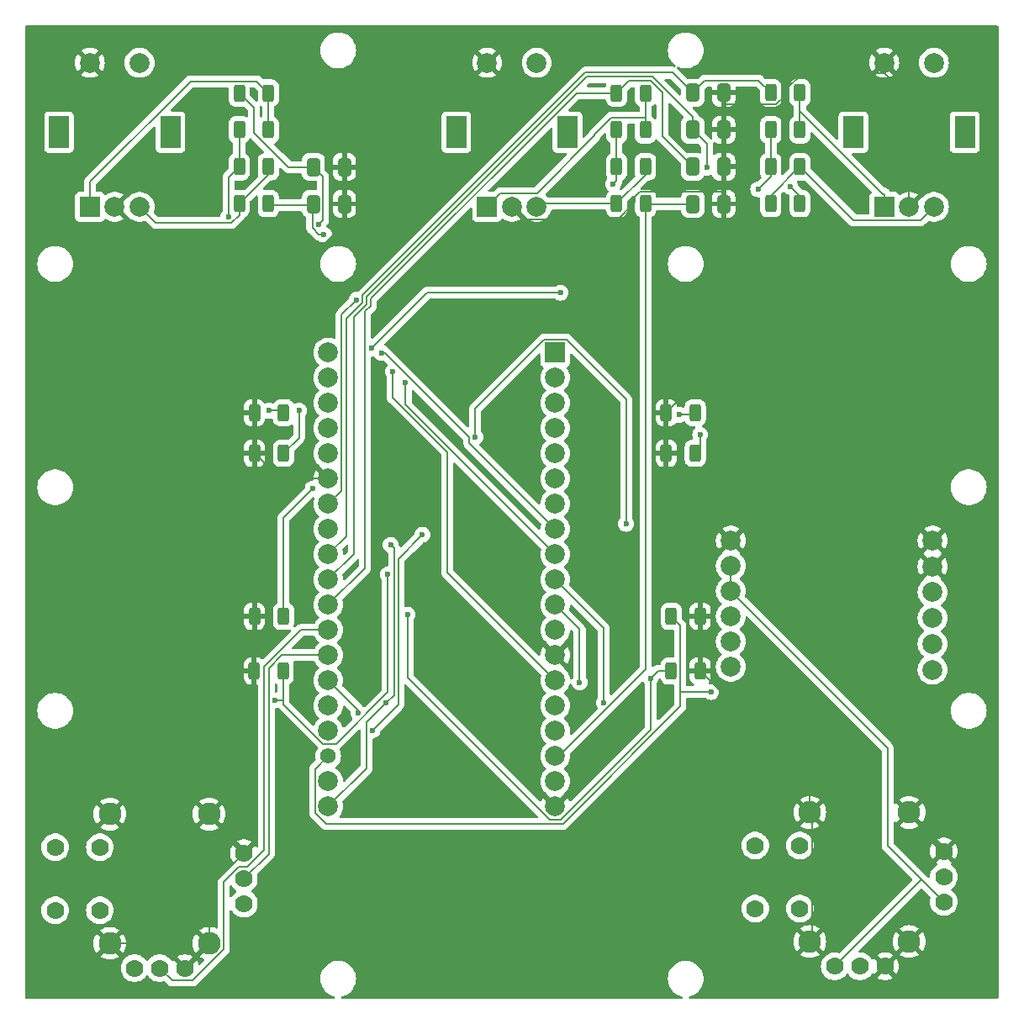
<source format=gbr>
%TF.GenerationSoftware,KiCad,Pcbnew,8.0.2*%
%TF.CreationDate,2024-11-11T15:41:05-05:00*%
%TF.ProjectId,PTZ_Camera_Controler,50545a5f-4361-46d6-9572-615f436f6e74,rev?*%
%TF.SameCoordinates,Original*%
%TF.FileFunction,Copper,L2,Bot*%
%TF.FilePolarity,Positive*%
%FSLAX46Y46*%
G04 Gerber Fmt 4.6, Leading zero omitted, Abs format (unit mm)*
G04 Created by KiCad (PCBNEW 8.0.2) date 2024-11-11 15:41:05*
%MOMM*%
%LPD*%
G01*
G04 APERTURE LIST*
G04 Aperture macros list*
%AMRoundRect*
0 Rectangle with rounded corners*
0 $1 Rounding radius*
0 $2 $3 $4 $5 $6 $7 $8 $9 X,Y pos of 4 corners*
0 Add a 4 corners polygon primitive as box body*
4,1,4,$2,$3,$4,$5,$6,$7,$8,$9,$2,$3,0*
0 Add four circle primitives for the rounded corners*
1,1,$1+$1,$2,$3*
1,1,$1+$1,$4,$5*
1,1,$1+$1,$6,$7*
1,1,$1+$1,$8,$9*
0 Add four rect primitives between the rounded corners*
20,1,$1+$1,$2,$3,$4,$5,0*
20,1,$1+$1,$4,$5,$6,$7,0*
20,1,$1+$1,$6,$7,$8,$9,0*
20,1,$1+$1,$8,$9,$2,$3,0*%
G04 Aperture macros list end*
%TA.AperFunction,ComponentPad*%
%ADD10R,2.000000X2.000000*%
%TD*%
%TA.AperFunction,ComponentPad*%
%ADD11C,2.000000*%
%TD*%
%TA.AperFunction,ComponentPad*%
%ADD12R,2.000000X3.200000*%
%TD*%
%TA.AperFunction,ComponentPad*%
%ADD13C,1.778000*%
%TD*%
%TA.AperFunction,ComponentPad*%
%ADD14C,2.286000*%
%TD*%
%TA.AperFunction,SMDPad,CuDef*%
%ADD15RoundRect,0.250000X-0.412500X-0.650000X0.412500X-0.650000X0.412500X0.650000X-0.412500X0.650000X0*%
%TD*%
%TA.AperFunction,SMDPad,CuDef*%
%ADD16RoundRect,0.250000X0.312500X0.625000X-0.312500X0.625000X-0.312500X-0.625000X0.312500X-0.625000X0*%
%TD*%
%TA.AperFunction,SMDPad,CuDef*%
%ADD17RoundRect,0.250000X-0.312500X-0.625000X0.312500X-0.625000X0.312500X0.625000X-0.312500X0.625000X0*%
%TD*%
%TA.AperFunction,ComponentPad*%
%ADD18C,1.560000*%
%TD*%
%TA.AperFunction,ViaPad*%
%ADD19C,0.600000*%
%TD*%
%TA.AperFunction,Conductor*%
%ADD20C,0.200000*%
%TD*%
G04 APERTURE END LIST*
D10*
%TO.P,ENCODER3,A,A*%
%TO.N,/wire from Encoder 6*%
X188500000Y-68000000D03*
D11*
%TO.P,ENCODER3,B,B*%
%TO.N,/wire from Encoder 5*%
X193500000Y-68000000D03*
%TO.P,ENCODER3,C,C*%
%TO.N,GND*%
X191000000Y-68000000D03*
D12*
%TO.P,ENCODER3,MP*%
%TO.N,N/C*%
X185400000Y-60500000D03*
X196600000Y-60500000D03*
D11*
%TO.P,ENCODER3,S1,S1*%
%TO.N,unconnected-(ENCODER3-PadS1)*%
X193500000Y-53500000D03*
%TO.P,ENCODER3,S2,S2*%
%TO.N,GND*%
X188500000Y-53500000D03*
%TD*%
D10*
%TO.P,ENCODER2,A,A*%
%TO.N,/wire from Encoder 4*%
X148500000Y-68000000D03*
D11*
%TO.P,ENCODER2,B,B*%
%TO.N,/wire from Encoder 3*%
X153500000Y-68000000D03*
%TO.P,ENCODER2,C,C*%
%TO.N,GND*%
X151000000Y-68000000D03*
D12*
%TO.P,ENCODER2,MP*%
%TO.N,N/C*%
X145400000Y-60500000D03*
X156600000Y-60500000D03*
D11*
%TO.P,ENCODER2,S1,S1*%
%TO.N,unconnected-(ENCODER2-PadS1)*%
X153500000Y-53500000D03*
%TO.P,ENCODER2,S2,S2*%
%TO.N,GND*%
X148500000Y-53500000D03*
%TD*%
D13*
%TO.P,JOY-STICK2,B1A,SEL+*%
%TO.N,unconnected-(JOY-STICK2-SEL+-PadB1A)*%
X175500000Y-138675000D03*
%TO.P,JOY-STICK2,B1B*%
%TO.N,N/C*%
X175500000Y-132325000D03*
%TO.P,JOY-STICK2,B2A,SEL-*%
%TO.N,unconnected-(JOY-STICK2-SEL--PadB2A)*%
X180000000Y-138675000D03*
%TO.P,JOY-STICK2,B2B*%
%TO.N,N/C*%
X180000000Y-132325000D03*
%TO.P,JOY-STICK2,H1,H+*%
%TO.N,+3.3V*%
X194500000Y-138000000D03*
%TO.P,JOY-STICK2,H2,H*%
%TO.N,H2*%
X194500000Y-135500000D03*
%TO.P,JOY-STICK2,H3,H-*%
%TO.N,GND*%
X194500000Y-132920000D03*
D14*
%TO.P,JOY-STICK2,S1,SHIELD*%
X181000000Y-142000000D03*
%TO.P,JOY-STICK2,S2,SHIELD*%
X191000000Y-142000000D03*
%TO.P,JOY-STICK2,S3,SHIELD*%
X191000000Y-129000000D03*
%TO.P,JOY-STICK2,S4,SHIELD*%
X181000000Y-129000000D03*
D13*
%TO.P,JOY-STICK2,V1,V+*%
%TO.N,+3.3V*%
X183500000Y-144500000D03*
%TO.P,JOY-STICK2,V2,V*%
%TO.N,V2*%
X186040000Y-144500000D03*
%TO.P,JOY-STICK2,V3,V-*%
%TO.N,GND*%
X188580000Y-144500000D03*
%TD*%
D10*
%TO.P,ENCODER1,A,A*%
%TO.N,/wire from Encoder 2*%
X108500000Y-68000000D03*
D11*
%TO.P,ENCODER1,B,B*%
%TO.N,/wire from Encoder 1*%
X113500000Y-68000000D03*
%TO.P,ENCODER1,C,C*%
%TO.N,GND*%
X111000000Y-68000000D03*
D12*
%TO.P,ENCODER1,MP*%
%TO.N,N/C*%
X105400000Y-60500000D03*
X116600000Y-60500000D03*
D11*
%TO.P,ENCODER1,S1,S1*%
%TO.N,unconnected-(ENCODER1-PadS1)*%
X113500000Y-53500000D03*
%TO.P,ENCODER1,S2,S2*%
%TO.N,GND*%
X108500000Y-53500000D03*
%TD*%
D13*
%TO.P,JOY-STICK1,B1A,SEL+*%
%TO.N,unconnected-(JOY-STICK1-SEL+-PadB1A)*%
X105000000Y-138850000D03*
%TO.P,JOY-STICK1,B1B*%
%TO.N,N/C*%
X105000000Y-132500000D03*
%TO.P,JOY-STICK1,B2A,SEL-*%
%TO.N,unconnected-(JOY-STICK1-SEL--PadB2A)*%
X109500000Y-138850000D03*
%TO.P,JOY-STICK1,B2B*%
%TO.N,N/C*%
X109500000Y-132500000D03*
%TO.P,JOY-STICK1,H1,H+*%
%TO.N,+3.3V*%
X124000000Y-138175000D03*
%TO.P,JOY-STICK1,H2,H*%
%TO.N,H1*%
X124000000Y-135675000D03*
%TO.P,JOY-STICK1,H3,H-*%
%TO.N,GND*%
X124000000Y-133095000D03*
D14*
%TO.P,JOY-STICK1,S1,SHIELD*%
X110500000Y-142175000D03*
%TO.P,JOY-STICK1,S2,SHIELD*%
X120500000Y-142175000D03*
%TO.P,JOY-STICK1,S3,SHIELD*%
X120500000Y-129175000D03*
%TO.P,JOY-STICK1,S4,SHIELD*%
X110500000Y-129175000D03*
D13*
%TO.P,JOY-STICK1,V1,V+*%
%TO.N,+3.3V*%
X113000000Y-144675000D03*
%TO.P,JOY-STICK1,V2,V*%
%TO.N,V1*%
X115540000Y-144675000D03*
%TO.P,JOY-STICK1,V3,V-*%
%TO.N,GND*%
X118080000Y-144675000D03*
%TD*%
D15*
%TO.P,C1,1*%
%TO.N,RE_1_1*%
X131000000Y-67715000D03*
%TO.P,C1,2*%
%TO.N,GND*%
X134125000Y-67715000D03*
%TD*%
D16*
%TO.P,R6,1*%
%TO.N,B6*%
X128000000Y-92821400D03*
%TO.P,R6,2*%
%TO.N,GND*%
X125075000Y-92821400D03*
%TD*%
%TO.P,R8,1*%
%TO.N,B8*%
X169462500Y-92821400D03*
%TO.P,R8,2*%
%TO.N,GND*%
X166537500Y-92821400D03*
%TD*%
%TO.P,R1,1*%
%TO.N,B1*%
X127962500Y-114750000D03*
%TO.P,R1,2*%
%TO.N,GND*%
X125037500Y-114750000D03*
%TD*%
%TO.P,R2,1*%
%TO.N,B2*%
X128000000Y-109250000D03*
%TO.P,R2,2*%
%TO.N,GND*%
X125075000Y-109250000D03*
%TD*%
D17*
%TO.P,R15,1*%
%TO.N,+3.3V*%
X161537500Y-60260000D03*
%TO.P,R15,2*%
%TO.N,/wire from Encoder 4*%
X164462500Y-60260000D03*
%TD*%
D15*
%TO.P,C6,1*%
%TO.N,RE_3_2*%
X169206300Y-56517500D03*
%TO.P,C6,2*%
%TO.N,GND*%
X172331300Y-56517500D03*
%TD*%
%TO.P,C2,1*%
%TO.N,RE_1_2*%
X131000000Y-64002500D03*
%TO.P,C2,2*%
%TO.N,GND*%
X134125000Y-64002500D03*
%TD*%
D17*
%TO.P,R3,1*%
%TO.N,B3*%
X167037500Y-114750000D03*
%TO.P,R3,2*%
%TO.N,GND*%
X169962500Y-114750000D03*
%TD*%
%TO.P,R9,1*%
%TO.N,/wire from Encoder 1*%
X123537500Y-67685000D03*
%TO.P,R9,2*%
%TO.N,RE_1_1*%
X126462500Y-67685000D03*
%TD*%
D15*
%TO.P,C4,1*%
%TO.N,RE_2_2*%
X169206300Y-63982500D03*
%TO.P,C4,2*%
%TO.N,GND*%
X172331300Y-63982500D03*
%TD*%
D17*
%TO.P,R4,1*%
%TO.N,B4*%
X167037500Y-109250000D03*
%TO.P,R4,2*%
%TO.N,GND*%
X169962500Y-109250000D03*
%TD*%
%TO.P,R14,1*%
%TO.N,+3.3V*%
X161537500Y-63972500D03*
%TO.P,R14,2*%
%TO.N,/wire from Encoder 3*%
X164462500Y-63972500D03*
%TD*%
%TO.P,R10,1*%
%TO.N,+3.3V*%
X123537500Y-63972500D03*
%TO.P,R10,2*%
%TO.N,/wire from Encoder 1*%
X126462500Y-63972500D03*
%TD*%
%TO.P,R18,1*%
%TO.N,+3.3V*%
X177075000Y-63967500D03*
%TO.P,R18,2*%
%TO.N,/wire from Encoder 5*%
X180000000Y-63967500D03*
%TD*%
%TO.P,R13,1*%
%TO.N,/wire from Encoder 3*%
X161537500Y-67685000D03*
%TO.P,R13,2*%
%TO.N,RE_2_1*%
X164462500Y-67685000D03*
%TD*%
D16*
%TO.P,R5,1*%
%TO.N,B5*%
X128000000Y-88750000D03*
%TO.P,R5,2*%
%TO.N,GND*%
X125075000Y-88750000D03*
%TD*%
D15*
%TO.P,C5,1*%
%TO.N,RE_3_1*%
X169206300Y-60250000D03*
%TO.P,C5,2*%
%TO.N,GND*%
X172331300Y-60250000D03*
%TD*%
D10*
%TO.P,ESP32,J2-1,CLK*%
%TO.N,unconnected-(ESP32-CLK-PadJ2-1)*%
X155360000Y-82690000D03*
D11*
%TO.P,ESP32,J2-2,SD0*%
%TO.N,unconnected-(ESP32-SD0-PadJ2-2)*%
X155360000Y-85230000D03*
%TO.P,ESP32,J2-3,SD1*%
%TO.N,unconnected-(ESP32-SD1-PadJ2-3)*%
X155360000Y-87770000D03*
%TO.P,ESP32,J2-4,IO15*%
%TO.N,B6*%
X155360000Y-90310000D03*
%TO.P,ESP32,J2-5,IO02*%
%TO.N,B7*%
X155360000Y-92850000D03*
%TO.P,ESP32,J2-6,IO00*%
%TO.N,unconnected-(ESP32-IO00-PadJ2-6)*%
X155360000Y-95390000D03*
%TO.P,ESP32,J2-7,IO04*%
%TO.N,B1*%
X155360000Y-97930000D03*
%TO.P,ESP32,J2-8,IO16*%
%TO.N,LED*%
X155360000Y-100470000D03*
%TO.P,ESP32,J2-9,IO17*%
%TO.N,RE_1_1*%
X155360000Y-103010000D03*
%TO.P,ESP32,J2-10,IO05*%
%TO.N,CS*%
X155360000Y-105550000D03*
%TO.P,ESP32,J2-11,IO18*%
%TO.N,SCK*%
X155360000Y-108090000D03*
%TO.P,ESP32,J2-12,IO19*%
%TO.N,MISO*%
X155360000Y-110630000D03*
%TO.P,ESP32,J2-13,GND*%
%TO.N,GND*%
X155360000Y-113170000D03*
%TO.P,ESP32,J2-14,IO21*%
%TO.N,RE_1_2*%
X155360000Y-115710000D03*
%TO.P,ESP32,J2-15,RX*%
%TO.N,unconnected-(ESP32-RX-PadJ2-15)*%
X155360000Y-118250000D03*
%TO.P,ESP32,J2-16,TX*%
%TO.N,unconnected-(ESP32-TX-PadJ2-16)*%
X155360000Y-120790000D03*
%TO.P,ESP32,J2-17,IO22*%
%TO.N,RE_2_1*%
X155360000Y-123330000D03*
%TO.P,ESP32,J2-18,IO23*%
%TO.N,MOSI*%
X155360000Y-125870000D03*
%TO.P,ESP32,J2-19,GND*%
%TO.N,GND*%
X155360000Y-128410000D03*
%TO.P,ESP32,J3-1,5V*%
%TO.N,unconnected-(ESP32-5V-PadJ3-1)*%
X132500000Y-82690000D03*
%TO.P,ESP32,J3-2,CMD*%
%TO.N,unconnected-(ESP32-CMD-PadJ3-2)*%
X132500000Y-85230000D03*
%TO.P,ESP32,J3-3,SD3*%
%TO.N,unconnected-(ESP32-SD3-PadJ3-3)*%
X132500000Y-87770000D03*
%TO.P,ESP32,J3-4,SD2*%
%TO.N,unconnected-(ESP32-SD2-PadJ3-4)*%
X132500000Y-90310000D03*
%TO.P,ESP32,J3-5,IO13*%
%TO.N,B2*%
X132500000Y-92850000D03*
%TO.P,ESP32,J3-6,GND*%
%TO.N,GND*%
X132500000Y-95390000D03*
%TO.P,ESP32,J3-7,IO12*%
%TO.N,B8*%
X132500000Y-97930000D03*
%TO.P,ESP32,J3-8,IO14*%
%TO.N,B3*%
X132500000Y-100470000D03*
%TO.P,ESP32,J3-9,IO27*%
%TO.N,RE_3_2*%
X132500000Y-103010000D03*
%TO.P,ESP32,J3-10,IO26*%
%TO.N,RE_3_1*%
X132500000Y-105550000D03*
%TO.P,ESP32,J3-11,IO25*%
%TO.N,RE_2_2*%
X132500000Y-108090000D03*
%TO.P,ESP32,J3-12,IO33*%
%TO.N,V1*%
X132500000Y-110630000D03*
%TO.P,ESP32,J3-13,IO32*%
%TO.N,H1*%
X132500000Y-113170000D03*
%TO.P,ESP32,J3-14,IO35*%
%TO.N,V2*%
X132500000Y-115710000D03*
%TO.P,ESP32,J3-15,IO34*%
%TO.N,H2*%
X132500000Y-118250000D03*
%TO.P,ESP32,J3-16,SVN*%
%TO.N,B5*%
X132500000Y-120790000D03*
D18*
%TO.P,ESP32,J3-17,SVP*%
%TO.N,B4*%
X132500000Y-123330000D03*
D11*
%TO.P,ESP32,J3-18,EN*%
%TO.N,unconnected-(ESP32-EN-PadJ3-18)*%
X132500000Y-125870000D03*
%TO.P,ESP32,J3-19,3V3*%
%TO.N,+3.3V*%
X132500000Y-128410000D03*
%TD*%
D15*
%TO.P,C3,1*%
%TO.N,RE_2_1*%
X169206300Y-67715000D03*
%TO.P,C3,2*%
%TO.N,GND*%
X172331300Y-67715000D03*
%TD*%
D17*
%TO.P,R20,1*%
%TO.N,RE_3_2*%
X177075000Y-56532500D03*
%TO.P,R20,2*%
%TO.N,/wire from Encoder 6*%
X180000000Y-56532500D03*
%TD*%
%TO.P,R11,1*%
%TO.N,+3.3V*%
X123537500Y-60260000D03*
%TO.P,R11,2*%
%TO.N,/wire from Encoder 2*%
X126462500Y-60260000D03*
%TD*%
%TO.P,R12,1*%
%TO.N,RE_1_2*%
X123537500Y-56547500D03*
%TO.P,R12,2*%
%TO.N,/wire from Encoder 2*%
X126462500Y-56547500D03*
%TD*%
D16*
%TO.P,R7,1*%
%TO.N,B7*%
X169462500Y-88750000D03*
%TO.P,R7,2*%
%TO.N,GND*%
X166537500Y-88750000D03*
%TD*%
D17*
%TO.P,R17,1*%
%TO.N,/wire from Encoder 5*%
X177075000Y-67685000D03*
%TO.P,R17,2*%
%TO.N,RE_3_1*%
X180000000Y-67685000D03*
%TD*%
%TO.P,R16,1*%
%TO.N,RE_2_2*%
X161537500Y-56547500D03*
%TO.P,R16,2*%
%TO.N,/wire from Encoder 4*%
X164462500Y-56547500D03*
%TD*%
D11*
%TO.P,ETHERNET-SHEILD1,1,G*%
%TO.N,GND*%
X193360000Y-101625000D03*
%TO.P,ETHERNET-SHEILD1,2,G*%
X193360000Y-104225000D03*
%TO.P,ETHERNET-SHEILD1,3,MOSI*%
%TO.N,MOSI*%
X193360000Y-106825000D03*
%TO.P,ETHERNET-SHEILD1,4,SCK*%
%TO.N,SCK*%
X193360000Y-109425000D03*
%TO.P,ETHERNET-SHEILD1,5,CS*%
%TO.N,CS*%
X193360000Y-112025000D03*
%TO.P,ETHERNET-SHEILD1,6,NT*%
%TO.N,unconnected-(ETHERNET-SHEILD1-NT-Pad6)*%
X193360000Y-114625000D03*
%TO.P,ETHERNET-SHEILD1,7,G*%
%TO.N,GND*%
X173040000Y-101625000D03*
%TO.P,ETHERNET-SHEILD1,8,V*%
%TO.N,+3.3V*%
X173040000Y-104165000D03*
%TO.P,ETHERNET-SHEILD1,9,V*%
X173040000Y-106705000D03*
%TO.P,ETHERNET-SHEILD1,10,NC*%
%TO.N,unconnected-(ETHERNET-SHEILD1-NC-Pad10)*%
X173040000Y-109245000D03*
%TO.P,ETHERNET-SHEILD1,11,RST*%
%TO.N,unconnected-(ETHERNET-SHEILD1-RST-Pad11)*%
X173040000Y-111785000D03*
%TO.P,ETHERNET-SHEILD1,12,MISO*%
%TO.N,MISO*%
X173040000Y-114325000D03*
%TD*%
D17*
%TO.P,R19,1*%
%TO.N,+3.3V*%
X177075000Y-60250000D03*
%TO.P,R19,2*%
%TO.N,/wire from Encoder 6*%
X180000000Y-60250000D03*
%TD*%
D19*
%TO.N,RE_1_1*%
X132061800Y-70800400D03*
X140289900Y-85704500D03*
%TO.N,GND*%
X115094300Y-76866300D03*
%TO.N,RE_1_2*%
X131538700Y-69801900D03*
X138992300Y-84617500D03*
%TO.N,RE_3_1*%
X179042600Y-65975300D03*
X170647300Y-64053200D03*
%TO.N,+3.3V*%
X122454200Y-69011300D03*
X138326000Y-117980800D03*
X138787900Y-102047200D03*
X175801400Y-66249600D03*
X161182200Y-65720800D03*
%TO.N,LED*%
X137863900Y-82709100D03*
%TO.N,B1*%
X127129700Y-117714100D03*
X138514200Y-105040700D03*
%TO.N,B2*%
X130933300Y-96382700D03*
%TO.N,B3*%
X140477500Y-109076800D03*
X164970100Y-115482600D03*
%TO.N,B4*%
X171062900Y-116871400D03*
%TO.N,B5*%
X126537500Y-88537100D03*
%TO.N,B6*%
X129570300Y-88537100D03*
%TO.N,B7*%
X167819500Y-88955400D03*
%TO.N,B8*%
X169966000Y-90970700D03*
X135344000Y-77379000D03*
%TO.N,SCK*%
X157817500Y-115895500D03*
%TO.N,CS*%
X160262500Y-117947000D03*
%TO.N,V2*%
X135529600Y-119004500D03*
%TO.N,/LED Data 3*%
X136844200Y-82260100D03*
X155884700Y-76655800D03*
%TO.N,/LED Data 4*%
X136957600Y-120725500D03*
X141973900Y-101033400D03*
%TO.N,/LED Data 5*%
X162496100Y-99939700D03*
X147305400Y-91187800D03*
%TD*%
D20*
%TO.N,RE_1_1*%
X132061800Y-70800400D02*
X131565400Y-70800400D01*
X130903900Y-67811100D02*
X126588600Y-67811100D01*
X130903900Y-70138900D02*
X130903900Y-67811100D01*
X131565400Y-70800400D02*
X130903900Y-70138900D01*
X126588600Y-67811100D02*
X126462500Y-67685000D01*
X130903900Y-67811100D02*
X131000000Y-67715000D01*
X140289900Y-87939900D02*
X140289900Y-85704500D01*
X155360000Y-103010000D02*
X140289900Y-87939900D01*
%TO.N,GND*%
X161636700Y-69304800D02*
X163400600Y-67540900D01*
X181000000Y-142000000D02*
X181214100Y-141785900D01*
X188500000Y-53500000D02*
X188500000Y-54528200D01*
X178537500Y-56255400D02*
X178537500Y-56793800D01*
X125075000Y-97958600D02*
X127643600Y-95390000D01*
X194500000Y-132500000D02*
X194500000Y-132920000D01*
X173040000Y-101625000D02*
X166537500Y-95122500D01*
X125075000Y-78714000D02*
X116942000Y-78714000D01*
X120500000Y-129175000D02*
X125037500Y-124637500D01*
X163400600Y-67540900D02*
X163400600Y-67022600D01*
X169962500Y-104702500D02*
X173040000Y-101625000D01*
X120500000Y-136595000D02*
X120500000Y-142175000D01*
X152304800Y-69304800D02*
X161636700Y-69304800D01*
X166537500Y-88750000D02*
X166537500Y-92821400D01*
X124000000Y-132675000D02*
X124000000Y-133095000D01*
X137997500Y-64002500D02*
X134125000Y-64002500D01*
X172331300Y-60250000D02*
X172331300Y-57719200D01*
X125075000Y-78714000D02*
X125075000Y-88750000D01*
X181000000Y-125787500D02*
X181000000Y-129000000D01*
X172331300Y-57719200D02*
X172331300Y-56517500D01*
X125075000Y-92821400D02*
X127643600Y-95390000D01*
X191000000Y-68000000D02*
X191000000Y-57028200D01*
X191000000Y-142080000D02*
X191000000Y-142000000D01*
X180264700Y-54528200D02*
X178537500Y-56255400D01*
X169962500Y-109250000D02*
X169962500Y-104702500D01*
X134125000Y-64002500D02*
X134125000Y-67715000D01*
X118080000Y-144675000D02*
X115580000Y-142175000D01*
X163400600Y-67022600D02*
X163918100Y-66505100D01*
X134125000Y-67715000D02*
X134125000Y-69664000D01*
X172331300Y-67715000D02*
X172331300Y-66505100D01*
X115580000Y-142175000D02*
X110500000Y-142175000D01*
X181214100Y-141785900D02*
X181214100Y-129214100D01*
X151000000Y-68000000D02*
X152304800Y-69304800D01*
X188580000Y-144500000D02*
X191000000Y-142080000D01*
X178537500Y-56793800D02*
X177612100Y-57719200D01*
X163918100Y-66505100D02*
X172331300Y-66505100D01*
X172331300Y-82956200D02*
X172331300Y-67715000D01*
X134125000Y-69664000D02*
X125075000Y-78714000D01*
X181214100Y-129214100D02*
X181000000Y-129000000D01*
X148500000Y-53500000D02*
X137997500Y-64002500D01*
X191000000Y-57028200D02*
X188500000Y-54528200D01*
X120500000Y-129175000D02*
X124000000Y-132675000D01*
X172331300Y-66505100D02*
X172331300Y-63982500D01*
X127643600Y-95390000D02*
X132500000Y-95390000D01*
X125075000Y-88750000D02*
X125075000Y-92821400D01*
X188500000Y-54528200D02*
X180264700Y-54528200D01*
X166537500Y-95122500D02*
X166537500Y-92821400D01*
X125075000Y-109250000D02*
X125075000Y-97958600D01*
X125037500Y-114750000D02*
X125037500Y-109287500D01*
X124000000Y-133095000D02*
X120500000Y-136595000D01*
X177612100Y-57719200D02*
X172331300Y-57719200D01*
X169962500Y-114750000D02*
X181000000Y-125787500D01*
X125037500Y-124637500D02*
X125037500Y-114750000D01*
X172331300Y-63982500D02*
X172331300Y-60250000D01*
X111000000Y-68000000D02*
X115094300Y-72094300D01*
X191000000Y-129000000D02*
X194500000Y-132500000D01*
X115094300Y-72094300D02*
X115094300Y-76866300D01*
X169962500Y-114750000D02*
X169962500Y-109250000D01*
X166537500Y-88750000D02*
X172331300Y-82956200D01*
X125037500Y-109287500D02*
X125075000Y-109250000D01*
X116942000Y-78714000D02*
X115094300Y-76866300D01*
%TO.N,RE_1_2*%
X144496700Y-92725400D02*
X138992300Y-87221000D01*
X125000000Y-58010000D02*
X125000000Y-60517200D01*
X138992300Y-87221000D02*
X138992300Y-84617500D01*
X144496700Y-104846700D02*
X144496700Y-92725400D01*
X155360000Y-115710000D02*
X144496700Y-104846700D01*
X131986600Y-64989100D02*
X131000000Y-64002500D01*
X131538700Y-69801900D02*
X131986600Y-69354000D01*
X123537500Y-56547500D02*
X125000000Y-58010000D01*
X131986600Y-69354000D02*
X131986600Y-64989100D01*
X125000000Y-60517200D02*
X128485300Y-64002500D01*
X128485300Y-64002500D02*
X131000000Y-64002500D01*
%TO.N,RE_2_1*%
X164462500Y-67715000D02*
X164462500Y-67685000D01*
X164462500Y-67715000D02*
X169206300Y-67715000D01*
X155730400Y-123330000D02*
X164462500Y-114597900D01*
X164462500Y-114597900D02*
X164462500Y-67715000D01*
X155360000Y-123330000D02*
X155730400Y-123330000D01*
%TO.N,RE_2_2*%
X132500000Y-108090000D02*
X136207000Y-104383000D01*
X136791200Y-77267600D02*
X157511300Y-56547500D01*
X136791200Y-77960100D02*
X136791200Y-77267600D01*
X166140700Y-56495600D02*
X166140700Y-60916900D01*
X166140700Y-60916900D02*
X169206300Y-63982500D01*
X164993200Y-55348100D02*
X166140700Y-56495600D01*
X136207000Y-78544300D02*
X136791200Y-77960100D01*
X157511300Y-56547500D02*
X161537500Y-56547500D01*
X136207000Y-104383000D02*
X136207000Y-78544300D01*
X162736900Y-55348100D02*
X164993200Y-55348100D01*
X161537500Y-56547500D02*
X162736900Y-55348100D01*
%TO.N,RE_3_1*%
X169206300Y-58983800D02*
X169206300Y-60250000D01*
X135108500Y-79072700D02*
X136363800Y-77817400D01*
X165147500Y-54925000D02*
X169206300Y-58983800D01*
X135108500Y-102941500D02*
X135108500Y-79072700D01*
X132500000Y-105550000D02*
X135108500Y-102941500D01*
X136363800Y-77817400D02*
X136363800Y-77106700D01*
X136363800Y-77106700D02*
X158545500Y-54925000D01*
X169206300Y-60250000D02*
X170647300Y-61691000D01*
X158545500Y-54925000D02*
X165147500Y-54925000D01*
X170647300Y-61691000D02*
X170647300Y-64053200D01*
X180000000Y-66932700D02*
X180000000Y-67685000D01*
X179042600Y-65975300D02*
X180000000Y-66932700D01*
%TO.N,RE_3_2*%
X135945800Y-76934700D02*
X158375900Y-54504600D01*
X134335700Y-79258600D02*
X135945800Y-77648500D01*
X134335700Y-101174300D02*
X134335700Y-79258600D01*
X135945800Y-77648500D02*
X135945800Y-76934700D01*
X170421600Y-55302200D02*
X169206300Y-56517500D01*
X167193400Y-54504600D02*
X169206300Y-56517500D01*
X175844700Y-55302200D02*
X170421600Y-55302200D01*
X158375900Y-54504600D02*
X167193400Y-54504600D01*
X177075000Y-56532500D02*
X175844700Y-55302200D01*
X132500000Y-103010000D02*
X134335700Y-101174300D01*
%TO.N,+3.3V*%
X192250000Y-135750000D02*
X194500000Y-138000000D01*
X173040000Y-104165000D02*
X173040000Y-106705000D01*
X161182200Y-65720800D02*
X161537500Y-65365500D01*
X177075000Y-64976000D02*
X175801400Y-66249600D01*
X188829100Y-122494100D02*
X188829100Y-132329100D01*
X122454200Y-65055800D02*
X122454200Y-69011300D01*
X136355900Y-119950900D02*
X138326000Y-117980800D01*
X138787900Y-102047200D02*
X139119800Y-102379100D01*
X183500000Y-144500000D02*
X192250000Y-135750000D01*
X173040000Y-106705000D02*
X188829100Y-122494100D01*
X188829100Y-132329100D02*
X192250000Y-135750000D01*
X136355900Y-124554100D02*
X136355900Y-119950900D01*
X177075000Y-63967500D02*
X177075000Y-64976000D01*
X123537500Y-60260000D02*
X123537500Y-63972500D01*
X161537500Y-65365500D02*
X161537500Y-63972500D01*
X161537500Y-63972500D02*
X161537500Y-60260000D01*
X177075000Y-60250000D02*
X177075000Y-63967500D01*
X123537500Y-63972500D02*
X122454200Y-65055800D01*
X132500000Y-128410000D02*
X136355900Y-124554100D01*
X139119800Y-102379100D02*
X139119800Y-117187000D01*
X139119800Y-117187000D02*
X138326000Y-117980800D01*
%TO.N,LED*%
X146703700Y-91219900D02*
X138192900Y-82709100D01*
X146703700Y-91813700D02*
X146703700Y-91219900D01*
X138192900Y-82709100D02*
X137863900Y-82709100D01*
X155360000Y-100470000D02*
X146703700Y-91813700D01*
%TO.N,B1*%
X127129700Y-117714100D02*
X127962500Y-117714100D01*
X133270600Y-122114400D02*
X131967700Y-122114400D01*
X131967700Y-122114400D02*
X127962500Y-118109200D01*
X138514200Y-105040700D02*
X138514200Y-116870800D01*
X127962500Y-117714100D02*
X127962500Y-114750000D01*
X138514200Y-116870800D02*
X133270600Y-122114400D01*
X127962500Y-118109200D02*
X127962500Y-117714100D01*
%TO.N,B2*%
X128000000Y-109250000D02*
X128000000Y-99316000D01*
X128000000Y-99316000D02*
X130933300Y-96382700D01*
%TO.N,B3*%
X140477500Y-109076800D02*
X140477500Y-115389800D01*
X165702700Y-114750000D02*
X167037500Y-114750000D01*
X164970100Y-120693000D02*
X164970100Y-115482600D01*
X155931800Y-129731300D02*
X164970100Y-120693000D01*
X140477500Y-115389800D02*
X154819000Y-129731300D01*
X154819000Y-129731300D02*
X155931800Y-129731300D01*
X164970100Y-115482600D02*
X165702700Y-114750000D01*
%TO.N,B4*%
X167951600Y-116871400D02*
X167951600Y-110164100D01*
X131181700Y-129038500D02*
X132297400Y-130154200D01*
X132500000Y-123330000D02*
X131181700Y-124648300D01*
X167951600Y-118333900D02*
X167951600Y-116871400D01*
X167951600Y-110164100D02*
X167037500Y-109250000D01*
X132297400Y-130154200D02*
X156131300Y-130154200D01*
X156131300Y-130154200D02*
X167951600Y-118333900D01*
X131181700Y-124648300D02*
X131181700Y-129038500D01*
X171062900Y-116871400D02*
X167951600Y-116871400D01*
%TO.N,B5*%
X127787100Y-88537100D02*
X128000000Y-88750000D01*
X126537500Y-88537100D02*
X127787100Y-88537100D01*
%TO.N,B6*%
X129570300Y-88537100D02*
X129570300Y-91251100D01*
X129570300Y-91251100D02*
X128000000Y-92821400D01*
%TO.N,B7*%
X169257100Y-88955400D02*
X169462500Y-88750000D01*
X167819500Y-88955400D02*
X169257100Y-88955400D01*
%TO.N,B8*%
X133845800Y-96584200D02*
X133845800Y-78877200D01*
X132500000Y-97930000D02*
X133845800Y-96584200D01*
X133845800Y-78877200D02*
X135344000Y-77379000D01*
X169462500Y-92821400D02*
X169966000Y-92317900D01*
X169966000Y-92317900D02*
X169966000Y-90970700D01*
%TO.N,/wire from Encoder 2*%
X108500000Y-65509100D02*
X108500000Y-68000000D01*
X125280700Y-55365700D02*
X118643400Y-55365700D01*
X126462500Y-56547500D02*
X125280700Y-55365700D01*
X126462500Y-60260000D02*
X126462500Y-56547500D01*
X118643400Y-55365700D02*
X108500000Y-65509100D01*
%TO.N,/wire from Encoder 1*%
X126462500Y-64760000D02*
X123537500Y-67685000D01*
X123537500Y-68835200D02*
X122743400Y-69629300D01*
X123537500Y-67685000D02*
X123537500Y-68835200D01*
X122743400Y-69629300D02*
X115129300Y-69629300D01*
X126462500Y-63972500D02*
X126462500Y-64760000D01*
X115129300Y-69629300D02*
X113500000Y-68000000D01*
%TO.N,V1*%
X126072100Y-132746900D02*
X124353100Y-134465900D01*
X116764900Y-145899900D02*
X115540000Y-144675000D01*
X126072100Y-114291900D02*
X126072100Y-132746900D01*
X129734000Y-110630000D02*
X126072100Y-114291900D01*
X121974700Y-142795700D02*
X118870500Y-145899900D01*
X132500000Y-110630000D02*
X129734000Y-110630000D01*
X118870500Y-145899900D02*
X116764900Y-145899900D01*
X121974700Y-135991600D02*
X121974700Y-142795700D01*
X123500400Y-134465900D02*
X121974700Y-135991600D01*
X124353100Y-134465900D02*
X123500400Y-134465900D01*
%TO.N,SCK*%
X157817500Y-110547500D02*
X157817500Y-115895500D01*
X155360000Y-108090000D02*
X157817500Y-110547500D01*
%TO.N,H1*%
X127814500Y-113170000D02*
X132500000Y-113170000D01*
X126500000Y-133175000D02*
X126500000Y-114484500D01*
X126500000Y-114484500D02*
X127814500Y-113170000D01*
X124000000Y-135675000D02*
X126500000Y-133175000D01*
%TO.N,CS*%
X155360000Y-105550000D02*
X160262500Y-110452500D01*
X160262500Y-110452500D02*
X160262500Y-117947000D01*
%TO.N,V2*%
X132500000Y-115710000D02*
X135529600Y-118739600D01*
X135529600Y-118739600D02*
X135529600Y-119004500D01*
%TO.N,/wire from Encoder 4*%
X164462500Y-59041800D02*
X161000800Y-59041800D01*
X164462500Y-56547500D02*
X164462500Y-59041800D01*
X153517700Y-66648500D02*
X149851500Y-66648500D01*
X159334300Y-60831900D02*
X153517700Y-66648500D01*
X149851500Y-66648500D02*
X148500000Y-68000000D01*
X159334300Y-60708300D02*
X159334300Y-60831900D01*
X164462500Y-59041800D02*
X164462500Y-60260000D01*
X161000800Y-59041800D02*
X159334300Y-60708300D01*
%TO.N,/wire from Encoder 3*%
X153500000Y-68000000D02*
X153815000Y-67685000D01*
X161537500Y-67685000D02*
X164462500Y-64760000D01*
X153815000Y-67685000D02*
X161537500Y-67685000D01*
X164462500Y-64760000D02*
X164462500Y-63972500D01*
%TO.N,/wire from Encoder 6*%
X180000000Y-58391200D02*
X188307100Y-66698300D01*
X180000000Y-58391200D02*
X180000000Y-56532500D01*
X188307100Y-66698300D02*
X188500000Y-66698300D01*
X188500000Y-68000000D02*
X188500000Y-66698300D01*
X180000000Y-60250000D02*
X180000000Y-58391200D01*
%TO.N,/wire from Encoder 5*%
X185394100Y-69361600D02*
X192138400Y-69361600D01*
X177075000Y-67685000D02*
X177075000Y-66892500D01*
X177075000Y-66892500D02*
X180000000Y-63967500D01*
X192138400Y-69361600D02*
X193500000Y-68000000D01*
X180000000Y-63967500D02*
X185394100Y-69361600D01*
%TO.N,/LED Data 3*%
X136844200Y-82260100D02*
X142448500Y-76655800D01*
X142448500Y-76655800D02*
X155884700Y-76655800D01*
%TO.N,/LED Data 4*%
X139542100Y-118141000D02*
X136957600Y-120725500D01*
X139542100Y-103465200D02*
X139542100Y-118141000D01*
X141973900Y-101033400D02*
X139542100Y-103465200D01*
%TO.N,/LED Data 5*%
X147305400Y-88302200D02*
X154224800Y-81382800D01*
X154224800Y-81382800D02*
X156492400Y-81382800D01*
X147305400Y-91187800D02*
X147305400Y-88302200D01*
X156492400Y-81382800D02*
X162496100Y-87386500D01*
X162496100Y-87386500D02*
X162496100Y-99939700D01*
%TD*%
%TA.AperFunction,Conductor*%
%TO.N,GND*%
G36*
X137030929Y-83046952D02*
G01*
X137086898Y-83043997D01*
X137147586Y-83078619D01*
X137163279Y-83098678D01*
X137234082Y-83211360D01*
X137234084Y-83211362D01*
X137361638Y-83338916D01*
X137451980Y-83395682D01*
X137469367Y-83406607D01*
X137514378Y-83434889D01*
X137621027Y-83472207D01*
X137684645Y-83494468D01*
X137684650Y-83494469D01*
X137863896Y-83514665D01*
X137863900Y-83514665D01*
X137863904Y-83514665D01*
X138043149Y-83494469D01*
X138043151Y-83494468D01*
X138043155Y-83494468D01*
X138043158Y-83494466D01*
X138046252Y-83493761D01*
X138048315Y-83493887D01*
X138050076Y-83493689D01*
X138050110Y-83493997D01*
X138115991Y-83498029D01*
X138161534Y-83526969D01*
X138468462Y-83833897D01*
X138501947Y-83895220D01*
X138496963Y-83964912D01*
X138468463Y-84009259D01*
X138362483Y-84115239D01*
X138266511Y-84267976D01*
X138206931Y-84438245D01*
X138206930Y-84438250D01*
X138186735Y-84617496D01*
X138186735Y-84617503D01*
X138206930Y-84796749D01*
X138206931Y-84796754D01*
X138266511Y-84967023D01*
X138362485Y-85119763D01*
X138364745Y-85122597D01*
X138365634Y-85124775D01*
X138366189Y-85125658D01*
X138366034Y-85125755D01*
X138391155Y-85187283D01*
X138391800Y-85199912D01*
X138391800Y-87134330D01*
X138391799Y-87134348D01*
X138391799Y-87300054D01*
X138391798Y-87300054D01*
X138432723Y-87452787D01*
X138432724Y-87452788D01*
X138440095Y-87465554D01*
X138440097Y-87465557D01*
X138511777Y-87589712D01*
X138511781Y-87589717D01*
X138630649Y-87708585D01*
X138630655Y-87708590D01*
X143859881Y-92937816D01*
X143893366Y-92999139D01*
X143896200Y-93025497D01*
X143896200Y-104760030D01*
X143896199Y-104760048D01*
X143896199Y-104925754D01*
X143896198Y-104925754D01*
X143937123Y-105078485D01*
X143965162Y-105127050D01*
X143965164Y-105127052D01*
X144016179Y-105215414D01*
X144016181Y-105215417D01*
X144135049Y-105334285D01*
X144135055Y-105334290D01*
X153903482Y-115102717D01*
X153936967Y-115164040D01*
X153936007Y-115220838D01*
X153874892Y-115462174D01*
X153874890Y-115462187D01*
X153854357Y-115709994D01*
X153854357Y-115710005D01*
X153874890Y-115957812D01*
X153874892Y-115957824D01*
X153935936Y-116198881D01*
X154035826Y-116426606D01*
X154171833Y-116634782D01*
X154171836Y-116634785D01*
X154340256Y-116817738D01*
X154423008Y-116882147D01*
X154463821Y-116938857D01*
X154467496Y-117008630D01*
X154432864Y-117069313D01*
X154423014Y-117077848D01*
X154364859Y-117123113D01*
X154340257Y-117142261D01*
X154171833Y-117325217D01*
X154035826Y-117533393D01*
X153935936Y-117761118D01*
X153874892Y-118002175D01*
X153874890Y-118002187D01*
X153854357Y-118249994D01*
X153854357Y-118250005D01*
X153874890Y-118497812D01*
X153874892Y-118497824D01*
X153935936Y-118738881D01*
X154035826Y-118966606D01*
X154171833Y-119174782D01*
X154180093Y-119183755D01*
X154340256Y-119357738D01*
X154423008Y-119422147D01*
X154463821Y-119478857D01*
X154467496Y-119548630D01*
X154432864Y-119609313D01*
X154423014Y-119617848D01*
X154393768Y-119640612D01*
X154340257Y-119682261D01*
X154171833Y-119865217D01*
X154035826Y-120073393D01*
X153935936Y-120301118D01*
X153874892Y-120542175D01*
X153874890Y-120542187D01*
X153854357Y-120789994D01*
X153854357Y-120790005D01*
X153874890Y-121037812D01*
X153874892Y-121037824D01*
X153935936Y-121278881D01*
X154035826Y-121506606D01*
X154171833Y-121714782D01*
X154171836Y-121714785D01*
X154340256Y-121897738D01*
X154423008Y-121962147D01*
X154463821Y-122018857D01*
X154467496Y-122088630D01*
X154432864Y-122149313D01*
X154423014Y-122157848D01*
X154364400Y-122203469D01*
X154340257Y-122222261D01*
X154171833Y-122405217D01*
X154035826Y-122613393D01*
X153935936Y-122841118D01*
X153874892Y-123082175D01*
X153874890Y-123082187D01*
X153854357Y-123329994D01*
X153854357Y-123330005D01*
X153874890Y-123577812D01*
X153874892Y-123577824D01*
X153935936Y-123818881D01*
X154035826Y-124046606D01*
X154171833Y-124254782D01*
X154171836Y-124254785D01*
X154340256Y-124437738D01*
X154423008Y-124502147D01*
X154463821Y-124558857D01*
X154467496Y-124628630D01*
X154432864Y-124689313D01*
X154423014Y-124697848D01*
X154385102Y-124727357D01*
X154340257Y-124762261D01*
X154171833Y-124945217D01*
X154035826Y-125153393D01*
X153935936Y-125381118D01*
X153874892Y-125622175D01*
X153874890Y-125622187D01*
X153854357Y-125869994D01*
X153854357Y-125870005D01*
X153874890Y-126117812D01*
X153874892Y-126117824D01*
X153935936Y-126358881D01*
X154035826Y-126586606D01*
X154171833Y-126794782D01*
X154171836Y-126794785D01*
X154340256Y-126977738D01*
X154340259Y-126977740D01*
X154340262Y-126977743D01*
X154443743Y-127058286D01*
X154484556Y-127114996D01*
X154491343Y-127163823D01*
X154489941Y-127186389D01*
X155214260Y-127910707D01*
X155159288Y-127925437D01*
X155040713Y-127993896D01*
X154943896Y-128090713D01*
X154875437Y-128209288D01*
X154860707Y-128264259D01*
X154136564Y-127540116D01*
X154036267Y-127693632D01*
X153985474Y-127809430D01*
X153940518Y-127862916D01*
X153873782Y-127883606D01*
X153806454Y-127864931D01*
X153784237Y-127847301D01*
X141114319Y-115177383D01*
X141080834Y-115116060D01*
X141078000Y-115089702D01*
X141078000Y-109659212D01*
X141097685Y-109592173D01*
X141105055Y-109581897D01*
X141107310Y-109579067D01*
X141107316Y-109579062D01*
X141203289Y-109426322D01*
X141262868Y-109256055D01*
X141264114Y-109245000D01*
X141283065Y-109076803D01*
X141283065Y-109076796D01*
X141262869Y-108897550D01*
X141262868Y-108897545D01*
X141213381Y-108756119D01*
X141203289Y-108727278D01*
X141107316Y-108574538D01*
X140979762Y-108446984D01*
X140827023Y-108351011D01*
X140656754Y-108291431D01*
X140656749Y-108291430D01*
X140477504Y-108271235D01*
X140477496Y-108271235D01*
X140298249Y-108291430D01*
X140294186Y-108292358D01*
X140291488Y-108292192D01*
X140291325Y-108292211D01*
X140291321Y-108292182D01*
X140224447Y-108288080D01*
X140168092Y-108246779D01*
X140143012Y-108181565D01*
X140142600Y-108171465D01*
X140142600Y-103765297D01*
X140162285Y-103698258D01*
X140178919Y-103677616D01*
X141083546Y-102772989D01*
X141992436Y-101864098D01*
X142053757Y-101830615D01*
X142066210Y-101828563D01*
X142153155Y-101818768D01*
X142323422Y-101759189D01*
X142476162Y-101663216D01*
X142603716Y-101535662D01*
X142699689Y-101382922D01*
X142759268Y-101212655D01*
X142767873Y-101136282D01*
X142779465Y-101033403D01*
X142779465Y-101033396D01*
X142759269Y-100854150D01*
X142759268Y-100854145D01*
X142699688Y-100683876D01*
X142660482Y-100621480D01*
X142603716Y-100531138D01*
X142476162Y-100403584D01*
X142414675Y-100364949D01*
X142323423Y-100307611D01*
X142153154Y-100248031D01*
X142153149Y-100248030D01*
X141973904Y-100227835D01*
X141973896Y-100227835D01*
X141794650Y-100248030D01*
X141794645Y-100248031D01*
X141624376Y-100307611D01*
X141471637Y-100403584D01*
X141344084Y-100531137D01*
X141248110Y-100683878D01*
X141188530Y-100854150D01*
X141178737Y-100941067D01*
X141151670Y-101005481D01*
X141143198Y-101014864D01*
X139901271Y-102256792D01*
X139839948Y-102290277D01*
X139770256Y-102285293D01*
X139714323Y-102243421D01*
X139693817Y-102201207D01*
X139679377Y-102147316D01*
X139600320Y-102010384D01*
X139599584Y-102009109D01*
X139583751Y-101960996D01*
X139573268Y-101867945D01*
X139513689Y-101697678D01*
X139492034Y-101663215D01*
X139468019Y-101624994D01*
X139417716Y-101544938D01*
X139290162Y-101417384D01*
X139226307Y-101377261D01*
X139137423Y-101321411D01*
X138967154Y-101261831D01*
X138967149Y-101261830D01*
X138787904Y-101241635D01*
X138787896Y-101241635D01*
X138608650Y-101261830D01*
X138608645Y-101261831D01*
X138438376Y-101321411D01*
X138285637Y-101417384D01*
X138158084Y-101544937D01*
X138062111Y-101697676D01*
X138002531Y-101867945D01*
X138002530Y-101867950D01*
X137982335Y-102047196D01*
X137982335Y-102047203D01*
X138002530Y-102226449D01*
X138002531Y-102226454D01*
X138062111Y-102396723D01*
X138123789Y-102494882D01*
X138158084Y-102549462D01*
X138285638Y-102677016D01*
X138421166Y-102762174D01*
X138438383Y-102772992D01*
X138444654Y-102776012D01*
X138443844Y-102777693D01*
X138493019Y-102812952D01*
X138518776Y-102877901D01*
X138519300Y-102889287D01*
X138519300Y-104123746D01*
X138499615Y-104190785D01*
X138446811Y-104236540D01*
X138409185Y-104246966D01*
X138334948Y-104255331D01*
X138334945Y-104255331D01*
X138164676Y-104314911D01*
X138011937Y-104410884D01*
X137884384Y-104538437D01*
X137788411Y-104691176D01*
X137728831Y-104861445D01*
X137728830Y-104861450D01*
X137708635Y-105040696D01*
X137708635Y-105040703D01*
X137728830Y-105219949D01*
X137728831Y-105219954D01*
X137788411Y-105390223D01*
X137838157Y-105469393D01*
X137868961Y-105518417D01*
X137884385Y-105542963D01*
X137886645Y-105545797D01*
X137887534Y-105547975D01*
X137888089Y-105548858D01*
X137887934Y-105548955D01*
X137913055Y-105610483D01*
X137913700Y-105623112D01*
X137913700Y-116570702D01*
X137894015Y-116637741D01*
X137877381Y-116658383D01*
X136181141Y-118354622D01*
X136119818Y-118388107D01*
X136050126Y-118383123D01*
X136027489Y-118371935D01*
X135995415Y-118351782D01*
X135973708Y-118334472D01*
X135898316Y-118259080D01*
X135898315Y-118259079D01*
X135893985Y-118254749D01*
X135893974Y-118254739D01*
X133956516Y-116317281D01*
X133923031Y-116255958D01*
X133923992Y-116199159D01*
X133924061Y-116198884D01*
X133924063Y-116198881D01*
X133985108Y-115957821D01*
X133985109Y-115957812D01*
X134005643Y-115710005D01*
X134005643Y-115709994D01*
X133985109Y-115462187D01*
X133985107Y-115462175D01*
X133924063Y-115221118D01*
X133824173Y-114993393D01*
X133688166Y-114785217D01*
X133666557Y-114761744D01*
X133519744Y-114602262D01*
X133436991Y-114537852D01*
X133396179Y-114481143D01*
X133392504Y-114411370D01*
X133427136Y-114350687D01*
X133436985Y-114342151D01*
X133519744Y-114277738D01*
X133688164Y-114094785D01*
X133824173Y-113886607D01*
X133924063Y-113658881D01*
X133985108Y-113417821D01*
X133988656Y-113375001D01*
X134005643Y-113170005D01*
X134005643Y-113169994D01*
X133985109Y-112922187D01*
X133985107Y-112922175D01*
X133924063Y-112681118D01*
X133824173Y-112453393D01*
X133688166Y-112245217D01*
X133582561Y-112130500D01*
X133519744Y-112062262D01*
X133436991Y-111997852D01*
X133396179Y-111941143D01*
X133392504Y-111871370D01*
X133427136Y-111810687D01*
X133436985Y-111802151D01*
X133519744Y-111737738D01*
X133688164Y-111554785D01*
X133824173Y-111346607D01*
X133924063Y-111118881D01*
X133985108Y-110877821D01*
X133986567Y-110860215D01*
X134005643Y-110630005D01*
X134005643Y-110629994D01*
X133985109Y-110382187D01*
X133985107Y-110382175D01*
X133924063Y-110141118D01*
X133824173Y-109913393D01*
X133688166Y-109705217D01*
X133599019Y-109608378D01*
X133519744Y-109522262D01*
X133436991Y-109457852D01*
X133396179Y-109401143D01*
X133392504Y-109331370D01*
X133427136Y-109270687D01*
X133436985Y-109262151D01*
X133519744Y-109197738D01*
X133688164Y-109014785D01*
X133824173Y-108806607D01*
X133924063Y-108578881D01*
X133985108Y-108337821D01*
X133987755Y-108305875D01*
X134005643Y-108090005D01*
X134005643Y-108089994D01*
X133985109Y-107842187D01*
X133985108Y-107842183D01*
X133985108Y-107842179D01*
X133977652Y-107812738D01*
X133923992Y-107600839D01*
X133926616Y-107531018D01*
X133956514Y-107482719D01*
X136687520Y-104751716D01*
X136766577Y-104614784D01*
X136807501Y-104462057D01*
X136807501Y-104303942D01*
X136807501Y-104296347D01*
X136807500Y-104296329D01*
X136807500Y-83180613D01*
X136827185Y-83113574D01*
X136879989Y-83067819D01*
X136917617Y-83057393D01*
X137023451Y-83045469D01*
X137030237Y-83043920D01*
X137030929Y-83046952D01*
G37*
%TD.AperFunction*%
%TA.AperFunction,Conductor*%
G36*
X164201012Y-115811135D02*
G01*
X164256945Y-115853007D01*
X164262671Y-115861344D01*
X164328388Y-115965929D01*
X164340284Y-115984862D01*
X164340285Y-115984863D01*
X164342545Y-115987697D01*
X164343435Y-115989877D01*
X164343988Y-115990757D01*
X164343833Y-115990853D01*
X164368955Y-116052383D01*
X164369600Y-116065012D01*
X164369600Y-120392902D01*
X164349915Y-120459941D01*
X164333281Y-120480583D01*
X156945153Y-127868710D01*
X156883830Y-127902195D01*
X156814138Y-127897211D01*
X156758205Y-127855339D01*
X156743916Y-127830839D01*
X156683731Y-127693630D01*
X156583434Y-127540116D01*
X155859292Y-128264258D01*
X155844563Y-128209288D01*
X155776104Y-128090713D01*
X155679287Y-127993896D01*
X155560712Y-127925437D01*
X155505740Y-127910707D01*
X156230056Y-127186390D01*
X156228655Y-127163825D01*
X156244147Y-127095694D01*
X156276250Y-127058290D01*
X156379744Y-126977738D01*
X156548164Y-126794785D01*
X156684173Y-126586607D01*
X156784063Y-126358881D01*
X156845108Y-126117821D01*
X156848918Y-126071847D01*
X156865643Y-125870005D01*
X156865643Y-125869994D01*
X156845109Y-125622187D01*
X156845107Y-125622175D01*
X156784063Y-125381118D01*
X156684173Y-125153393D01*
X156548166Y-124945217D01*
X156401490Y-124785885D01*
X156379744Y-124762262D01*
X156296991Y-124697852D01*
X156256179Y-124641143D01*
X156252504Y-124571370D01*
X156287136Y-124510687D01*
X156296985Y-124502151D01*
X156379744Y-124437738D01*
X156548164Y-124254785D01*
X156684173Y-124046607D01*
X156784063Y-123818881D01*
X156845108Y-123577821D01*
X156845109Y-123577812D01*
X156865643Y-123330005D01*
X156865643Y-123329994D01*
X156848503Y-123123156D01*
X156862584Y-123054720D01*
X156884395Y-123025238D01*
X164069999Y-115839634D01*
X164131320Y-115806151D01*
X164201012Y-115811135D01*
G37*
%TD.AperFunction*%
%TA.AperFunction,Conductor*%
G36*
X163322483Y-66851764D02*
G01*
X163378416Y-66893636D01*
X163402833Y-66959100D01*
X163402507Y-66980546D01*
X163399501Y-67009976D01*
X163399500Y-67009996D01*
X163399500Y-68360001D01*
X163399501Y-68360018D01*
X163410000Y-68462796D01*
X163410001Y-68462799D01*
X163465185Y-68629331D01*
X163465187Y-68629336D01*
X163498977Y-68684119D01*
X163557288Y-68778656D01*
X163681344Y-68902712D01*
X163803097Y-68977809D01*
X163849821Y-69029755D01*
X163862000Y-69083347D01*
X163862000Y-114297803D01*
X163842315Y-114364842D01*
X163825681Y-114385484D01*
X161074681Y-117136484D01*
X161013358Y-117169969D01*
X160943666Y-117164985D01*
X160887733Y-117123113D01*
X160863316Y-117057649D01*
X160863000Y-117048803D01*
X160863000Y-110541559D01*
X160863001Y-110541546D01*
X160863001Y-110373445D01*
X160863001Y-110373443D01*
X160822077Y-110220715D01*
X160779293Y-110146612D01*
X160776403Y-110141607D01*
X160743021Y-110083786D01*
X160743020Y-110083784D01*
X160631216Y-109971980D01*
X160631215Y-109971979D01*
X160626885Y-109967649D01*
X160626874Y-109967639D01*
X156816516Y-106157281D01*
X156783031Y-106095958D01*
X156783992Y-106039159D01*
X156784061Y-106038884D01*
X156784063Y-106038881D01*
X156845108Y-105797821D01*
X156848918Y-105751846D01*
X156865643Y-105550005D01*
X156865643Y-105549994D01*
X156845109Y-105302187D01*
X156845107Y-105302175D01*
X156784063Y-105061118D01*
X156684173Y-104833393D01*
X156548166Y-104625217D01*
X156523079Y-104597965D01*
X156379744Y-104442262D01*
X156296991Y-104377852D01*
X156256179Y-104321143D01*
X156252504Y-104251370D01*
X156287136Y-104190687D01*
X156296985Y-104182151D01*
X156379744Y-104117738D01*
X156548164Y-103934785D01*
X156684173Y-103726607D01*
X156784063Y-103498881D01*
X156845108Y-103257821D01*
X156861727Y-103057260D01*
X156865643Y-103010005D01*
X156865643Y-103009994D01*
X156845109Y-102762187D01*
X156845107Y-102762175D01*
X156784063Y-102521118D01*
X156684173Y-102293393D01*
X156548166Y-102085217D01*
X156526557Y-102061744D01*
X156379744Y-101902262D01*
X156296991Y-101837852D01*
X156256179Y-101781143D01*
X156252504Y-101711370D01*
X156287136Y-101650687D01*
X156296985Y-101642151D01*
X156379744Y-101577738D01*
X156548164Y-101394785D01*
X156684173Y-101186607D01*
X156784063Y-100958881D01*
X156845108Y-100717821D01*
X156848918Y-100671847D01*
X156865643Y-100470005D01*
X156865643Y-100469994D01*
X156845109Y-100222187D01*
X156845107Y-100222175D01*
X156784063Y-99981118D01*
X156684173Y-99753393D01*
X156548166Y-99545217D01*
X156448948Y-99437438D01*
X156379744Y-99362262D01*
X156296991Y-99297852D01*
X156256179Y-99241143D01*
X156252504Y-99171370D01*
X156287136Y-99110687D01*
X156296985Y-99102151D01*
X156379744Y-99037738D01*
X156548164Y-98854785D01*
X156684173Y-98646607D01*
X156784063Y-98418881D01*
X156845108Y-98177821D01*
X156855658Y-98050500D01*
X156865643Y-97930005D01*
X156865643Y-97929994D01*
X156845109Y-97682187D01*
X156845107Y-97682175D01*
X156784063Y-97441118D01*
X156684173Y-97213393D01*
X156548166Y-97005217D01*
X156526557Y-96981744D01*
X156379744Y-96822262D01*
X156296991Y-96757852D01*
X156256179Y-96701143D01*
X156252504Y-96631370D01*
X156287136Y-96570687D01*
X156296985Y-96562151D01*
X156379744Y-96497738D01*
X156548164Y-96314785D01*
X156684173Y-96106607D01*
X156784063Y-95878881D01*
X156845108Y-95637821D01*
X156850981Y-95566948D01*
X156865643Y-95390005D01*
X156865643Y-95389994D01*
X156845109Y-95142187D01*
X156845107Y-95142175D01*
X156784063Y-94901118D01*
X156684173Y-94673393D01*
X156548166Y-94465217D01*
X156442561Y-94350500D01*
X156379744Y-94282262D01*
X156296991Y-94217852D01*
X156256179Y-94161143D01*
X156252504Y-94091370D01*
X156287136Y-94030687D01*
X156296985Y-94022151D01*
X156379744Y-93957738D01*
X156548164Y-93774785D01*
X156554215Y-93765524D01*
X156556014Y-93762769D01*
X156684173Y-93566607D01*
X156784063Y-93338881D01*
X156845108Y-93097821D01*
X156845109Y-93097812D01*
X156865643Y-92850005D01*
X156865643Y-92849994D01*
X156845109Y-92602187D01*
X156845107Y-92602175D01*
X156784063Y-92361118D01*
X156684173Y-92133393D01*
X156548166Y-91925217D01*
X156504032Y-91877275D01*
X156379744Y-91742262D01*
X156296991Y-91677852D01*
X156256179Y-91621143D01*
X156252504Y-91551370D01*
X156287136Y-91490687D01*
X156296985Y-91482151D01*
X156379744Y-91417738D01*
X156548164Y-91234785D01*
X156684173Y-91026607D01*
X156784063Y-90798881D01*
X156845108Y-90557821D01*
X156845109Y-90557812D01*
X156865643Y-90310005D01*
X156865643Y-90309994D01*
X156845109Y-90062187D01*
X156845107Y-90062175D01*
X156784063Y-89821118D01*
X156684173Y-89593393D01*
X156548166Y-89385217D01*
X156508994Y-89342665D01*
X156379744Y-89202262D01*
X156296991Y-89137852D01*
X156256179Y-89081143D01*
X156252504Y-89011370D01*
X156287136Y-88950687D01*
X156296985Y-88942151D01*
X156379744Y-88877738D01*
X156548164Y-88694785D01*
X156684173Y-88486607D01*
X156784063Y-88258881D01*
X156845108Y-88017821D01*
X156846766Y-87997815D01*
X156865643Y-87770005D01*
X156865643Y-87769994D01*
X156845109Y-87522187D01*
X156845107Y-87522175D01*
X156784063Y-87281118D01*
X156684173Y-87053393D01*
X156548166Y-86845217D01*
X156526557Y-86821744D01*
X156379744Y-86662262D01*
X156296991Y-86597852D01*
X156256179Y-86541143D01*
X156252504Y-86471370D01*
X156287136Y-86410687D01*
X156296985Y-86402151D01*
X156379744Y-86337738D01*
X156548164Y-86154785D01*
X156684173Y-85946607D01*
X156784063Y-85718881D01*
X156845108Y-85477821D01*
X156845109Y-85477812D01*
X156865643Y-85230005D01*
X156865643Y-85229994D01*
X156845109Y-84982187D01*
X156845107Y-84982175D01*
X156784063Y-84741118D01*
X156684174Y-84513396D01*
X156684173Y-84513393D01*
X156553256Y-84313009D01*
X156533070Y-84246122D01*
X156552250Y-84178936D01*
X156597642Y-84136356D01*
X156602323Y-84133798D01*
X156602331Y-84133796D01*
X156717546Y-84047546D01*
X156803796Y-83932331D01*
X156854091Y-83797483D01*
X156860500Y-83737873D01*
X156860499Y-82899495D01*
X156880183Y-82832457D01*
X156932987Y-82786702D01*
X157002146Y-82776758D01*
X157065702Y-82805783D01*
X157072180Y-82811815D01*
X161859281Y-87598916D01*
X161892766Y-87660239D01*
X161895600Y-87686597D01*
X161895600Y-99357287D01*
X161875915Y-99424326D01*
X161868550Y-99434596D01*
X161866286Y-99437434D01*
X161770311Y-99590176D01*
X161710731Y-99760445D01*
X161710730Y-99760450D01*
X161690535Y-99939696D01*
X161690535Y-99939703D01*
X161710730Y-100118949D01*
X161710731Y-100118954D01*
X161770311Y-100289223D01*
X161840790Y-100401389D01*
X161866284Y-100441962D01*
X161993838Y-100569516D01*
X162146578Y-100665489D01*
X162199131Y-100683878D01*
X162316845Y-100725068D01*
X162316850Y-100725069D01*
X162496096Y-100745265D01*
X162496100Y-100745265D01*
X162496104Y-100745265D01*
X162675349Y-100725069D01*
X162675352Y-100725068D01*
X162675355Y-100725068D01*
X162845622Y-100665489D01*
X162998362Y-100569516D01*
X163125916Y-100441962D01*
X163221889Y-100289222D01*
X163281468Y-100118955D01*
X163281469Y-100118949D01*
X163301665Y-99939703D01*
X163301665Y-99939696D01*
X163281469Y-99760450D01*
X163281468Y-99760445D01*
X163279000Y-99753393D01*
X163221889Y-99590178D01*
X163125916Y-99437438D01*
X163125914Y-99437436D01*
X163125913Y-99437434D01*
X163123650Y-99434596D01*
X163122759Y-99432415D01*
X163122211Y-99431542D01*
X163122364Y-99431445D01*
X163097244Y-99369909D01*
X163096600Y-99357287D01*
X163096600Y-87475559D01*
X163096601Y-87475546D01*
X163096601Y-87307445D01*
X163096601Y-87307443D01*
X163055677Y-87154715D01*
X163026739Y-87104595D01*
X162976620Y-87017784D01*
X162864816Y-86905980D01*
X162864815Y-86905979D01*
X162860485Y-86901649D01*
X162860474Y-86901639D01*
X156979990Y-81021155D01*
X156979988Y-81021152D01*
X156861117Y-80902281D01*
X156861116Y-80902280D01*
X156774304Y-80852160D01*
X156774304Y-80852159D01*
X156774300Y-80852158D01*
X156724185Y-80823223D01*
X156571457Y-80782299D01*
X156413343Y-80782299D01*
X156405747Y-80782299D01*
X156405731Y-80782300D01*
X154303857Y-80782300D01*
X154145742Y-80782300D01*
X153993015Y-80823223D01*
X153993014Y-80823223D01*
X153993012Y-80823224D01*
X153993009Y-80823225D01*
X153942896Y-80852159D01*
X153942895Y-80852160D01*
X153899489Y-80877220D01*
X153856085Y-80902279D01*
X153856082Y-80902281D01*
X146824881Y-87933482D01*
X146824875Y-87933490D01*
X146787738Y-87997815D01*
X146787738Y-87997817D01*
X146745823Y-88070414D01*
X146744595Y-88074998D01*
X146704899Y-88223143D01*
X146704899Y-88223145D01*
X146704899Y-88391246D01*
X146704900Y-88391259D01*
X146704900Y-90072502D01*
X146685215Y-90139541D01*
X146632411Y-90185296D01*
X146563253Y-90195240D01*
X146499697Y-90166215D01*
X146493219Y-90160183D01*
X138680490Y-82347455D01*
X138680488Y-82347452D01*
X138561617Y-82228581D01*
X138561612Y-82228577D01*
X138466542Y-82173689D01*
X138440861Y-82153983D01*
X138366162Y-82079284D01*
X138213416Y-81983307D01*
X138207147Y-81980288D01*
X138208473Y-81977533D01*
X138162707Y-81944663D01*
X138137003Y-81879693D01*
X138150504Y-81811141D01*
X138172804Y-81780729D01*
X142660916Y-77292619D01*
X142722239Y-77259134D01*
X142748597Y-77256300D01*
X155302288Y-77256300D01*
X155369327Y-77275985D01*
X155379603Y-77283355D01*
X155382436Y-77285614D01*
X155382438Y-77285616D01*
X155535178Y-77381589D01*
X155705445Y-77441168D01*
X155705450Y-77441169D01*
X155884696Y-77461365D01*
X155884700Y-77461365D01*
X155884704Y-77461365D01*
X156063949Y-77441169D01*
X156063952Y-77441168D01*
X156063955Y-77441168D01*
X156234222Y-77381589D01*
X156386962Y-77285616D01*
X156514516Y-77158062D01*
X156610489Y-77005322D01*
X156670068Y-76835055D01*
X156670069Y-76835049D01*
X156690265Y-76655803D01*
X156690265Y-76655796D01*
X156670069Y-76476550D01*
X156670068Y-76476545D01*
X156610488Y-76306276D01*
X156514515Y-76153537D01*
X156386962Y-76025984D01*
X156234223Y-75930011D01*
X156063954Y-75870431D01*
X156063949Y-75870430D01*
X155884704Y-75850235D01*
X155884696Y-75850235D01*
X155705450Y-75870430D01*
X155705445Y-75870431D01*
X155535176Y-75930011D01*
X155382436Y-76025985D01*
X155379603Y-76028245D01*
X155377424Y-76029134D01*
X155376542Y-76029689D01*
X155376444Y-76029534D01*
X155314917Y-76054655D01*
X155302288Y-76055300D01*
X142527557Y-76055300D01*
X142369443Y-76055300D01*
X142216715Y-76096223D01*
X142216714Y-76096223D01*
X142216712Y-76096224D01*
X142216709Y-76096225D01*
X142181566Y-76116516D01*
X142181564Y-76116517D01*
X142079790Y-76175275D01*
X142079782Y-76175281D01*
X137019181Y-81235883D01*
X136957858Y-81269368D01*
X136888166Y-81264384D01*
X136832233Y-81222512D01*
X136807816Y-81157048D01*
X136807500Y-81148202D01*
X136807500Y-78844397D01*
X136827185Y-78777358D01*
X136843819Y-78756716D01*
X136955122Y-78645413D01*
X137271720Y-78328816D01*
X137350777Y-78191884D01*
X137391701Y-78039157D01*
X137391701Y-77881042D01*
X137391701Y-77873447D01*
X137391700Y-77873429D01*
X137391700Y-77567696D01*
X137411385Y-77500657D01*
X137428014Y-77480020D01*
X146787821Y-68120212D01*
X146849142Y-68086729D01*
X146918834Y-68091713D01*
X146974767Y-68133585D01*
X146999184Y-68199049D01*
X146999500Y-68207895D01*
X146999500Y-69047870D01*
X146999501Y-69047876D01*
X147005908Y-69107483D01*
X147056202Y-69242328D01*
X147056206Y-69242335D01*
X147142452Y-69357544D01*
X147142455Y-69357547D01*
X147257664Y-69443793D01*
X147257671Y-69443797D01*
X147392517Y-69494091D01*
X147392516Y-69494091D01*
X147399444Y-69494835D01*
X147452127Y-69500500D01*
X149547872Y-69500499D01*
X149607483Y-69494091D01*
X149742331Y-69443796D01*
X149857546Y-69357546D01*
X149943796Y-69242331D01*
X149943796Y-69242329D01*
X149945461Y-69240106D01*
X150001395Y-69198235D01*
X150071087Y-69193251D01*
X150120890Y-69216564D01*
X150176762Y-69260051D01*
X150176771Y-69260057D01*
X150395385Y-69378364D01*
X150395396Y-69378369D01*
X150630506Y-69459083D01*
X150875707Y-69500000D01*
X151124293Y-69500000D01*
X151369493Y-69459083D01*
X151604603Y-69378369D01*
X151604614Y-69378364D01*
X151823228Y-69260057D01*
X151823231Y-69260055D01*
X151870056Y-69223609D01*
X151129409Y-68482962D01*
X151192993Y-68465925D01*
X151307007Y-68400099D01*
X151400099Y-68307007D01*
X151465925Y-68192993D01*
X151482962Y-68129410D01*
X152232625Y-68879073D01*
X152266111Y-68885244D01*
X152307122Y-68921949D01*
X152308683Y-68920735D01*
X152311830Y-68924779D01*
X152342147Y-68957712D01*
X152480256Y-69107738D01*
X152676491Y-69260474D01*
X152785840Y-69319651D01*
X152894332Y-69378364D01*
X152895190Y-69378828D01*
X153084426Y-69443793D01*
X153128964Y-69459083D01*
X153130386Y-69459571D01*
X153375665Y-69500500D01*
X153624335Y-69500500D01*
X153869614Y-69459571D01*
X154104810Y-69378828D01*
X154323509Y-69260474D01*
X154519744Y-69107738D01*
X154688164Y-68924785D01*
X154824173Y-68716607D01*
X154924063Y-68488881D01*
X154951873Y-68379058D01*
X154987412Y-68318904D01*
X155049833Y-68287512D01*
X155072079Y-68285500D01*
X160354911Y-68285500D01*
X160421950Y-68305185D01*
X160467705Y-68357989D01*
X160478269Y-68396898D01*
X160485001Y-68462797D01*
X160485001Y-68462799D01*
X160540185Y-68629331D01*
X160540187Y-68629336D01*
X160573977Y-68684119D01*
X160632288Y-68778656D01*
X160756344Y-68902712D01*
X160905666Y-68994814D01*
X161072203Y-69049999D01*
X161174991Y-69060500D01*
X161900008Y-69060499D01*
X161900016Y-69060498D01*
X161900019Y-69060498D01*
X161956302Y-69054748D01*
X162002797Y-69049999D01*
X162169334Y-68994814D01*
X162318656Y-68902712D01*
X162442712Y-68778656D01*
X162534814Y-68629334D01*
X162589999Y-68462797D01*
X162600500Y-68360009D01*
X162600499Y-67522595D01*
X162620183Y-67455557D01*
X162636813Y-67434920D01*
X163191470Y-66880263D01*
X163252791Y-66846780D01*
X163322483Y-66851764D01*
G37*
%TD.AperFunction*%
%TA.AperFunction,Conductor*%
G36*
X157068974Y-110648209D02*
G01*
X157180681Y-110759916D01*
X157214166Y-110821239D01*
X157217000Y-110847597D01*
X157217000Y-115313087D01*
X157197315Y-115380126D01*
X157189950Y-115390396D01*
X157187686Y-115393234D01*
X157091708Y-115545982D01*
X157090424Y-115549651D01*
X157088954Y-115551699D01*
X157088688Y-115552253D01*
X157088590Y-115552206D01*
X157049698Y-115606424D01*
X156984743Y-115632166D01*
X156916183Y-115618704D01*
X156865784Y-115570313D01*
X156849810Y-115518929D01*
X156845108Y-115462179D01*
X156845107Y-115462174D01*
X156784063Y-115221118D01*
X156684173Y-114993393D01*
X156548166Y-114785217D01*
X156526557Y-114761744D01*
X156379744Y-114602262D01*
X156276253Y-114521712D01*
X156235442Y-114465003D01*
X156228655Y-114416176D01*
X156230056Y-114393609D01*
X155505739Y-113669292D01*
X155560712Y-113654563D01*
X155679287Y-113586104D01*
X155776104Y-113489287D01*
X155844563Y-113370712D01*
X155859292Y-113315740D01*
X156583434Y-114039882D01*
X156683731Y-113886369D01*
X156783587Y-113658717D01*
X156844612Y-113417738D01*
X156844614Y-113417729D01*
X156865141Y-113170005D01*
X156865141Y-113169994D01*
X156844614Y-112922270D01*
X156844612Y-112922261D01*
X156783587Y-112681282D01*
X156683731Y-112453630D01*
X156583434Y-112300116D01*
X155859292Y-113024259D01*
X155844563Y-112969288D01*
X155776104Y-112850713D01*
X155679287Y-112753896D01*
X155560712Y-112685437D01*
X155505740Y-112670707D01*
X156230056Y-111946390D01*
X156228655Y-111923825D01*
X156244147Y-111855694D01*
X156276250Y-111818290D01*
X156379744Y-111737738D01*
X156548164Y-111554785D01*
X156684173Y-111346607D01*
X156784063Y-111118881D01*
X156845108Y-110877821D01*
X156857717Y-110725647D01*
X156882870Y-110660466D01*
X156939271Y-110619227D01*
X157009015Y-110615029D01*
X157068974Y-110648209D01*
G37*
%TD.AperFunction*%
%TA.AperFunction,Conductor*%
G36*
X145302403Y-93802084D02*
G01*
X145308881Y-93808116D01*
X153903482Y-102402717D01*
X153936967Y-102464040D01*
X153936007Y-102520838D01*
X153874892Y-102762174D01*
X153874890Y-102762187D01*
X153854357Y-103009994D01*
X153854357Y-103010005D01*
X153874890Y-103257812D01*
X153874892Y-103257824D01*
X153935936Y-103498881D01*
X154035826Y-103726606D01*
X154171833Y-103934782D01*
X154171836Y-103934785D01*
X154340256Y-104117738D01*
X154423008Y-104182147D01*
X154463821Y-104238857D01*
X154467496Y-104308630D01*
X154432864Y-104369313D01*
X154423014Y-104377848D01*
X154378093Y-104412812D01*
X154340257Y-104442261D01*
X154171833Y-104625217D01*
X154035826Y-104833393D01*
X153935936Y-105061118D01*
X153874892Y-105302175D01*
X153874890Y-105302187D01*
X153854357Y-105549994D01*
X153854357Y-105550005D01*
X153874890Y-105797812D01*
X153874892Y-105797824D01*
X153935936Y-106038881D01*
X154035826Y-106266606D01*
X154171833Y-106474782D01*
X154171836Y-106474785D01*
X154340256Y-106657738D01*
X154423008Y-106722147D01*
X154463821Y-106778857D01*
X154467496Y-106848630D01*
X154432864Y-106909313D01*
X154423014Y-106917848D01*
X154378093Y-106952812D01*
X154340257Y-106982261D01*
X154171833Y-107165217D01*
X154035826Y-107373393D01*
X153935936Y-107601118D01*
X153874892Y-107842175D01*
X153874890Y-107842187D01*
X153854357Y-108089994D01*
X153854357Y-108090005D01*
X153874890Y-108337812D01*
X153874892Y-108337824D01*
X153935936Y-108578881D01*
X154035826Y-108806606D01*
X154171833Y-109014782D01*
X154171836Y-109014785D01*
X154340256Y-109197738D01*
X154423008Y-109262147D01*
X154463821Y-109318857D01*
X154467496Y-109388630D01*
X154432864Y-109449313D01*
X154423014Y-109457848D01*
X154378093Y-109492812D01*
X154340257Y-109522261D01*
X154171833Y-109705217D01*
X154035826Y-109913393D01*
X153935936Y-110141118D01*
X153874892Y-110382175D01*
X153874890Y-110382187D01*
X153854357Y-110629994D01*
X153854357Y-110630005D01*
X153874890Y-110877812D01*
X153874892Y-110877824D01*
X153935936Y-111118881D01*
X154035826Y-111346606D01*
X154171833Y-111554782D01*
X154171836Y-111554785D01*
X154340256Y-111737738D01*
X154340259Y-111737740D01*
X154340262Y-111737743D01*
X154443743Y-111818286D01*
X154484556Y-111874996D01*
X154491343Y-111923823D01*
X154489941Y-111946389D01*
X155214260Y-112670707D01*
X155159288Y-112685437D01*
X155040713Y-112753896D01*
X154943896Y-112850713D01*
X154875437Y-112969288D01*
X154860707Y-113024259D01*
X154136564Y-112300116D01*
X154036267Y-112453632D01*
X153936412Y-112681282D01*
X153875387Y-112922261D01*
X153875385Y-112922270D01*
X153862745Y-113074812D01*
X153837592Y-113139997D01*
X153781189Y-113181235D01*
X153711446Y-113185433D01*
X153651488Y-113152253D01*
X145133519Y-104634284D01*
X145100034Y-104572961D01*
X145097200Y-104546603D01*
X145097200Y-93895797D01*
X145116885Y-93828758D01*
X145169689Y-93783003D01*
X145238847Y-93773059D01*
X145302403Y-93802084D01*
G37*
%TD.AperFunction*%
%TA.AperFunction,Conductor*%
G36*
X122417539Y-55985885D02*
G01*
X122463294Y-56038689D01*
X122474500Y-56090200D01*
X122474500Y-57222501D01*
X122474501Y-57222518D01*
X122485000Y-57325296D01*
X122485001Y-57325299D01*
X122535214Y-57476831D01*
X122540186Y-57491834D01*
X122632288Y-57641156D01*
X122756344Y-57765212D01*
X122905666Y-57857314D01*
X123072203Y-57912499D01*
X123174991Y-57923000D01*
X123900008Y-57922999D01*
X123989969Y-57913809D01*
X124058661Y-57926579D01*
X124090251Y-57949486D01*
X124363181Y-58222416D01*
X124396666Y-58283739D01*
X124399500Y-58310097D01*
X124399500Y-58869978D01*
X124379815Y-58937017D01*
X124327011Y-58982772D01*
X124257853Y-58992716D01*
X124210405Y-58975518D01*
X124180691Y-58957191D01*
X124169334Y-58950186D01*
X124002797Y-58895001D01*
X124002795Y-58895000D01*
X123900010Y-58884500D01*
X123174998Y-58884500D01*
X123174980Y-58884501D01*
X123072203Y-58895000D01*
X123072200Y-58895001D01*
X122905668Y-58950185D01*
X122905663Y-58950187D01*
X122756342Y-59042289D01*
X122632289Y-59166342D01*
X122540187Y-59315663D01*
X122540186Y-59315666D01*
X122485001Y-59482203D01*
X122485001Y-59482204D01*
X122485000Y-59482204D01*
X122474500Y-59584983D01*
X122474500Y-60935001D01*
X122474501Y-60935018D01*
X122485000Y-61037796D01*
X122485001Y-61037799D01*
X122540185Y-61204331D01*
X122540187Y-61204336D01*
X122559604Y-61235816D01*
X122632288Y-61353656D01*
X122756344Y-61477712D01*
X122878097Y-61552809D01*
X122924821Y-61604755D01*
X122937000Y-61658347D01*
X122937000Y-62574152D01*
X122917315Y-62641191D01*
X122878098Y-62679689D01*
X122875707Y-62681165D01*
X122756342Y-62754789D01*
X122632289Y-62878842D01*
X122540187Y-63028163D01*
X122540186Y-63028166D01*
X122485001Y-63194703D01*
X122485001Y-63194704D01*
X122485000Y-63194704D01*
X122474500Y-63297483D01*
X122474500Y-64134901D01*
X122454815Y-64201940D01*
X122438181Y-64222582D01*
X122085486Y-64575278D01*
X121973681Y-64687082D01*
X121973679Y-64687085D01*
X121964795Y-64702473D01*
X121933132Y-64757316D01*
X121894623Y-64824015D01*
X121853699Y-64976743D01*
X121853699Y-64976745D01*
X121853699Y-65144846D01*
X121853700Y-65144859D01*
X121853700Y-68428887D01*
X121834015Y-68495926D01*
X121826650Y-68506196D01*
X121824386Y-68509034D01*
X121728411Y-68661776D01*
X121668831Y-68832045D01*
X121668830Y-68832050D01*
X121659070Y-68918683D01*
X121632004Y-68983097D01*
X121574409Y-69022652D01*
X121535850Y-69028800D01*
X115429397Y-69028800D01*
X115362358Y-69009115D01*
X115341716Y-68992481D01*
X114956516Y-68607281D01*
X114923031Y-68545958D01*
X114923992Y-68489159D01*
X114924061Y-68488884D01*
X114924063Y-68488881D01*
X114985108Y-68247821D01*
X114985109Y-68247812D01*
X115005643Y-68000005D01*
X115005643Y-67999994D01*
X114985109Y-67752187D01*
X114985107Y-67752175D01*
X114924063Y-67511118D01*
X114824173Y-67283393D01*
X114688166Y-67075217D01*
X114666557Y-67051744D01*
X114519744Y-66892262D01*
X114323509Y-66739526D01*
X114323507Y-66739525D01*
X114323506Y-66739524D01*
X114104811Y-66621172D01*
X114104802Y-66621169D01*
X113869616Y-66540429D01*
X113624335Y-66499500D01*
X113375665Y-66499500D01*
X113130383Y-66540429D01*
X112895197Y-66621169D01*
X112895188Y-66621172D01*
X112676493Y-66739524D01*
X112480257Y-66892261D01*
X112311837Y-67075213D01*
X112308690Y-67079258D01*
X112306973Y-67077922D01*
X112260771Y-67117294D01*
X112231596Y-67121954D01*
X111482962Y-67870589D01*
X111465925Y-67807007D01*
X111400099Y-67692993D01*
X111307007Y-67599901D01*
X111192993Y-67534075D01*
X111129409Y-67517037D01*
X111870057Y-66776389D01*
X111823229Y-66739943D01*
X111604614Y-66621635D01*
X111604603Y-66621630D01*
X111369493Y-66540916D01*
X111124293Y-66500000D01*
X110875707Y-66500000D01*
X110630506Y-66540916D01*
X110395396Y-66621630D01*
X110395385Y-66621635D01*
X110176768Y-66739944D01*
X110176757Y-66739951D01*
X110120890Y-66783435D01*
X110055896Y-66809078D01*
X109987356Y-66795512D01*
X109945462Y-66759893D01*
X109857547Y-66642455D01*
X109857544Y-66642452D01*
X109742335Y-66556206D01*
X109742328Y-66556202D01*
X109607482Y-66505908D01*
X109607483Y-66505908D01*
X109547883Y-66499501D01*
X109547881Y-66499500D01*
X109547873Y-66499500D01*
X109547865Y-66499500D01*
X109224500Y-66499500D01*
X109157461Y-66479815D01*
X109111706Y-66427011D01*
X109100500Y-66375500D01*
X109100500Y-65809196D01*
X109120185Y-65742157D01*
X109136814Y-65721520D01*
X114887821Y-59970512D01*
X114949142Y-59937029D01*
X115018834Y-59942013D01*
X115074767Y-59983885D01*
X115099184Y-60049349D01*
X115099500Y-60058195D01*
X115099500Y-62147870D01*
X115099501Y-62147876D01*
X115105908Y-62207483D01*
X115156202Y-62342328D01*
X115156206Y-62342335D01*
X115242452Y-62457544D01*
X115242455Y-62457547D01*
X115357664Y-62543793D01*
X115357671Y-62543797D01*
X115492517Y-62594091D01*
X115492516Y-62594091D01*
X115499444Y-62594835D01*
X115552127Y-62600500D01*
X117647872Y-62600499D01*
X117707483Y-62594091D01*
X117842331Y-62543796D01*
X117957546Y-62457546D01*
X118043796Y-62342331D01*
X118094091Y-62207483D01*
X118100500Y-62147873D01*
X118100499Y-58852128D01*
X118094091Y-58792517D01*
X118078984Y-58752012D01*
X118043797Y-58657670D01*
X118043793Y-58657664D01*
X117957547Y-58542455D01*
X117957544Y-58542452D01*
X117842335Y-58456206D01*
X117842328Y-58456202D01*
X117707482Y-58405908D01*
X117707483Y-58405908D01*
X117647883Y-58399501D01*
X117647881Y-58399500D01*
X117647873Y-58399500D01*
X117647865Y-58399500D01*
X116758196Y-58399500D01*
X116691157Y-58379815D01*
X116645402Y-58327011D01*
X116635458Y-58257853D01*
X116664483Y-58194297D01*
X116670515Y-58187819D01*
X117690650Y-57167685D01*
X118855816Y-56002519D01*
X118917139Y-55969034D01*
X118943497Y-55966200D01*
X122350500Y-55966200D01*
X122417539Y-55985885D01*
G37*
%TD.AperFunction*%
%TA.AperFunction,Conductor*%
G36*
X199942539Y-49770185D02*
G01*
X199988294Y-49822989D01*
X199999500Y-49874500D01*
X199999500Y-147625500D01*
X199979815Y-147692539D01*
X199927011Y-147738294D01*
X199875500Y-147749500D01*
X168948927Y-147749500D01*
X168881888Y-147729815D01*
X168836133Y-147677011D01*
X168826189Y-147607853D01*
X168855214Y-147544297D01*
X168912377Y-147507009D01*
X168952334Y-147494683D01*
X169159641Y-147430738D01*
X169402775Y-147313651D01*
X169625741Y-147161635D01*
X169823561Y-146978085D01*
X169991815Y-146767102D01*
X170126743Y-146533398D01*
X170225334Y-146282195D01*
X170285383Y-146019103D01*
X170295133Y-145889000D01*
X170305549Y-145750004D01*
X170305549Y-145749995D01*
X170285383Y-145480898D01*
X170268104Y-145405193D01*
X170225334Y-145217805D01*
X170126743Y-144966602D01*
X169991815Y-144732898D01*
X169823561Y-144521915D01*
X169823560Y-144521914D01*
X169823557Y-144521910D01*
X169625741Y-144338365D01*
X169561435Y-144294522D01*
X169402775Y-144186349D01*
X169402769Y-144186346D01*
X169402768Y-144186345D01*
X169402767Y-144186344D01*
X169159643Y-144069263D01*
X169159645Y-144069263D01*
X168901773Y-143989720D01*
X168901767Y-143989718D01*
X168634936Y-143949500D01*
X168634929Y-143949500D01*
X168365071Y-143949500D01*
X168365063Y-143949500D01*
X168098232Y-143989718D01*
X168098226Y-143989720D01*
X167840358Y-144069262D01*
X167597230Y-144186346D01*
X167374258Y-144338365D01*
X167176442Y-144521910D01*
X167008185Y-144732898D01*
X166873258Y-144966599D01*
X166873256Y-144966603D01*
X166774666Y-145217804D01*
X166774664Y-145217811D01*
X166714616Y-145480898D01*
X166694451Y-145749995D01*
X166694451Y-145750004D01*
X166714616Y-146019101D01*
X166774664Y-146282188D01*
X166774666Y-146282195D01*
X166832888Y-146430542D01*
X166873257Y-146533398D01*
X167008185Y-146767102D01*
X167144080Y-146937509D01*
X167176442Y-146978089D01*
X167363183Y-147151358D01*
X167374259Y-147161635D01*
X167597226Y-147313651D01*
X167840359Y-147430738D01*
X168030633Y-147489429D01*
X168087623Y-147507009D01*
X168145882Y-147545579D01*
X168174040Y-147609524D01*
X168163156Y-147678541D01*
X168116687Y-147730718D01*
X168051073Y-147749500D01*
X133948927Y-147749500D01*
X133881888Y-147729815D01*
X133836133Y-147677011D01*
X133826189Y-147607853D01*
X133855214Y-147544297D01*
X133912377Y-147507009D01*
X133952334Y-147494683D01*
X134159641Y-147430738D01*
X134402775Y-147313651D01*
X134625741Y-147161635D01*
X134823561Y-146978085D01*
X134991815Y-146767102D01*
X135126743Y-146533398D01*
X135225334Y-146282195D01*
X135285383Y-146019103D01*
X135295133Y-145889000D01*
X135305549Y-145750004D01*
X135305549Y-145749995D01*
X135285383Y-145480898D01*
X135268104Y-145405193D01*
X135225334Y-145217805D01*
X135126743Y-144966602D01*
X134991815Y-144732898D01*
X134823561Y-144521915D01*
X134823560Y-144521914D01*
X134823557Y-144521910D01*
X134625741Y-144338365D01*
X134561435Y-144294522D01*
X134402775Y-144186349D01*
X134402769Y-144186346D01*
X134402768Y-144186345D01*
X134402767Y-144186344D01*
X134159643Y-144069263D01*
X134159645Y-144069263D01*
X133901773Y-143989720D01*
X133901767Y-143989718D01*
X133634936Y-143949500D01*
X133634929Y-143949500D01*
X133365071Y-143949500D01*
X133365063Y-143949500D01*
X133098232Y-143989718D01*
X133098226Y-143989720D01*
X132840358Y-144069262D01*
X132597230Y-144186346D01*
X132374258Y-144338365D01*
X132176442Y-144521910D01*
X132008185Y-144732898D01*
X131873258Y-144966599D01*
X131873256Y-144966603D01*
X131774666Y-145217804D01*
X131774664Y-145217811D01*
X131714616Y-145480898D01*
X131694451Y-145749995D01*
X131694451Y-145750004D01*
X131714616Y-146019101D01*
X131774664Y-146282188D01*
X131774666Y-146282195D01*
X131832888Y-146430542D01*
X131873257Y-146533398D01*
X132008185Y-146767102D01*
X132144080Y-146937509D01*
X132176442Y-146978089D01*
X132363183Y-147151358D01*
X132374259Y-147161635D01*
X132597226Y-147313651D01*
X132840359Y-147430738D01*
X133030633Y-147489429D01*
X133087623Y-147507009D01*
X133145882Y-147545579D01*
X133174040Y-147609524D01*
X133163156Y-147678541D01*
X133116687Y-147730718D01*
X133051073Y-147749500D01*
X102124500Y-147749500D01*
X102057461Y-147729815D01*
X102011706Y-147677011D01*
X102000500Y-147625500D01*
X102000500Y-144674994D01*
X111605738Y-144674994D01*
X111605738Y-144675005D01*
X111624753Y-144904484D01*
X111681282Y-145127714D01*
X111773782Y-145338594D01*
X111899728Y-145531370D01*
X111899731Y-145531373D01*
X112055692Y-145700792D01*
X112237411Y-145842229D01*
X112439931Y-145951828D01*
X112553025Y-145990653D01*
X112657725Y-146026597D01*
X112657727Y-146026597D01*
X112657729Y-146026598D01*
X112884863Y-146064500D01*
X112884864Y-146064500D01*
X113115136Y-146064500D01*
X113115137Y-146064500D01*
X113342271Y-146026598D01*
X113560069Y-145951828D01*
X113762589Y-145842229D01*
X113944308Y-145700792D01*
X114100269Y-145531373D01*
X114166191Y-145430472D01*
X114219337Y-145385115D01*
X114288569Y-145375691D01*
X114351905Y-145405193D01*
X114373809Y-145430472D01*
X114439728Y-145531370D01*
X114439731Y-145531373D01*
X114595692Y-145700792D01*
X114777411Y-145842229D01*
X114979931Y-145951828D01*
X115093025Y-145990653D01*
X115197725Y-146026597D01*
X115197727Y-146026597D01*
X115197729Y-146026598D01*
X115424863Y-146064500D01*
X115424864Y-146064500D01*
X115655136Y-146064500D01*
X115655137Y-146064500D01*
X115882271Y-146026598D01*
X115928239Y-146010816D01*
X115998034Y-146007666D01*
X116056182Y-146040417D01*
X116280039Y-146264274D01*
X116280049Y-146264285D01*
X116284379Y-146268615D01*
X116284380Y-146268616D01*
X116396184Y-146380420D01*
X116482995Y-146430539D01*
X116482997Y-146430541D01*
X116533113Y-146459476D01*
X116533115Y-146459477D01*
X116685842Y-146500400D01*
X116685843Y-146500400D01*
X118783831Y-146500400D01*
X118783847Y-146500401D01*
X118791443Y-146500401D01*
X118949554Y-146500401D01*
X118949557Y-146500401D01*
X119102285Y-146459477D01*
X119152404Y-146430539D01*
X119239216Y-146380420D01*
X119351020Y-146268616D01*
X119351020Y-146268614D01*
X119361228Y-146258407D01*
X119361229Y-146258404D01*
X122455220Y-143164416D01*
X122534277Y-143027484D01*
X122575201Y-142874757D01*
X122575201Y-142716642D01*
X122575201Y-142709047D01*
X122575200Y-142709029D01*
X122575200Y-142000000D01*
X179351920Y-142000000D01*
X179372211Y-142257820D01*
X179432582Y-142509285D01*
X179531549Y-142748213D01*
X179666673Y-142968714D01*
X179666676Y-142968719D01*
X179671767Y-142974679D01*
X180361837Y-142284609D01*
X180380997Y-142330864D01*
X180457439Y-142445268D01*
X180554732Y-142542561D01*
X180669136Y-142619003D01*
X180715390Y-142638162D01*
X180025319Y-143328232D01*
X180031283Y-143333325D01*
X180251786Y-143468450D01*
X180490714Y-143567417D01*
X180742179Y-143627788D01*
X181000000Y-143648079D01*
X181257820Y-143627788D01*
X181509285Y-143567417D01*
X181748213Y-143468450D01*
X181968713Y-143333326D01*
X181968723Y-143333319D01*
X181974678Y-143328232D01*
X181974678Y-143328231D01*
X181284609Y-142638162D01*
X181330864Y-142619003D01*
X181445268Y-142542561D01*
X181542561Y-142445268D01*
X181619003Y-142330864D01*
X181638162Y-142284609D01*
X182328231Y-142974678D01*
X182328232Y-142974678D01*
X182333319Y-142968723D01*
X182333326Y-142968713D01*
X182468450Y-142748213D01*
X182567417Y-142509285D01*
X182627788Y-142257820D01*
X182648079Y-142000000D01*
X182627788Y-141742179D01*
X182567417Y-141490714D01*
X182468450Y-141251786D01*
X182333325Y-141031283D01*
X182328232Y-141025319D01*
X181638161Y-141715389D01*
X181619003Y-141669136D01*
X181542561Y-141554732D01*
X181445268Y-141457439D01*
X181330864Y-141380997D01*
X181284608Y-141361837D01*
X181974679Y-140671767D01*
X181974679Y-140671766D01*
X181968719Y-140666676D01*
X181968714Y-140666673D01*
X181748213Y-140531549D01*
X181509285Y-140432582D01*
X181257820Y-140372211D01*
X181000000Y-140351920D01*
X180742179Y-140372211D01*
X180490714Y-140432582D01*
X180251786Y-140531549D01*
X180031289Y-140666670D01*
X180031273Y-140666682D01*
X180025320Y-140671766D01*
X180715391Y-141361837D01*
X180669136Y-141380997D01*
X180554732Y-141457439D01*
X180457439Y-141554732D01*
X180380997Y-141669136D01*
X180361837Y-141715390D01*
X179671766Y-141025320D01*
X179666682Y-141031273D01*
X179666670Y-141031289D01*
X179531549Y-141251786D01*
X179432582Y-141490714D01*
X179372211Y-141742179D01*
X179351920Y-142000000D01*
X122575200Y-142000000D01*
X122575200Y-138951150D01*
X122594885Y-138884111D01*
X122647689Y-138838356D01*
X122716847Y-138828412D01*
X122780403Y-138857437D01*
X122803009Y-138883329D01*
X122899728Y-139031370D01*
X122899731Y-139031373D01*
X123055692Y-139200792D01*
X123153386Y-139276830D01*
X123232740Y-139338594D01*
X123237411Y-139342229D01*
X123439931Y-139451828D01*
X123553025Y-139490653D01*
X123657725Y-139526597D01*
X123657727Y-139526597D01*
X123657729Y-139526598D01*
X123884863Y-139564500D01*
X123884864Y-139564500D01*
X124115136Y-139564500D01*
X124115137Y-139564500D01*
X124342271Y-139526598D01*
X124560069Y-139451828D01*
X124762589Y-139342229D01*
X124944308Y-139200792D01*
X125100269Y-139031373D01*
X125226217Y-138838595D01*
X125297979Y-138674994D01*
X174105738Y-138674994D01*
X174105738Y-138675005D01*
X174124753Y-138904484D01*
X174181282Y-139127714D01*
X174273782Y-139338594D01*
X174399728Y-139531370D01*
X174440102Y-139575227D01*
X174555692Y-139700792D01*
X174737411Y-139842229D01*
X174939931Y-139951828D01*
X175053025Y-139990653D01*
X175157725Y-140026597D01*
X175157727Y-140026597D01*
X175157729Y-140026598D01*
X175384863Y-140064500D01*
X175384864Y-140064500D01*
X175615136Y-140064500D01*
X175615137Y-140064500D01*
X175842271Y-140026598D01*
X176060069Y-139951828D01*
X176262589Y-139842229D01*
X176444308Y-139700792D01*
X176600269Y-139531373D01*
X176726217Y-139338595D01*
X176818717Y-139127716D01*
X176875246Y-138904488D01*
X176894262Y-138675000D01*
X176894262Y-138674994D01*
X178605738Y-138674994D01*
X178605738Y-138675005D01*
X178624753Y-138904484D01*
X178681282Y-139127714D01*
X178773782Y-139338594D01*
X178899728Y-139531370D01*
X178940102Y-139575227D01*
X179055692Y-139700792D01*
X179237411Y-139842229D01*
X179439931Y-139951828D01*
X179553025Y-139990653D01*
X179657725Y-140026597D01*
X179657727Y-140026597D01*
X179657729Y-140026598D01*
X179884863Y-140064500D01*
X179884864Y-140064500D01*
X180115136Y-140064500D01*
X180115137Y-140064500D01*
X180342271Y-140026598D01*
X180560069Y-139951828D01*
X180762589Y-139842229D01*
X180944308Y-139700792D01*
X181100269Y-139531373D01*
X181226217Y-139338595D01*
X181318717Y-139127716D01*
X181375246Y-138904488D01*
X181394262Y-138675000D01*
X181389747Y-138620515D01*
X181375246Y-138445515D01*
X181375246Y-138445512D01*
X181318717Y-138222284D01*
X181226217Y-138011405D01*
X181183167Y-137945512D01*
X181100271Y-137818629D01*
X181011579Y-137722284D01*
X180944308Y-137649208D01*
X180813356Y-137547284D01*
X180762591Y-137507772D01*
X180560069Y-137398172D01*
X180560061Y-137398169D01*
X180342274Y-137323402D01*
X180171920Y-137294975D01*
X180115137Y-137285500D01*
X179884863Y-137285500D01*
X179839436Y-137293080D01*
X179657725Y-137323402D01*
X179439938Y-137398169D01*
X179439930Y-137398172D01*
X179237408Y-137507772D01*
X179055694Y-137649206D01*
X179055689Y-137649211D01*
X178899728Y-137818629D01*
X178773782Y-138011405D01*
X178681282Y-138222285D01*
X178624753Y-138445515D01*
X178605738Y-138674994D01*
X176894262Y-138674994D01*
X176889747Y-138620515D01*
X176875246Y-138445515D01*
X176875246Y-138445512D01*
X176818717Y-138222284D01*
X176726217Y-138011405D01*
X176683167Y-137945512D01*
X176600271Y-137818629D01*
X176511579Y-137722284D01*
X176444308Y-137649208D01*
X176313356Y-137547284D01*
X176262591Y-137507772D01*
X176060069Y-137398172D01*
X176060061Y-137398169D01*
X175842274Y-137323402D01*
X175671920Y-137294975D01*
X175615137Y-137285500D01*
X175384863Y-137285500D01*
X175339436Y-137293080D01*
X175157725Y-137323402D01*
X174939938Y-137398169D01*
X174939930Y-137398172D01*
X174737408Y-137507772D01*
X174555694Y-137649206D01*
X174555689Y-137649211D01*
X174399728Y-137818629D01*
X174273782Y-138011405D01*
X174181282Y-138222285D01*
X174124753Y-138445515D01*
X174105738Y-138674994D01*
X125297979Y-138674994D01*
X125318717Y-138627716D01*
X125375246Y-138404488D01*
X125389747Y-138229488D01*
X125394262Y-138175005D01*
X125394262Y-138174994D01*
X125379761Y-138000000D01*
X125375246Y-137945512D01*
X125318717Y-137722284D01*
X125226217Y-137511405D01*
X125152681Y-137398849D01*
X125100271Y-137318629D01*
X125069773Y-137285500D01*
X124944308Y-137149208D01*
X124889237Y-137106344D01*
X124781967Y-137022853D01*
X124741154Y-136966143D01*
X124737479Y-136896370D01*
X124772111Y-136835687D01*
X124781967Y-136827147D01*
X124881085Y-136750000D01*
X124944308Y-136700792D01*
X125100269Y-136531373D01*
X125226217Y-136338595D01*
X125318717Y-136127716D01*
X125375246Y-135904488D01*
X125394262Y-135675000D01*
X125393211Y-135662318D01*
X125379761Y-135500000D01*
X125375246Y-135445512D01*
X125332624Y-135277202D01*
X125335249Y-135207385D01*
X125365147Y-135159086D01*
X126858506Y-133665728D01*
X126858511Y-133665724D01*
X126868714Y-133655520D01*
X126868716Y-133655520D01*
X126980520Y-133543716D01*
X127034229Y-133450689D01*
X127034338Y-133450501D01*
X127034339Y-133450499D01*
X127059574Y-133406790D01*
X127059575Y-133406789D01*
X127059575Y-133406787D01*
X127059577Y-133406785D01*
X127100501Y-133254057D01*
X127100501Y-133095943D01*
X127100501Y-133088348D01*
X127100500Y-133088330D01*
X127100500Y-132324994D01*
X174105738Y-132324994D01*
X174105738Y-132325005D01*
X174124753Y-132554484D01*
X174181282Y-132777714D01*
X174273782Y-132988594D01*
X174399728Y-133181370D01*
X174399731Y-133181373D01*
X174555692Y-133350792D01*
X174737411Y-133492229D01*
X174939931Y-133601828D01*
X175053025Y-133640653D01*
X175157725Y-133676597D01*
X175157727Y-133676597D01*
X175157729Y-133676598D01*
X175384863Y-133714500D01*
X175384864Y-133714500D01*
X175615136Y-133714500D01*
X175615137Y-133714500D01*
X175842271Y-133676598D01*
X176060069Y-133601828D01*
X176262589Y-133492229D01*
X176444308Y-133350792D01*
X176600269Y-133181373D01*
X176726217Y-132988595D01*
X176818717Y-132777716D01*
X176875246Y-132554488D01*
X176885425Y-132431643D01*
X176894262Y-132325005D01*
X176894262Y-132324994D01*
X178605738Y-132324994D01*
X178605738Y-132325005D01*
X178624753Y-132554484D01*
X178681282Y-132777714D01*
X178773782Y-132988594D01*
X178899728Y-133181370D01*
X178899731Y-133181373D01*
X179055692Y-133350792D01*
X179237411Y-133492229D01*
X179439931Y-133601828D01*
X179553025Y-133640653D01*
X179657725Y-133676597D01*
X179657727Y-133676597D01*
X179657729Y-133676598D01*
X179884863Y-133714500D01*
X179884864Y-133714500D01*
X180115136Y-133714500D01*
X180115137Y-133714500D01*
X180342271Y-133676598D01*
X180560069Y-133601828D01*
X180762589Y-133492229D01*
X180944308Y-133350792D01*
X181100269Y-133181373D01*
X181226217Y-132988595D01*
X181318717Y-132777716D01*
X181375246Y-132554488D01*
X181385425Y-132431643D01*
X181394262Y-132325005D01*
X181394262Y-132324994D01*
X181375246Y-132095515D01*
X181375246Y-132095512D01*
X181318717Y-131872284D01*
X181226217Y-131661405D01*
X181214602Y-131643627D01*
X181100271Y-131468629D01*
X181073355Y-131439390D01*
X180944308Y-131299208D01*
X180846613Y-131223169D01*
X180762591Y-131157772D01*
X180560069Y-131048172D01*
X180560061Y-131048169D01*
X180342274Y-130973402D01*
X180171920Y-130944975D01*
X180115137Y-130935500D01*
X179884863Y-130935500D01*
X179839436Y-130943080D01*
X179657725Y-130973402D01*
X179439938Y-131048169D01*
X179439930Y-131048172D01*
X179237408Y-131157772D01*
X179055694Y-131299206D01*
X179055689Y-131299211D01*
X178899728Y-131468629D01*
X178773782Y-131661405D01*
X178681282Y-131872285D01*
X178624753Y-132095515D01*
X178605738Y-132324994D01*
X176894262Y-132324994D01*
X176875246Y-132095515D01*
X176875246Y-132095512D01*
X176818717Y-131872284D01*
X176726217Y-131661405D01*
X176714602Y-131643627D01*
X176600271Y-131468629D01*
X176573355Y-131439390D01*
X176444308Y-131299208D01*
X176346613Y-131223169D01*
X176262591Y-131157772D01*
X176060069Y-131048172D01*
X176060061Y-131048169D01*
X175842274Y-130973402D01*
X175671920Y-130944975D01*
X175615137Y-130935500D01*
X175384863Y-130935500D01*
X175339436Y-130943080D01*
X175157725Y-130973402D01*
X174939938Y-131048169D01*
X174939930Y-131048172D01*
X174737408Y-131157772D01*
X174555694Y-131299206D01*
X174555689Y-131299211D01*
X174399728Y-131468629D01*
X174273782Y-131661405D01*
X174181282Y-131872285D01*
X174124753Y-132095515D01*
X174105738Y-132324994D01*
X127100500Y-132324994D01*
X127100500Y-118633768D01*
X127120185Y-118566729D01*
X127172989Y-118520974D01*
X127210617Y-118510548D01*
X127308947Y-118499469D01*
X127308948Y-118499468D01*
X127308955Y-118499468D01*
X127379554Y-118474763D01*
X127449330Y-118471201D01*
X127508188Y-118504124D01*
X127600849Y-118596785D01*
X127600855Y-118596790D01*
X131438670Y-122434605D01*
X131472155Y-122495928D01*
X131467171Y-122565620D01*
X131452565Y-122593408D01*
X131386818Y-122687306D01*
X131292129Y-122890368D01*
X131292126Y-122890374D01*
X131234137Y-123106791D01*
X131234136Y-123106799D01*
X131214609Y-123329998D01*
X131214609Y-123330001D01*
X131234136Y-123553200D01*
X131234138Y-123553211D01*
X131256482Y-123636600D01*
X131254819Y-123706450D01*
X131224388Y-123756374D01*
X130812986Y-124167778D01*
X130701181Y-124279582D01*
X130701180Y-124279584D01*
X130660237Y-124350500D01*
X130622123Y-124416515D01*
X130581199Y-124569243D01*
X130581199Y-124569245D01*
X130581199Y-124737346D01*
X130581200Y-124737359D01*
X130581200Y-128951830D01*
X130581199Y-128951848D01*
X130581199Y-129117554D01*
X130581198Y-129117554D01*
X130622123Y-129270284D01*
X130622124Y-129270288D01*
X130647567Y-129314357D01*
X130647568Y-129314357D01*
X130701177Y-129407212D01*
X130701181Y-129407217D01*
X130820049Y-129526085D01*
X130820055Y-129526090D01*
X131812539Y-130518574D01*
X131812549Y-130518585D01*
X131816879Y-130522915D01*
X131816880Y-130522916D01*
X131928684Y-130634720D01*
X132015495Y-130684839D01*
X132015497Y-130684841D01*
X132053551Y-130706811D01*
X132065615Y-130713777D01*
X132218343Y-130754700D01*
X156044631Y-130754700D01*
X156044647Y-130754701D01*
X156052243Y-130754701D01*
X156210354Y-130754701D01*
X156210357Y-130754701D01*
X156363085Y-130713777D01*
X156413204Y-130684839D01*
X156500016Y-130634720D01*
X156611820Y-130522916D01*
X156611820Y-130522914D01*
X156622028Y-130512707D01*
X156622029Y-130512704D01*
X158134733Y-129000000D01*
X179351920Y-129000000D01*
X179372211Y-129257820D01*
X179432582Y-129509285D01*
X179531549Y-129748213D01*
X179666673Y-129968714D01*
X179666676Y-129968719D01*
X179671767Y-129974679D01*
X180361837Y-129284609D01*
X180380997Y-129330864D01*
X180457439Y-129445268D01*
X180554732Y-129542561D01*
X180669136Y-129619003D01*
X180715390Y-129638162D01*
X180025319Y-130328232D01*
X180031283Y-130333325D01*
X180251786Y-130468450D01*
X180490714Y-130567417D01*
X180742179Y-130627788D01*
X181000000Y-130648079D01*
X181257820Y-130627788D01*
X181509285Y-130567417D01*
X181748213Y-130468450D01*
X181968713Y-130333326D01*
X181968723Y-130333319D01*
X181974678Y-130328232D01*
X181974678Y-130328231D01*
X181284609Y-129638162D01*
X181330864Y-129619003D01*
X181445268Y-129542561D01*
X181542561Y-129445268D01*
X181619003Y-129330864D01*
X181638162Y-129284609D01*
X182328231Y-129974678D01*
X182328232Y-129974678D01*
X182333319Y-129968723D01*
X182333326Y-129968713D01*
X182468450Y-129748213D01*
X182567417Y-129509285D01*
X182627788Y-129257820D01*
X182648079Y-129000000D01*
X182627788Y-128742179D01*
X182567417Y-128490714D01*
X182468450Y-128251786D01*
X182333325Y-128031283D01*
X182328232Y-128025319D01*
X181638161Y-128715389D01*
X181619003Y-128669136D01*
X181542561Y-128554732D01*
X181445268Y-128457439D01*
X181330864Y-128380997D01*
X181284608Y-128361837D01*
X181974679Y-127671767D01*
X181974679Y-127671766D01*
X181968719Y-127666676D01*
X181968714Y-127666673D01*
X181748213Y-127531549D01*
X181509285Y-127432582D01*
X181257820Y-127372211D01*
X181000000Y-127351920D01*
X180742179Y-127372211D01*
X180490714Y-127432582D01*
X180251786Y-127531549D01*
X180031289Y-127666670D01*
X180031273Y-127666682D01*
X180025320Y-127671766D01*
X180715391Y-128361837D01*
X180669136Y-128380997D01*
X180554732Y-128457439D01*
X180457439Y-128554732D01*
X180380997Y-128669136D01*
X180361837Y-128715390D01*
X179671766Y-128025320D01*
X179666682Y-128031273D01*
X179666670Y-128031289D01*
X179531549Y-128251786D01*
X179432582Y-128490714D01*
X179372211Y-128742179D01*
X179351920Y-129000000D01*
X158134733Y-129000000D01*
X168432120Y-118702616D01*
X168511177Y-118565684D01*
X168552101Y-118412957D01*
X168552101Y-118254842D01*
X168552101Y-118247247D01*
X168552100Y-118247229D01*
X168552100Y-117595900D01*
X168571785Y-117528861D01*
X168624589Y-117483106D01*
X168676100Y-117471900D01*
X170480488Y-117471900D01*
X170547527Y-117491585D01*
X170557803Y-117498955D01*
X170560636Y-117501214D01*
X170560638Y-117501216D01*
X170674170Y-117572552D01*
X170711326Y-117595900D01*
X170713378Y-117597189D01*
X170821559Y-117635043D01*
X170883645Y-117656768D01*
X170883650Y-117656769D01*
X171062896Y-117676965D01*
X171062900Y-117676965D01*
X171062904Y-117676965D01*
X171242149Y-117656769D01*
X171242152Y-117656768D01*
X171242155Y-117656768D01*
X171412422Y-117597189D01*
X171565162Y-117501216D01*
X171692716Y-117373662D01*
X171788689Y-117220922D01*
X171848268Y-117050655D01*
X171859455Y-116951370D01*
X171868465Y-116871403D01*
X171868465Y-116871396D01*
X171848269Y-116692150D01*
X171848268Y-116692145D01*
X171789892Y-116525316D01*
X171788689Y-116521878D01*
X171692716Y-116369138D01*
X171565162Y-116241584D01*
X171504547Y-116203497D01*
X171412423Y-116145611D01*
X171242154Y-116086031D01*
X171242149Y-116086030D01*
X171062904Y-116065835D01*
X171062896Y-116065835D01*
X170943881Y-116079244D01*
X170875059Y-116067189D01*
X170823680Y-116019840D01*
X170806056Y-115952229D01*
X170827783Y-115885824D01*
X170842318Y-115868341D01*
X170867317Y-115843342D01*
X170959356Y-115694124D01*
X170959358Y-115694119D01*
X171014505Y-115527697D01*
X171014506Y-115527690D01*
X171024999Y-115424986D01*
X171025000Y-115424973D01*
X171025000Y-115000000D01*
X168900001Y-115000000D01*
X168900001Y-115424986D01*
X168910494Y-115527697D01*
X168965641Y-115694119D01*
X168965643Y-115694124D01*
X169057684Y-115843345D01*
X169181654Y-115967315D01*
X169301701Y-116041361D01*
X169348425Y-116093309D01*
X169359648Y-116162272D01*
X169331804Y-116226354D01*
X169273735Y-116265210D01*
X169236604Y-116270900D01*
X168676100Y-116270900D01*
X168609061Y-116251215D01*
X168563306Y-116198411D01*
X168552100Y-116146900D01*
X168552100Y-114075013D01*
X168900000Y-114075013D01*
X168900000Y-114500000D01*
X169712500Y-114500000D01*
X170212500Y-114500000D01*
X171024999Y-114500000D01*
X171024999Y-114075028D01*
X171024998Y-114075013D01*
X171014505Y-113972302D01*
X170959358Y-113805880D01*
X170959356Y-113805875D01*
X170867315Y-113656654D01*
X170743345Y-113532684D01*
X170594124Y-113440643D01*
X170594119Y-113440641D01*
X170427697Y-113385494D01*
X170427690Y-113385493D01*
X170324986Y-113375000D01*
X170212500Y-113375000D01*
X170212500Y-114500000D01*
X169712500Y-114500000D01*
X169712500Y-113375000D01*
X169600027Y-113375000D01*
X169600012Y-113375001D01*
X169497302Y-113385494D01*
X169330880Y-113440641D01*
X169330875Y-113440643D01*
X169181654Y-113532684D01*
X169057684Y-113656654D01*
X168965643Y-113805875D01*
X168965641Y-113805880D01*
X168910494Y-113972302D01*
X168910493Y-113972309D01*
X168900000Y-114075013D01*
X168552100Y-114075013D01*
X168552100Y-110253160D01*
X168552101Y-110253147D01*
X168552101Y-110085044D01*
X168551764Y-110083786D01*
X168511177Y-109932316D01*
X168506945Y-109924986D01*
X168900001Y-109924986D01*
X168910494Y-110027697D01*
X168965641Y-110194119D01*
X168965643Y-110194124D01*
X169057684Y-110343345D01*
X169181654Y-110467315D01*
X169330875Y-110559356D01*
X169330880Y-110559358D01*
X169497302Y-110614505D01*
X169497309Y-110614506D01*
X169600019Y-110624999D01*
X169712499Y-110624999D01*
X170212500Y-110624999D01*
X170324972Y-110624999D01*
X170324986Y-110624998D01*
X170427697Y-110614505D01*
X170594119Y-110559358D01*
X170594124Y-110559356D01*
X170743345Y-110467315D01*
X170867315Y-110343345D01*
X170959356Y-110194124D01*
X170959358Y-110194119D01*
X171014505Y-110027697D01*
X171014506Y-110027690D01*
X171024999Y-109924986D01*
X171025000Y-109924973D01*
X171025000Y-109500000D01*
X170212500Y-109500000D01*
X170212500Y-110624999D01*
X169712499Y-110624999D01*
X169712500Y-110624998D01*
X169712500Y-109500000D01*
X168900001Y-109500000D01*
X168900001Y-109924986D01*
X168506945Y-109924986D01*
X168500251Y-109913391D01*
X168432124Y-109795390D01*
X168432118Y-109795382D01*
X168136818Y-109500082D01*
X168103333Y-109438759D01*
X168100499Y-109412401D01*
X168100499Y-108575013D01*
X168900000Y-108575013D01*
X168900000Y-109000000D01*
X169712500Y-109000000D01*
X170212500Y-109000000D01*
X171024999Y-109000000D01*
X171024999Y-108575028D01*
X171024998Y-108575013D01*
X171014505Y-108472302D01*
X170959358Y-108305880D01*
X170959356Y-108305875D01*
X170867315Y-108156654D01*
X170743345Y-108032684D01*
X170594124Y-107940643D01*
X170594119Y-107940641D01*
X170427697Y-107885494D01*
X170427690Y-107885493D01*
X170324986Y-107875000D01*
X170212500Y-107875000D01*
X170212500Y-109000000D01*
X169712500Y-109000000D01*
X169712500Y-107875000D01*
X169600027Y-107875000D01*
X169600012Y-107875001D01*
X169497302Y-107885494D01*
X169330880Y-107940641D01*
X169330875Y-107940643D01*
X169181654Y-108032684D01*
X169057684Y-108156654D01*
X168965643Y-108305875D01*
X168965641Y-108305880D01*
X168910494Y-108472302D01*
X168910493Y-108472309D01*
X168900000Y-108575013D01*
X168100499Y-108575013D01*
X168100499Y-108574998D01*
X168100498Y-108574981D01*
X168089999Y-108472203D01*
X168089998Y-108472200D01*
X168081642Y-108446984D01*
X168034814Y-108305666D01*
X167942712Y-108156344D01*
X167818656Y-108032288D01*
X167669334Y-107940186D01*
X167502797Y-107885001D01*
X167502795Y-107885000D01*
X167400010Y-107874500D01*
X166674998Y-107874500D01*
X166674980Y-107874501D01*
X166572203Y-107885000D01*
X166572200Y-107885001D01*
X166405668Y-107940185D01*
X166405663Y-107940187D01*
X166256342Y-108032289D01*
X166132289Y-108156342D01*
X166040187Y-108305663D01*
X166040185Y-108305668D01*
X166040115Y-108305880D01*
X165985001Y-108472203D01*
X165985001Y-108472204D01*
X165985000Y-108472204D01*
X165974500Y-108574983D01*
X165974500Y-109925001D01*
X165974501Y-109925018D01*
X165985000Y-110027796D01*
X165985001Y-110027799D01*
X166040185Y-110194331D01*
X166040187Y-110194336D01*
X166070301Y-110243158D01*
X166132288Y-110343656D01*
X166256344Y-110467712D01*
X166405666Y-110559814D01*
X166572203Y-110614999D01*
X166674991Y-110625500D01*
X167227100Y-110625499D01*
X167294139Y-110645183D01*
X167339894Y-110697987D01*
X167351100Y-110749499D01*
X167351100Y-113250500D01*
X167331415Y-113317539D01*
X167278611Y-113363294D01*
X167227100Y-113374500D01*
X166674998Y-113374500D01*
X166674980Y-113374501D01*
X166572203Y-113385000D01*
X166572200Y-113385001D01*
X166405668Y-113440185D01*
X166405663Y-113440187D01*
X166256342Y-113532289D01*
X166132289Y-113656342D01*
X166040187Y-113805663D01*
X166040185Y-113805668D01*
X166030095Y-113836118D01*
X165985004Y-113972196D01*
X165985001Y-113972204D01*
X165985000Y-113972205D01*
X165978268Y-114038103D01*
X165951871Y-114102795D01*
X165894690Y-114142946D01*
X165854910Y-114149500D01*
X165789369Y-114149500D01*
X165789353Y-114149499D01*
X165781757Y-114149499D01*
X165623643Y-114149499D01*
X165470915Y-114190423D01*
X165470914Y-114190423D01*
X165470912Y-114190424D01*
X165437875Y-114209499D01*
X165437872Y-114209500D01*
X165333990Y-114269475D01*
X165333982Y-114269481D01*
X165274681Y-114328783D01*
X165213358Y-114362268D01*
X165143666Y-114357284D01*
X165087733Y-114315412D01*
X165063316Y-114249948D01*
X165063000Y-114241102D01*
X165063000Y-104164994D01*
X171534357Y-104164994D01*
X171534357Y-104165005D01*
X171554890Y-104412812D01*
X171554892Y-104412824D01*
X171615936Y-104653881D01*
X171715826Y-104881606D01*
X171851833Y-105089782D01*
X171851836Y-105089785D01*
X172020256Y-105272738D01*
X172103008Y-105337147D01*
X172143821Y-105393857D01*
X172147496Y-105463630D01*
X172112864Y-105524313D01*
X172103014Y-105532848D01*
X172044400Y-105578469D01*
X172020257Y-105597261D01*
X171851833Y-105780217D01*
X171715826Y-105988393D01*
X171615936Y-106216118D01*
X171554892Y-106457175D01*
X171554890Y-106457187D01*
X171534357Y-106704994D01*
X171534357Y-106705005D01*
X171554890Y-106952812D01*
X171554892Y-106952824D01*
X171615936Y-107193881D01*
X171715826Y-107421606D01*
X171851833Y-107629782D01*
X171851836Y-107629785D01*
X172020256Y-107812738D01*
X172103008Y-107877147D01*
X172143821Y-107933857D01*
X172147496Y-108003630D01*
X172112864Y-108064313D01*
X172103014Y-108072848D01*
X172080972Y-108090005D01*
X172020257Y-108137261D01*
X171851833Y-108320217D01*
X171715826Y-108528393D01*
X171615936Y-108756118D01*
X171554892Y-108997175D01*
X171554890Y-108997187D01*
X171534357Y-109244994D01*
X171534357Y-109245005D01*
X171554890Y-109492812D01*
X171554892Y-109492824D01*
X171615936Y-109733881D01*
X171715826Y-109961606D01*
X171851833Y-110169782D01*
X171851836Y-110169785D01*
X172020256Y-110352738D01*
X172103008Y-110417147D01*
X172143821Y-110473857D01*
X172147496Y-110543630D01*
X172112864Y-110604313D01*
X172103014Y-110612848D01*
X172080972Y-110630005D01*
X172020257Y-110677261D01*
X171851833Y-110860217D01*
X171715826Y-111068393D01*
X171615936Y-111296118D01*
X171554892Y-111537175D01*
X171554890Y-111537187D01*
X171534357Y-111784994D01*
X171534357Y-111785005D01*
X171554890Y-112032812D01*
X171554892Y-112032824D01*
X171615936Y-112273881D01*
X171715826Y-112501606D01*
X171851833Y-112709782D01*
X171851836Y-112709785D01*
X172020256Y-112892738D01*
X172103008Y-112957147D01*
X172143821Y-113013857D01*
X172147496Y-113083630D01*
X172112864Y-113144313D01*
X172103014Y-113152848D01*
X172061150Y-113185433D01*
X172020257Y-113217261D01*
X171851833Y-113400217D01*
X171715826Y-113608393D01*
X171615936Y-113836118D01*
X171554892Y-114077175D01*
X171554890Y-114077187D01*
X171534357Y-114324994D01*
X171534357Y-114325005D01*
X171554890Y-114572812D01*
X171554892Y-114572824D01*
X171615936Y-114813881D01*
X171715826Y-115041606D01*
X171851833Y-115249782D01*
X171851836Y-115249785D01*
X172020256Y-115432738D01*
X172216491Y-115585474D01*
X172216493Y-115585475D01*
X172417646Y-115694334D01*
X172435190Y-115703828D01*
X172670386Y-115784571D01*
X172915665Y-115825500D01*
X173164335Y-115825500D01*
X173409614Y-115784571D01*
X173644810Y-115703828D01*
X173863509Y-115585474D01*
X174059744Y-115432738D01*
X174228164Y-115249785D01*
X174364173Y-115041607D01*
X174464063Y-114813881D01*
X174525108Y-114572821D01*
X174527789Y-114540465D01*
X174545643Y-114325005D01*
X174545643Y-114324994D01*
X174525109Y-114077187D01*
X174525107Y-114077175D01*
X174464063Y-113836118D01*
X174364173Y-113608393D01*
X174228166Y-113400217D01*
X174201005Y-113370712D01*
X174059744Y-113217262D01*
X173976991Y-113152852D01*
X173936179Y-113096143D01*
X173932504Y-113026370D01*
X173967136Y-112965687D01*
X173976985Y-112957151D01*
X174059744Y-112892738D01*
X174228164Y-112709785D01*
X174364173Y-112501607D01*
X174464063Y-112273881D01*
X174525108Y-112032821D01*
X174527096Y-112008828D01*
X174545643Y-111785005D01*
X174545643Y-111784994D01*
X174525109Y-111537187D01*
X174525107Y-111537175D01*
X174464063Y-111296118D01*
X174364173Y-111068393D01*
X174228166Y-110860217D01*
X174144783Y-110769639D01*
X174059744Y-110677262D01*
X173976991Y-110612852D01*
X173936179Y-110556143D01*
X173932504Y-110486370D01*
X173967136Y-110425687D01*
X173976985Y-110417151D01*
X174059744Y-110352738D01*
X174228164Y-110169785D01*
X174364173Y-109961607D01*
X174464063Y-109733881D01*
X174525108Y-109492821D01*
X174537717Y-109340647D01*
X174562870Y-109275466D01*
X174619271Y-109234227D01*
X174689015Y-109230029D01*
X174748974Y-109263209D01*
X188192281Y-122706516D01*
X188225766Y-122767839D01*
X188228600Y-122794197D01*
X188228600Y-132242430D01*
X188228599Y-132242448D01*
X188228599Y-132408154D01*
X188228598Y-132408154D01*
X188228599Y-132408157D01*
X188269523Y-132560885D01*
X188293406Y-132602251D01*
X188338751Y-132680792D01*
X188348579Y-132697814D01*
X188348581Y-132697817D01*
X188467449Y-132816685D01*
X188467455Y-132816690D01*
X191313083Y-135662318D01*
X191346568Y-135723641D01*
X191341584Y-135793333D01*
X191313083Y-135837680D01*
X184016182Y-143134581D01*
X183954859Y-143168066D01*
X183888241Y-143164182D01*
X183842273Y-143148402D01*
X183690848Y-143123134D01*
X183615137Y-143110500D01*
X183384863Y-143110500D01*
X183339436Y-143118080D01*
X183157725Y-143148402D01*
X182939938Y-143223169D01*
X182939930Y-143223172D01*
X182737408Y-143332772D01*
X182555694Y-143474206D01*
X182555689Y-143474211D01*
X182399728Y-143643629D01*
X182273782Y-143836405D01*
X182181282Y-144047285D01*
X182124753Y-144270515D01*
X182105738Y-144499994D01*
X182105738Y-144500005D01*
X182124753Y-144729484D01*
X182181282Y-144952714D01*
X182273782Y-145163594D01*
X182399728Y-145356370D01*
X182399731Y-145356373D01*
X182555692Y-145525792D01*
X182669139Y-145614091D01*
X182736868Y-145666807D01*
X182737411Y-145667229D01*
X182939931Y-145776828D01*
X183053025Y-145815653D01*
X183157725Y-145851597D01*
X183157727Y-145851597D01*
X183157729Y-145851598D01*
X183384863Y-145889500D01*
X183384864Y-145889500D01*
X183615136Y-145889500D01*
X183615137Y-145889500D01*
X183842271Y-145851598D01*
X183843693Y-145851110D01*
X183869568Y-145842227D01*
X184060069Y-145776828D01*
X184262589Y-145667229D01*
X184444308Y-145525792D01*
X184600269Y-145356373D01*
X184637491Y-145299400D01*
X184666191Y-145255472D01*
X184719337Y-145210115D01*
X184788569Y-145200691D01*
X184851905Y-145230193D01*
X184873809Y-145255472D01*
X184939728Y-145356370D01*
X184939731Y-145356373D01*
X185095692Y-145525792D01*
X185209139Y-145614091D01*
X185276868Y-145666807D01*
X185277411Y-145667229D01*
X185479931Y-145776828D01*
X185593025Y-145815653D01*
X185697725Y-145851597D01*
X185697727Y-145851597D01*
X185697729Y-145851598D01*
X185924863Y-145889500D01*
X185924864Y-145889500D01*
X186155136Y-145889500D01*
X186155137Y-145889500D01*
X186382271Y-145851598D01*
X186383693Y-145851110D01*
X186409568Y-145842227D01*
X186600069Y-145776828D01*
X186802589Y-145667229D01*
X186984308Y-145525792D01*
X187140269Y-145356373D01*
X187206490Y-145255013D01*
X187259636Y-145209657D01*
X187328868Y-145200233D01*
X187392203Y-145229735D01*
X187414108Y-145255013D01*
X187436760Y-145289685D01*
X188142352Y-144584093D01*
X188165792Y-144671571D01*
X188224311Y-144772930D01*
X188307070Y-144855689D01*
X188408429Y-144914208D01*
X188495905Y-144937647D01*
X187789040Y-145644512D01*
X187789040Y-145644514D01*
X187817677Y-145666803D01*
X187817683Y-145666807D01*
X188020131Y-145776367D01*
X188020140Y-145776370D01*
X188237849Y-145851110D01*
X188464905Y-145889000D01*
X188695095Y-145889000D01*
X188922150Y-145851110D01*
X189139859Y-145776370D01*
X189139868Y-145776367D01*
X189342315Y-145666807D01*
X189342316Y-145666806D01*
X189370958Y-145644513D01*
X189370959Y-145644511D01*
X188664095Y-144937647D01*
X188751571Y-144914208D01*
X188852930Y-144855689D01*
X188935689Y-144772930D01*
X188994208Y-144671571D01*
X189017647Y-144584094D01*
X189723238Y-145289685D01*
X189805772Y-145163359D01*
X189805777Y-145163351D01*
X189898242Y-144952553D01*
X189954750Y-144729408D01*
X189954752Y-144729396D01*
X189973760Y-144500005D01*
X189973760Y-144499994D01*
X189954752Y-144270603D01*
X189954750Y-144270591D01*
X189898242Y-144047446D01*
X189805774Y-143836642D01*
X189723238Y-143710313D01*
X189017647Y-144415904D01*
X188994208Y-144328429D01*
X188935689Y-144227070D01*
X188852930Y-144144311D01*
X188751571Y-144085792D01*
X188664094Y-144062352D01*
X189370958Y-143355486D01*
X189370958Y-143355484D01*
X189342322Y-143333196D01*
X189342316Y-143333192D01*
X189139868Y-143223632D01*
X189139859Y-143223629D01*
X188922150Y-143148889D01*
X188695095Y-143111000D01*
X188464905Y-143111000D01*
X188237849Y-143148889D01*
X188020140Y-143223629D01*
X188020132Y-143223632D01*
X187817681Y-143333194D01*
X187789040Y-143355485D01*
X187789040Y-143355487D01*
X188495906Y-144062352D01*
X188408429Y-144085792D01*
X188307070Y-144144311D01*
X188224311Y-144227070D01*
X188165792Y-144328429D01*
X188142352Y-144415906D01*
X187436760Y-143710314D01*
X187414108Y-143744986D01*
X187360961Y-143790342D01*
X187291730Y-143799766D01*
X187228394Y-143770264D01*
X187206490Y-143744986D01*
X187194394Y-143726472D01*
X187140269Y-143643627D01*
X186984308Y-143474208D01*
X186831775Y-143355487D01*
X186802591Y-143332772D01*
X186600069Y-143223172D01*
X186600061Y-143223169D01*
X186382274Y-143148402D01*
X186211920Y-143119975D01*
X186155137Y-143110500D01*
X186038096Y-143110500D01*
X185971057Y-143090815D01*
X185925302Y-143038011D01*
X185915358Y-142968853D01*
X185944383Y-142905297D01*
X185950415Y-142898819D01*
X186849234Y-142000000D01*
X189351920Y-142000000D01*
X189372211Y-142257820D01*
X189432582Y-142509285D01*
X189531549Y-142748213D01*
X189666673Y-142968714D01*
X189666676Y-142968719D01*
X189671767Y-142974679D01*
X190361837Y-142284609D01*
X190380997Y-142330864D01*
X190457439Y-142445268D01*
X190554732Y-142542561D01*
X190669136Y-142619003D01*
X190715390Y-142638162D01*
X190025319Y-143328232D01*
X190031283Y-143333325D01*
X190251786Y-143468450D01*
X190490714Y-143567417D01*
X190742179Y-143627788D01*
X191000000Y-143648079D01*
X191257820Y-143627788D01*
X191509285Y-143567417D01*
X191748213Y-143468450D01*
X191968713Y-143333326D01*
X191968723Y-143333319D01*
X191974678Y-143328232D01*
X191974678Y-143328231D01*
X191284609Y-142638162D01*
X191330864Y-142619003D01*
X191445268Y-142542561D01*
X191542561Y-142445268D01*
X191619003Y-142330864D01*
X191638162Y-142284609D01*
X192328231Y-142974678D01*
X192328232Y-142974678D01*
X192333319Y-142968723D01*
X192333326Y-142968713D01*
X192468450Y-142748213D01*
X192567417Y-142509285D01*
X192627788Y-142257820D01*
X192648079Y-142000000D01*
X192627788Y-141742179D01*
X192567417Y-141490714D01*
X192468450Y-141251786D01*
X192333325Y-141031283D01*
X192328232Y-141025319D01*
X191638161Y-141715389D01*
X191619003Y-141669136D01*
X191542561Y-141554732D01*
X191445268Y-141457439D01*
X191330864Y-141380997D01*
X191284608Y-141361837D01*
X191974679Y-140671767D01*
X191974679Y-140671766D01*
X191968719Y-140666676D01*
X191968714Y-140666673D01*
X191748213Y-140531549D01*
X191509285Y-140432582D01*
X191257820Y-140372211D01*
X191000000Y-140351920D01*
X190742179Y-140372211D01*
X190490714Y-140432582D01*
X190251786Y-140531549D01*
X190031289Y-140666670D01*
X190031273Y-140666682D01*
X190025320Y-140671766D01*
X190715391Y-141361837D01*
X190669136Y-141380997D01*
X190554732Y-141457439D01*
X190457439Y-141554732D01*
X190380997Y-141669136D01*
X190361837Y-141715390D01*
X189671766Y-141025320D01*
X189666682Y-141031273D01*
X189666670Y-141031289D01*
X189531549Y-141251786D01*
X189432582Y-141490714D01*
X189372211Y-141742179D01*
X189351920Y-142000000D01*
X186849234Y-142000000D01*
X188973446Y-139875788D01*
X192162320Y-136686914D01*
X192223641Y-136653431D01*
X192293333Y-136658415D01*
X192337680Y-136686916D01*
X193134849Y-137484085D01*
X193168334Y-137545408D01*
X193167374Y-137602206D01*
X193124753Y-137770515D01*
X193105738Y-137999994D01*
X193105738Y-138000005D01*
X193124753Y-138229484D01*
X193181282Y-138452714D01*
X193273782Y-138663594D01*
X193399728Y-138856370D01*
X193399731Y-138856373D01*
X193555692Y-139025792D01*
X193737411Y-139167229D01*
X193939931Y-139276828D01*
X194053025Y-139315653D01*
X194157725Y-139351597D01*
X194157727Y-139351597D01*
X194157729Y-139351598D01*
X194384863Y-139389500D01*
X194384864Y-139389500D01*
X194615136Y-139389500D01*
X194615137Y-139389500D01*
X194842271Y-139351598D01*
X195060069Y-139276828D01*
X195262589Y-139167229D01*
X195444308Y-139025792D01*
X195600269Y-138856373D01*
X195726217Y-138663595D01*
X195818717Y-138452716D01*
X195875246Y-138229488D01*
X195894262Y-138000000D01*
X195893734Y-137993629D01*
X195875246Y-137770515D01*
X195875246Y-137770512D01*
X195818717Y-137547284D01*
X195726217Y-137336405D01*
X195692959Y-137285500D01*
X195600271Y-137143629D01*
X195573355Y-137114390D01*
X195444308Y-136974208D01*
X195381085Y-136925000D01*
X195281967Y-136847853D01*
X195241154Y-136791143D01*
X195237479Y-136721370D01*
X195272111Y-136660687D01*
X195281967Y-136652147D01*
X195349948Y-136599235D01*
X195444308Y-136525792D01*
X195600269Y-136356373D01*
X195726217Y-136163595D01*
X195818717Y-135952716D01*
X195875246Y-135729488D01*
X195884079Y-135622885D01*
X195894262Y-135500005D01*
X195894262Y-135499994D01*
X195881584Y-135347008D01*
X195875246Y-135270512D01*
X195818717Y-135047284D01*
X195726217Y-134836405D01*
X195600271Y-134643629D01*
X195573355Y-134614390D01*
X195444308Y-134474208D01*
X195376036Y-134421070D01*
X195262591Y-134332772D01*
X195262586Y-134332769D01*
X195236717Y-134318769D01*
X195187127Y-134269549D01*
X195172020Y-134201332D01*
X195196192Y-134135777D01*
X195236720Y-134100659D01*
X195262315Y-134086807D01*
X195262316Y-134086806D01*
X195290958Y-134064513D01*
X195290959Y-134064511D01*
X194584095Y-133357647D01*
X194671571Y-133334208D01*
X194772930Y-133275689D01*
X194855689Y-133192930D01*
X194914208Y-133091571D01*
X194937647Y-133004094D01*
X195643238Y-133709685D01*
X195725772Y-133583359D01*
X195725777Y-133583351D01*
X195818242Y-133372553D01*
X195874750Y-133149408D01*
X195874752Y-133149396D01*
X195893760Y-132920005D01*
X195893760Y-132919994D01*
X195874752Y-132690603D01*
X195874750Y-132690591D01*
X195818242Y-132467446D01*
X195725774Y-132256642D01*
X195643238Y-132130313D01*
X194937647Y-132835904D01*
X194914208Y-132748429D01*
X194855689Y-132647070D01*
X194772930Y-132564311D01*
X194671571Y-132505792D01*
X194584094Y-132482352D01*
X195290958Y-131775486D01*
X195290958Y-131775484D01*
X195262322Y-131753196D01*
X195262316Y-131753192D01*
X195059868Y-131643632D01*
X195059859Y-131643629D01*
X194842150Y-131568889D01*
X194615095Y-131531000D01*
X194384905Y-131531000D01*
X194157849Y-131568889D01*
X193940140Y-131643629D01*
X193940132Y-131643632D01*
X193737681Y-131753194D01*
X193709040Y-131775485D01*
X193709040Y-131775487D01*
X194415906Y-132482352D01*
X194328429Y-132505792D01*
X194227070Y-132564311D01*
X194144311Y-132647070D01*
X194085792Y-132748429D01*
X194062352Y-132835906D01*
X193356759Y-132130313D01*
X193274224Y-132256644D01*
X193181757Y-132467446D01*
X193125249Y-132690591D01*
X193125247Y-132690603D01*
X193106240Y-132919994D01*
X193106240Y-132920005D01*
X193125247Y-133149396D01*
X193125249Y-133149408D01*
X193181757Y-133372553D01*
X193274223Y-133583352D01*
X193356760Y-133709685D01*
X194062352Y-133004093D01*
X194085792Y-133091571D01*
X194144311Y-133192930D01*
X194227070Y-133275689D01*
X194328429Y-133334208D01*
X194415905Y-133357647D01*
X193709040Y-134064512D01*
X193709040Y-134064514D01*
X193737677Y-134086803D01*
X193737688Y-134086810D01*
X193763280Y-134100660D01*
X193812871Y-134149880D01*
X193827979Y-134218096D01*
X193803809Y-134283652D01*
X193763284Y-134318768D01*
X193737413Y-134332769D01*
X193737408Y-134332772D01*
X193555694Y-134474206D01*
X193555689Y-134474211D01*
X193399728Y-134643629D01*
X193273782Y-134836405D01*
X193181282Y-135047285D01*
X193124753Y-135270515D01*
X193108201Y-135470268D01*
X193083048Y-135535453D01*
X193026646Y-135576691D01*
X192956902Y-135580889D01*
X192896944Y-135547709D01*
X192737590Y-135388355D01*
X192737587Y-135388351D01*
X192737587Y-135388352D01*
X192730520Y-135381285D01*
X192730520Y-135381284D01*
X192618716Y-135269480D01*
X192618715Y-135269479D01*
X192614385Y-135265149D01*
X192614374Y-135265139D01*
X189465919Y-132116684D01*
X189432434Y-132055361D01*
X189429600Y-132029003D01*
X189429600Y-130021517D01*
X189449285Y-129954478D01*
X189502089Y-129908723D01*
X189571247Y-129898779D01*
X189634803Y-129927804D01*
X189659328Y-129956727D01*
X189666678Y-129968721D01*
X189671767Y-129974679D01*
X190361837Y-129284609D01*
X190380997Y-129330864D01*
X190457439Y-129445268D01*
X190554732Y-129542561D01*
X190669136Y-129619003D01*
X190715390Y-129638162D01*
X190025319Y-130328232D01*
X190031283Y-130333325D01*
X190251786Y-130468450D01*
X190490714Y-130567417D01*
X190742179Y-130627788D01*
X191000000Y-130648079D01*
X191257820Y-130627788D01*
X191509285Y-130567417D01*
X191748213Y-130468450D01*
X191968713Y-130333326D01*
X191968723Y-130333319D01*
X191974678Y-130328232D01*
X191974678Y-130328231D01*
X191284609Y-129638162D01*
X191330864Y-129619003D01*
X191445268Y-129542561D01*
X191542561Y-129445268D01*
X191619003Y-129330864D01*
X191638162Y-129284609D01*
X192328231Y-129974678D01*
X192328232Y-129974678D01*
X192333319Y-129968723D01*
X192333326Y-129968713D01*
X192468450Y-129748213D01*
X192567417Y-129509285D01*
X192627788Y-129257820D01*
X192648079Y-129000000D01*
X192627788Y-128742179D01*
X192567417Y-128490714D01*
X192468450Y-128251786D01*
X192333325Y-128031283D01*
X192328232Y-128025319D01*
X191638161Y-128715389D01*
X191619003Y-128669136D01*
X191542561Y-128554732D01*
X191445268Y-128457439D01*
X191330864Y-128380997D01*
X191284608Y-128361837D01*
X191974679Y-127671767D01*
X191974679Y-127671766D01*
X191968719Y-127666676D01*
X191968714Y-127666673D01*
X191748213Y-127531549D01*
X191509285Y-127432582D01*
X191257820Y-127372211D01*
X191000000Y-127351920D01*
X190742179Y-127372211D01*
X190490714Y-127432582D01*
X190251786Y-127531549D01*
X190031289Y-127666670D01*
X190031273Y-127666682D01*
X190025320Y-127671766D01*
X190715391Y-128361837D01*
X190669136Y-128380997D01*
X190554732Y-128457439D01*
X190457439Y-128554732D01*
X190380997Y-128669136D01*
X190361837Y-128715390D01*
X189671766Y-128025320D01*
X189666682Y-128031273D01*
X189666674Y-128031284D01*
X189659327Y-128043274D01*
X189607515Y-128090149D01*
X189538585Y-128101571D01*
X189474422Y-128073913D01*
X189435398Y-128015957D01*
X189429600Y-127978483D01*
X189429600Y-122415045D01*
X189429600Y-122415043D01*
X189388677Y-122262316D01*
X189365552Y-122222262D01*
X189309624Y-122125390D01*
X189309621Y-122125386D01*
X189309620Y-122125384D01*
X189197816Y-122013580D01*
X189197815Y-122013579D01*
X189193485Y-122009249D01*
X189193474Y-122009239D01*
X185934230Y-118749995D01*
X195194451Y-118749995D01*
X195194451Y-118750004D01*
X195214616Y-119019101D01*
X195274664Y-119282188D01*
X195274666Y-119282195D01*
X195373256Y-119533396D01*
X195373258Y-119533400D01*
X195395181Y-119571371D01*
X195508185Y-119767102D01*
X195586786Y-119865664D01*
X195676442Y-119978089D01*
X195863183Y-120151358D01*
X195874259Y-120161635D01*
X196097226Y-120313651D01*
X196340359Y-120430738D01*
X196598228Y-120510280D01*
X196598229Y-120510280D01*
X196598232Y-120510281D01*
X196865063Y-120550499D01*
X196865068Y-120550499D01*
X196865071Y-120550500D01*
X196865072Y-120550500D01*
X197134928Y-120550500D01*
X197134929Y-120550500D01*
X197134936Y-120550499D01*
X197401767Y-120510281D01*
X197401768Y-120510280D01*
X197401772Y-120510280D01*
X197659641Y-120430738D01*
X197902775Y-120313651D01*
X198125741Y-120161635D01*
X198323561Y-119978085D01*
X198491815Y-119767102D01*
X198626743Y-119533398D01*
X198725334Y-119282195D01*
X198785383Y-119019103D01*
X198792217Y-118927905D01*
X198805549Y-118750004D01*
X198805549Y-118749995D01*
X198785383Y-118480898D01*
X198785383Y-118480897D01*
X198725334Y-118217805D01*
X198626743Y-117966602D01*
X198491815Y-117732898D01*
X198323561Y-117521915D01*
X198323560Y-117521914D01*
X198323557Y-117521910D01*
X198125741Y-117338365D01*
X198106456Y-117325217D01*
X197902775Y-117186349D01*
X197902769Y-117186346D01*
X197902768Y-117186345D01*
X197902767Y-117186344D01*
X197659643Y-117069263D01*
X197659645Y-117069263D01*
X197401773Y-116989720D01*
X197401767Y-116989718D01*
X197134936Y-116949500D01*
X197134929Y-116949500D01*
X196865071Y-116949500D01*
X196865063Y-116949500D01*
X196598232Y-116989718D01*
X196598226Y-116989720D01*
X196340358Y-117069262D01*
X196097230Y-117186346D01*
X195874258Y-117338365D01*
X195676442Y-117521910D01*
X195508185Y-117732898D01*
X195373258Y-117966599D01*
X195373256Y-117966603D01*
X195274666Y-118217804D01*
X195274664Y-118217811D01*
X195214616Y-118480898D01*
X195194451Y-118749995D01*
X185934230Y-118749995D01*
X174496516Y-107312281D01*
X174463031Y-107250958D01*
X174463992Y-107194159D01*
X174464061Y-107193884D01*
X174464063Y-107193881D01*
X174525108Y-106952821D01*
X174525109Y-106952812D01*
X174535700Y-106824994D01*
X191854357Y-106824994D01*
X191854357Y-106825005D01*
X191874890Y-107072812D01*
X191874892Y-107072824D01*
X191935936Y-107313881D01*
X192035826Y-107541606D01*
X192171833Y-107749782D01*
X192171836Y-107749785D01*
X192340256Y-107932738D01*
X192340259Y-107932740D01*
X192340262Y-107932743D01*
X192461552Y-108027147D01*
X192502365Y-108083857D01*
X192506040Y-108153630D01*
X192471408Y-108214313D01*
X192461552Y-108222853D01*
X192340262Y-108317256D01*
X192340259Y-108317259D01*
X192171833Y-108500217D01*
X192035826Y-108708393D01*
X191935936Y-108936118D01*
X191874892Y-109177175D01*
X191874890Y-109177187D01*
X191854357Y-109424994D01*
X191854357Y-109425005D01*
X191874890Y-109672812D01*
X191874892Y-109672824D01*
X191935936Y-109913881D01*
X192035826Y-110141606D01*
X192171833Y-110349782D01*
X192200560Y-110380987D01*
X192340256Y-110532738D01*
X192340259Y-110532740D01*
X192340262Y-110532743D01*
X192461552Y-110627147D01*
X192502365Y-110683857D01*
X192506040Y-110753630D01*
X192471408Y-110814313D01*
X192461552Y-110822853D01*
X192340262Y-110917256D01*
X192340259Y-110917259D01*
X192171833Y-111100217D01*
X192035826Y-111308393D01*
X191935936Y-111536118D01*
X191874892Y-111777175D01*
X191874890Y-111777187D01*
X191854357Y-112024994D01*
X191854357Y-112025005D01*
X191874890Y-112272812D01*
X191874892Y-112272824D01*
X191935936Y-112513881D01*
X192035826Y-112741606D01*
X192171833Y-112949782D01*
X192171836Y-112949785D01*
X192340256Y-113132738D01*
X192340259Y-113132740D01*
X192340262Y-113132743D01*
X192461552Y-113227147D01*
X192502365Y-113283857D01*
X192506040Y-113353630D01*
X192471408Y-113414313D01*
X192461552Y-113422853D01*
X192340262Y-113517256D01*
X192340259Y-113517259D01*
X192171833Y-113700217D01*
X192035826Y-113908393D01*
X191935936Y-114136118D01*
X191874892Y-114377175D01*
X191874890Y-114377187D01*
X191854357Y-114624994D01*
X191854357Y-114625005D01*
X191874890Y-114872812D01*
X191874892Y-114872824D01*
X191935936Y-115113881D01*
X192035826Y-115341606D01*
X192171833Y-115549782D01*
X192174108Y-115552253D01*
X192340256Y-115732738D01*
X192536491Y-115885474D01*
X192555023Y-115895503D01*
X192725382Y-115987697D01*
X192755190Y-116003828D01*
X192990386Y-116084571D01*
X193235665Y-116125500D01*
X193484335Y-116125500D01*
X193729614Y-116084571D01*
X193964810Y-116003828D01*
X194183509Y-115885474D01*
X194379744Y-115732738D01*
X194548164Y-115549785D01*
X194684173Y-115341607D01*
X194784063Y-115113881D01*
X194845108Y-114872821D01*
X194852367Y-114785217D01*
X194865643Y-114625005D01*
X194865643Y-114624994D01*
X194845109Y-114377187D01*
X194845107Y-114377175D01*
X194784063Y-114136118D01*
X194684173Y-113908393D01*
X194548166Y-113700217D01*
X194506138Y-113654563D01*
X194379744Y-113517262D01*
X194379739Y-113517258D01*
X194379737Y-113517256D01*
X194258448Y-113422853D01*
X194217635Y-113366143D01*
X194213960Y-113296370D01*
X194248592Y-113235687D01*
X194258448Y-113227147D01*
X194331863Y-113170005D01*
X194379744Y-113132738D01*
X194548164Y-112949785D01*
X194684173Y-112741607D01*
X194784063Y-112513881D01*
X194845108Y-112272821D01*
X194845109Y-112272812D01*
X194865643Y-112025005D01*
X194865643Y-112024994D01*
X194845109Y-111777187D01*
X194845107Y-111777175D01*
X194784063Y-111536118D01*
X194684173Y-111308393D01*
X194548166Y-111100217D01*
X194518870Y-111068393D01*
X194379744Y-110917262D01*
X194379739Y-110917258D01*
X194379737Y-110917256D01*
X194258448Y-110822853D01*
X194217635Y-110766143D01*
X194213960Y-110696370D01*
X194248592Y-110635687D01*
X194258448Y-110627147D01*
X194344959Y-110559812D01*
X194379744Y-110532738D01*
X194548164Y-110349785D01*
X194684173Y-110141607D01*
X194784063Y-109913881D01*
X194845108Y-109672821D01*
X194859422Y-109500082D01*
X194865643Y-109425005D01*
X194865643Y-109424994D01*
X194845109Y-109177187D01*
X194845107Y-109177175D01*
X194784063Y-108936118D01*
X194684173Y-108708393D01*
X194548166Y-108500217D01*
X194499161Y-108446984D01*
X194379744Y-108317262D01*
X194379739Y-108317258D01*
X194379737Y-108317256D01*
X194258448Y-108222853D01*
X194217635Y-108166143D01*
X194213960Y-108096370D01*
X194248592Y-108035687D01*
X194258448Y-108027147D01*
X194348327Y-107957191D01*
X194379744Y-107932738D01*
X194548164Y-107749785D01*
X194684173Y-107541607D01*
X194784063Y-107313881D01*
X194845108Y-107072821D01*
X194852612Y-106982261D01*
X194865643Y-106825005D01*
X194865643Y-106824994D01*
X194845109Y-106577187D01*
X194845107Y-106577175D01*
X194784063Y-106336118D01*
X194684173Y-106108393D01*
X194548166Y-105900217D01*
X194527860Y-105878159D01*
X194379744Y-105717262D01*
X194258039Y-105622535D01*
X194217227Y-105565825D01*
X194213552Y-105496052D01*
X194228766Y-105469393D01*
X194230056Y-105448609D01*
X193489409Y-104707962D01*
X193552993Y-104690925D01*
X193667007Y-104625099D01*
X193760099Y-104532007D01*
X193825925Y-104417993D01*
X193842962Y-104354410D01*
X194583434Y-105094882D01*
X194683731Y-104941369D01*
X194783587Y-104713717D01*
X194844612Y-104472738D01*
X194844614Y-104472729D01*
X194865141Y-104225005D01*
X194865141Y-104224994D01*
X194844614Y-103977270D01*
X194844612Y-103977261D01*
X194783587Y-103736282D01*
X194683731Y-103508630D01*
X194583434Y-103355116D01*
X193842962Y-104095589D01*
X193825925Y-104032007D01*
X193760099Y-103917993D01*
X193667007Y-103824901D01*
X193552993Y-103759075D01*
X193489410Y-103742037D01*
X194230057Y-103001390D01*
X194228911Y-102982941D01*
X194216820Y-102966140D01*
X194213147Y-102896367D01*
X194228793Y-102868949D01*
X194230056Y-102848609D01*
X193489409Y-102107962D01*
X193552993Y-102090925D01*
X193667007Y-102025099D01*
X193760099Y-101932007D01*
X193825925Y-101817993D01*
X193842962Y-101754410D01*
X194583434Y-102494882D01*
X194683731Y-102341369D01*
X194783587Y-102113717D01*
X194844612Y-101872738D01*
X194844614Y-101872729D01*
X194865141Y-101625005D01*
X194865141Y-101624994D01*
X194844614Y-101377270D01*
X194844612Y-101377261D01*
X194783587Y-101136282D01*
X194683731Y-100908630D01*
X194583434Y-100755116D01*
X193842962Y-101495589D01*
X193825925Y-101432007D01*
X193760099Y-101317993D01*
X193667007Y-101224901D01*
X193552993Y-101159075D01*
X193489410Y-101142037D01*
X194230057Y-100401390D01*
X194230056Y-100401389D01*
X194183229Y-100364943D01*
X193964614Y-100246635D01*
X193964603Y-100246630D01*
X193729493Y-100165916D01*
X193484293Y-100125000D01*
X193235707Y-100125000D01*
X192990506Y-100165916D01*
X192755396Y-100246630D01*
X192755390Y-100246632D01*
X192536761Y-100364949D01*
X192489942Y-100401388D01*
X192489942Y-100401390D01*
X193230590Y-101142037D01*
X193167007Y-101159075D01*
X193052993Y-101224901D01*
X192959901Y-101317993D01*
X192894075Y-101432007D01*
X192877037Y-101495589D01*
X192136564Y-100755116D01*
X192036267Y-100908632D01*
X191936412Y-101136282D01*
X191875387Y-101377261D01*
X191875385Y-101377270D01*
X191854859Y-101624994D01*
X191854859Y-101625005D01*
X191875385Y-101872729D01*
X191875387Y-101872738D01*
X191936412Y-102113717D01*
X192036266Y-102341364D01*
X192136564Y-102494882D01*
X192877037Y-101754409D01*
X192894075Y-101817993D01*
X192959901Y-101932007D01*
X193052993Y-102025099D01*
X193167007Y-102090925D01*
X193230590Y-102107962D01*
X192489942Y-102848609D01*
X192491087Y-102867057D01*
X192503177Y-102883856D01*
X192506852Y-102953629D01*
X192491205Y-102981045D01*
X192489942Y-103001390D01*
X193230590Y-103742037D01*
X193167007Y-103759075D01*
X193052993Y-103824901D01*
X192959901Y-103917993D01*
X192894075Y-104032007D01*
X192877037Y-104095589D01*
X192136564Y-103355116D01*
X192036267Y-103508632D01*
X191936412Y-103736282D01*
X191875387Y-103977261D01*
X191875385Y-103977270D01*
X191854859Y-104224994D01*
X191854859Y-104225005D01*
X191875385Y-104472729D01*
X191875387Y-104472738D01*
X191936412Y-104713717D01*
X192036266Y-104941364D01*
X192136564Y-105094882D01*
X192877037Y-104354409D01*
X192894075Y-104417993D01*
X192959901Y-104532007D01*
X193052993Y-104625099D01*
X193167007Y-104690925D01*
X193230590Y-104707962D01*
X192489942Y-105448609D01*
X192491104Y-105467329D01*
X192502771Y-105483540D01*
X192506446Y-105553313D01*
X192471815Y-105613996D01*
X192461959Y-105622536D01*
X192340258Y-105717260D01*
X192171833Y-105900217D01*
X192035826Y-106108393D01*
X191935936Y-106336118D01*
X191874892Y-106577175D01*
X191874890Y-106577187D01*
X191854357Y-106824994D01*
X174535700Y-106824994D01*
X174545643Y-106705005D01*
X174545643Y-106704994D01*
X174525109Y-106457187D01*
X174525107Y-106457175D01*
X174464063Y-106216118D01*
X174364173Y-105988393D01*
X174228166Y-105780217D01*
X174206557Y-105756744D01*
X174059744Y-105597262D01*
X173976991Y-105532852D01*
X173936179Y-105476143D01*
X173932504Y-105406370D01*
X173967136Y-105345687D01*
X173976985Y-105337151D01*
X174059744Y-105272738D01*
X174228164Y-105089785D01*
X174364173Y-104881607D01*
X174464063Y-104653881D01*
X174525108Y-104412821D01*
X174525269Y-104410884D01*
X174545643Y-104165005D01*
X174545643Y-104164994D01*
X174525109Y-103917187D01*
X174525107Y-103917175D01*
X174464063Y-103676118D01*
X174364173Y-103448393D01*
X174228166Y-103240217D01*
X174202049Y-103211847D01*
X174059744Y-103057262D01*
X173956253Y-102976712D01*
X173915442Y-102920003D01*
X173908655Y-102871176D01*
X173910056Y-102848609D01*
X173169409Y-102107962D01*
X173232993Y-102090925D01*
X173347007Y-102025099D01*
X173440099Y-101932007D01*
X173505925Y-101817993D01*
X173522962Y-101754410D01*
X174263434Y-102494882D01*
X174363731Y-102341369D01*
X174463587Y-102113717D01*
X174524612Y-101872738D01*
X174524614Y-101872729D01*
X174545141Y-101625005D01*
X174545141Y-101624994D01*
X174524614Y-101377270D01*
X174524612Y-101377261D01*
X174463587Y-101136282D01*
X174363731Y-100908630D01*
X174263434Y-100755116D01*
X173522962Y-101495589D01*
X173505925Y-101432007D01*
X173440099Y-101317993D01*
X173347007Y-101224901D01*
X173232993Y-101159075D01*
X173169410Y-101142037D01*
X173910057Y-100401390D01*
X173910056Y-100401389D01*
X173863229Y-100364943D01*
X173644614Y-100246635D01*
X173644603Y-100246630D01*
X173409493Y-100165916D01*
X173164293Y-100125000D01*
X172915707Y-100125000D01*
X172670506Y-100165916D01*
X172435396Y-100246630D01*
X172435390Y-100246632D01*
X172216761Y-100364949D01*
X172169942Y-100401388D01*
X172169942Y-100401390D01*
X172910590Y-101142037D01*
X172847007Y-101159075D01*
X172732993Y-101224901D01*
X172639901Y-101317993D01*
X172574075Y-101432007D01*
X172557037Y-101495589D01*
X171816564Y-100755116D01*
X171716267Y-100908632D01*
X171616412Y-101136282D01*
X171555387Y-101377261D01*
X171555385Y-101377270D01*
X171534859Y-101624994D01*
X171534859Y-101625005D01*
X171555385Y-101872729D01*
X171555387Y-101872738D01*
X171616412Y-102113717D01*
X171716266Y-102341364D01*
X171816564Y-102494882D01*
X172557037Y-101754409D01*
X172574075Y-101817993D01*
X172639901Y-101932007D01*
X172732993Y-102025099D01*
X172847007Y-102090925D01*
X172910590Y-102107962D01*
X172169942Y-102848609D01*
X172171343Y-102871177D01*
X172155850Y-102939307D01*
X172123744Y-102976713D01*
X172020258Y-103057260D01*
X171851833Y-103240217D01*
X171715826Y-103448393D01*
X171615936Y-103676118D01*
X171554892Y-103917175D01*
X171554890Y-103917187D01*
X171534357Y-104164994D01*
X165063000Y-104164994D01*
X165063000Y-96249995D01*
X195194451Y-96249995D01*
X195194451Y-96250004D01*
X195214616Y-96519101D01*
X195274664Y-96782188D01*
X195274666Y-96782195D01*
X195362196Y-97005217D01*
X195373257Y-97033398D01*
X195508185Y-97267102D01*
X195628358Y-97417793D01*
X195676442Y-97478089D01*
X195863183Y-97651358D01*
X195874259Y-97661635D01*
X196097226Y-97813651D01*
X196340359Y-97930738D01*
X196598228Y-98010280D01*
X196598229Y-98010280D01*
X196598232Y-98010281D01*
X196865063Y-98050499D01*
X196865068Y-98050499D01*
X196865071Y-98050500D01*
X196865072Y-98050500D01*
X197134928Y-98050500D01*
X197134929Y-98050500D01*
X197134936Y-98050499D01*
X197401767Y-98010281D01*
X197401768Y-98010280D01*
X197401772Y-98010280D01*
X197659641Y-97930738D01*
X197902775Y-97813651D01*
X198125741Y-97661635D01*
X198323561Y-97478085D01*
X198491815Y-97267102D01*
X198626743Y-97033398D01*
X198725334Y-96782195D01*
X198785383Y-96519103D01*
X198800694Y-96314785D01*
X198805549Y-96250004D01*
X198805549Y-96249995D01*
X198785383Y-95980898D01*
X198769201Y-95910000D01*
X198725334Y-95717805D01*
X198626743Y-95466602D01*
X198491815Y-95232898D01*
X198323561Y-95021915D01*
X198323560Y-95021914D01*
X198323557Y-95021910D01*
X198125741Y-94838365D01*
X197902775Y-94686349D01*
X197902769Y-94686346D01*
X197902768Y-94686345D01*
X197902767Y-94686344D01*
X197659643Y-94569263D01*
X197659645Y-94569263D01*
X197401773Y-94489720D01*
X197401767Y-94489718D01*
X197134936Y-94449500D01*
X197134929Y-94449500D01*
X196865071Y-94449500D01*
X196865063Y-94449500D01*
X196598232Y-94489718D01*
X196598226Y-94489720D01*
X196340358Y-94569262D01*
X196097230Y-94686346D01*
X195874258Y-94838365D01*
X195676442Y-95021910D01*
X195508185Y-95232898D01*
X195373258Y-95466599D01*
X195373256Y-95466603D01*
X195274666Y-95717804D01*
X195274664Y-95717811D01*
X195214616Y-95980898D01*
X195194451Y-96249995D01*
X165063000Y-96249995D01*
X165063000Y-93496386D01*
X165475001Y-93496386D01*
X165485494Y-93599097D01*
X165540641Y-93765519D01*
X165540643Y-93765524D01*
X165632684Y-93914745D01*
X165756654Y-94038715D01*
X165905875Y-94130756D01*
X165905880Y-94130758D01*
X166072302Y-94185905D01*
X166072309Y-94185906D01*
X166175019Y-94196399D01*
X166287499Y-94196399D01*
X166787500Y-94196399D01*
X166899972Y-94196399D01*
X166899986Y-94196398D01*
X167002697Y-94185905D01*
X167169119Y-94130758D01*
X167169124Y-94130756D01*
X167318345Y-94038715D01*
X167442315Y-93914745D01*
X167534356Y-93765524D01*
X167534358Y-93765519D01*
X167589505Y-93599097D01*
X167589506Y-93599090D01*
X167599999Y-93496386D01*
X167600000Y-93496373D01*
X167600000Y-93071400D01*
X166787500Y-93071400D01*
X166787500Y-94196399D01*
X166287499Y-94196399D01*
X166287500Y-94196398D01*
X166287500Y-93071400D01*
X165475001Y-93071400D01*
X165475001Y-93496386D01*
X165063000Y-93496386D01*
X165063000Y-92146413D01*
X165475000Y-92146413D01*
X165475000Y-92571400D01*
X166287500Y-92571400D01*
X166787500Y-92571400D01*
X167599999Y-92571400D01*
X167599999Y-92146428D01*
X167599998Y-92146413D01*
X167589505Y-92043702D01*
X167534358Y-91877280D01*
X167534356Y-91877275D01*
X167442315Y-91728054D01*
X167318345Y-91604084D01*
X167169124Y-91512043D01*
X167169119Y-91512041D01*
X167002697Y-91456894D01*
X167002690Y-91456893D01*
X166899986Y-91446400D01*
X166787500Y-91446400D01*
X166787500Y-92571400D01*
X166287500Y-92571400D01*
X166287500Y-91446400D01*
X166175027Y-91446400D01*
X166175012Y-91446401D01*
X166072302Y-91456894D01*
X165905880Y-91512041D01*
X165905875Y-91512043D01*
X165756654Y-91604084D01*
X165632684Y-91728054D01*
X165540643Y-91877275D01*
X165540641Y-91877280D01*
X165485494Y-92043702D01*
X165485493Y-92043709D01*
X165475000Y-92146413D01*
X165063000Y-92146413D01*
X165063000Y-89424986D01*
X165475001Y-89424986D01*
X165485494Y-89527697D01*
X165540641Y-89694119D01*
X165540643Y-89694124D01*
X165632684Y-89843345D01*
X165756654Y-89967315D01*
X165905875Y-90059356D01*
X165905880Y-90059358D01*
X166072302Y-90114505D01*
X166072309Y-90114506D01*
X166175019Y-90124999D01*
X166287499Y-90124999D01*
X166287500Y-90124998D01*
X166287500Y-89000000D01*
X165475001Y-89000000D01*
X165475001Y-89424986D01*
X165063000Y-89424986D01*
X165063000Y-88075013D01*
X165475000Y-88075013D01*
X165475000Y-88500000D01*
X166287500Y-88500000D01*
X166287500Y-87375000D01*
X166787500Y-87375000D01*
X166787500Y-90124999D01*
X166899972Y-90124999D01*
X166899986Y-90124998D01*
X167002697Y-90114505D01*
X167169119Y-90059358D01*
X167169124Y-90059356D01*
X167318345Y-89967315D01*
X167442315Y-89843345D01*
X167477131Y-89786899D01*
X167529079Y-89740173D01*
X167598041Y-89728950D01*
X167623621Y-89734951D01*
X167640245Y-89740768D01*
X167640251Y-89740768D01*
X167640253Y-89740769D01*
X167819496Y-89760965D01*
X167819500Y-89760965D01*
X167819504Y-89760965D01*
X167998749Y-89740769D01*
X167998752Y-89740768D01*
X167998755Y-89740768D01*
X168169022Y-89681189D01*
X168276617Y-89613582D01*
X168343852Y-89594582D01*
X168410687Y-89614949D01*
X168455901Y-89668217D01*
X168460293Y-89679570D01*
X168465184Y-89694331D01*
X168465186Y-89694334D01*
X168557288Y-89843656D01*
X168681344Y-89967712D01*
X168830666Y-90059814D01*
X168997203Y-90114999D01*
X169099991Y-90125500D01*
X169379762Y-90125499D01*
X169446799Y-90145183D01*
X169492554Y-90197987D01*
X169502498Y-90267146D01*
X169473473Y-90330701D01*
X169467442Y-90337180D01*
X169336183Y-90468439D01*
X169240211Y-90621176D01*
X169180631Y-90791445D01*
X169180630Y-90791450D01*
X169160435Y-90970696D01*
X169160435Y-90970703D01*
X169180630Y-91149949D01*
X169180632Y-91149957D01*
X169226467Y-91280946D01*
X169230028Y-91350725D01*
X169195299Y-91411352D01*
X169133306Y-91443579D01*
X169109435Y-91445900D01*
X169100003Y-91445900D01*
X169099980Y-91445901D01*
X168997203Y-91456400D01*
X168997200Y-91456401D01*
X168830668Y-91511585D01*
X168830663Y-91511587D01*
X168681342Y-91603689D01*
X168557289Y-91727742D01*
X168465187Y-91877063D01*
X168465185Y-91877068D01*
X168449231Y-91925215D01*
X168410001Y-92043603D01*
X168410001Y-92043604D01*
X168410000Y-92043604D01*
X168399500Y-92146383D01*
X168399500Y-93496401D01*
X168399501Y-93496418D01*
X168410000Y-93599196D01*
X168410001Y-93599199D01*
X168465185Y-93765731D01*
X168465187Y-93765736D01*
X168487607Y-93802084D01*
X168557288Y-93915056D01*
X168681344Y-94039112D01*
X168830666Y-94131214D01*
X168997203Y-94186399D01*
X169099991Y-94196900D01*
X169825008Y-94196899D01*
X169825016Y-94196898D01*
X169825019Y-94196898D01*
X169881302Y-94191148D01*
X169927797Y-94186399D01*
X170094334Y-94131214D01*
X170243656Y-94039112D01*
X170367712Y-93915056D01*
X170459814Y-93765734D01*
X170514999Y-93599197D01*
X170525500Y-93496409D01*
X170525499Y-92566300D01*
X170529724Y-92534207D01*
X170566501Y-92396957D01*
X170566501Y-92238842D01*
X170566501Y-92231247D01*
X170566500Y-92231229D01*
X170566500Y-91553112D01*
X170586185Y-91486073D01*
X170593555Y-91475797D01*
X170595810Y-91472967D01*
X170595816Y-91472962D01*
X170691789Y-91320222D01*
X170751368Y-91149955D01*
X170751369Y-91149949D01*
X170771565Y-90970703D01*
X170771565Y-90970696D01*
X170751369Y-90791450D01*
X170751368Y-90791445D01*
X170691789Y-90621178D01*
X170595816Y-90468438D01*
X170468262Y-90340884D01*
X170419118Y-90310005D01*
X170315519Y-90244909D01*
X170228573Y-90214485D01*
X170171797Y-90173764D01*
X170146050Y-90108811D01*
X170159506Y-90040249D01*
X170204431Y-89991905D01*
X170243656Y-89967712D01*
X170367712Y-89843656D01*
X170459814Y-89694334D01*
X170514999Y-89527797D01*
X170525500Y-89425009D01*
X170525499Y-88074992D01*
X170525031Y-88070415D01*
X170514999Y-87972203D01*
X170514998Y-87972200D01*
X170459814Y-87805666D01*
X170367712Y-87656344D01*
X170243656Y-87532288D01*
X170114764Y-87452787D01*
X170094336Y-87440187D01*
X170094331Y-87440185D01*
X170092862Y-87439698D01*
X169927797Y-87385001D01*
X169927795Y-87385000D01*
X169825010Y-87374500D01*
X169099998Y-87374500D01*
X169099980Y-87374501D01*
X168997203Y-87385000D01*
X168997200Y-87385001D01*
X168830668Y-87440185D01*
X168830663Y-87440187D01*
X168681342Y-87532289D01*
X168557289Y-87656342D01*
X168465187Y-87805663D01*
X168465185Y-87805668D01*
X168459880Y-87821678D01*
X168410001Y-87972203D01*
X168410001Y-87972204D01*
X168410000Y-87972204D01*
X168399500Y-88074983D01*
X168399500Y-88150068D01*
X168379815Y-88217107D01*
X168327011Y-88262862D01*
X168257853Y-88272806D01*
X168209529Y-88255062D01*
X168169025Y-88229612D01*
X167998754Y-88170031D01*
X167998749Y-88170030D01*
X167819504Y-88149835D01*
X167819495Y-88149835D01*
X167734559Y-88159404D01*
X167665737Y-88147349D01*
X167614359Y-88099999D01*
X167597319Y-88048786D01*
X167589505Y-87972302D01*
X167534358Y-87805880D01*
X167534356Y-87805875D01*
X167442315Y-87656654D01*
X167318345Y-87532684D01*
X167169124Y-87440643D01*
X167169119Y-87440641D01*
X167002697Y-87385494D01*
X167002690Y-87385493D01*
X166899986Y-87375000D01*
X166787500Y-87375000D01*
X166287500Y-87375000D01*
X166175027Y-87375000D01*
X166175012Y-87375001D01*
X166072302Y-87385494D01*
X165905880Y-87440641D01*
X165905875Y-87440643D01*
X165756654Y-87532684D01*
X165632684Y-87656654D01*
X165540643Y-87805875D01*
X165540641Y-87805880D01*
X165485494Y-87972302D01*
X165485493Y-87972309D01*
X165475000Y-88075013D01*
X165063000Y-88075013D01*
X165063000Y-73749995D01*
X166694451Y-73749995D01*
X166694451Y-73750004D01*
X166714616Y-74019101D01*
X166774664Y-74282188D01*
X166774666Y-74282195D01*
X166873257Y-74533398D01*
X167008185Y-74767102D01*
X167144080Y-74937509D01*
X167176442Y-74978089D01*
X167363183Y-75151358D01*
X167374259Y-75161635D01*
X167597226Y-75313651D01*
X167840359Y-75430738D01*
X168098228Y-75510280D01*
X168098229Y-75510280D01*
X168098232Y-75510281D01*
X168365063Y-75550499D01*
X168365068Y-75550499D01*
X168365071Y-75550500D01*
X168365072Y-75550500D01*
X168634928Y-75550500D01*
X168634929Y-75550500D01*
X168634936Y-75550499D01*
X168901767Y-75510281D01*
X168901768Y-75510280D01*
X168901772Y-75510280D01*
X169159641Y-75430738D01*
X169402775Y-75313651D01*
X169625741Y-75161635D01*
X169823561Y-74978085D01*
X169991815Y-74767102D01*
X170126743Y-74533398D01*
X170225334Y-74282195D01*
X170285383Y-74019103D01*
X170305549Y-73750000D01*
X170305549Y-73749995D01*
X195194451Y-73749995D01*
X195194451Y-73750004D01*
X195214616Y-74019101D01*
X195274664Y-74282188D01*
X195274666Y-74282195D01*
X195373257Y-74533398D01*
X195508185Y-74767102D01*
X195644080Y-74937509D01*
X195676442Y-74978089D01*
X195863183Y-75151358D01*
X195874259Y-75161635D01*
X196097226Y-75313651D01*
X196340359Y-75430738D01*
X196598228Y-75510280D01*
X196598229Y-75510280D01*
X196598232Y-75510281D01*
X196865063Y-75550499D01*
X196865068Y-75550499D01*
X196865071Y-75550500D01*
X196865072Y-75550500D01*
X197134928Y-75550500D01*
X197134929Y-75550500D01*
X197134936Y-75550499D01*
X197401767Y-75510281D01*
X197401768Y-75510280D01*
X197401772Y-75510280D01*
X197659641Y-75430738D01*
X197902775Y-75313651D01*
X198125741Y-75161635D01*
X198323561Y-74978085D01*
X198491815Y-74767102D01*
X198626743Y-74533398D01*
X198725334Y-74282195D01*
X198785383Y-74019103D01*
X198805549Y-73750000D01*
X198785383Y-73480897D01*
X198725334Y-73217805D01*
X198626743Y-72966602D01*
X198491815Y-72732898D01*
X198323561Y-72521915D01*
X198323560Y-72521914D01*
X198323557Y-72521910D01*
X198125741Y-72338365D01*
X197902775Y-72186349D01*
X197902769Y-72186346D01*
X197902768Y-72186345D01*
X197902767Y-72186344D01*
X197659643Y-72069263D01*
X197659645Y-72069263D01*
X197401773Y-71989720D01*
X197401767Y-71989718D01*
X197134936Y-71949500D01*
X197134929Y-71949500D01*
X196865071Y-71949500D01*
X196865063Y-71949500D01*
X196598232Y-71989718D01*
X196598226Y-71989720D01*
X196340358Y-72069262D01*
X196097230Y-72186346D01*
X195874258Y-72338365D01*
X195676442Y-72521910D01*
X195508185Y-72732898D01*
X195373258Y-72966599D01*
X195373256Y-72966603D01*
X195274666Y-73217804D01*
X195274664Y-73217811D01*
X195214616Y-73480898D01*
X195194451Y-73749995D01*
X170305549Y-73749995D01*
X170285383Y-73480897D01*
X170225334Y-73217805D01*
X170126743Y-72966602D01*
X169991815Y-72732898D01*
X169823561Y-72521915D01*
X169823560Y-72521914D01*
X169823557Y-72521910D01*
X169625741Y-72338365D01*
X169402775Y-72186349D01*
X169402769Y-72186346D01*
X169402768Y-72186345D01*
X169402767Y-72186344D01*
X169159643Y-72069263D01*
X169159645Y-72069263D01*
X168901773Y-71989720D01*
X168901767Y-71989718D01*
X168634936Y-71949500D01*
X168634929Y-71949500D01*
X168365071Y-71949500D01*
X168365063Y-71949500D01*
X168098232Y-71989718D01*
X168098226Y-71989720D01*
X167840358Y-72069262D01*
X167597230Y-72186346D01*
X167374258Y-72338365D01*
X167176442Y-72521910D01*
X167008185Y-72732898D01*
X166873258Y-72966599D01*
X166873256Y-72966603D01*
X166774666Y-73217804D01*
X166774664Y-73217811D01*
X166714616Y-73480898D01*
X166694451Y-73749995D01*
X165063000Y-73749995D01*
X165063000Y-69083347D01*
X165082685Y-69016308D01*
X165121901Y-68977810D01*
X165243656Y-68902712D01*
X165367712Y-68778656D01*
X165459814Y-68629334D01*
X165514999Y-68462797D01*
X165517415Y-68439151D01*
X165518667Y-68426896D01*
X165545064Y-68362205D01*
X165602245Y-68322054D01*
X165642025Y-68315500D01*
X167921157Y-68315500D01*
X167988196Y-68335185D01*
X168033951Y-68387989D01*
X168044515Y-68426898D01*
X168053801Y-68517797D01*
X168053801Y-68517799D01*
X168064015Y-68548622D01*
X168108986Y-68684334D01*
X168201088Y-68833656D01*
X168325144Y-68957712D01*
X168474466Y-69049814D01*
X168641003Y-69104999D01*
X168743791Y-69115500D01*
X169668808Y-69115499D01*
X169668816Y-69115498D01*
X169668819Y-69115498D01*
X169725102Y-69109748D01*
X169771597Y-69104999D01*
X169938134Y-69049814D01*
X170087456Y-68957712D01*
X170211512Y-68833656D01*
X170303614Y-68684334D01*
X170358799Y-68517797D01*
X170369300Y-68415009D01*
X170369300Y-68414986D01*
X171168801Y-68414986D01*
X171179294Y-68517697D01*
X171234441Y-68684119D01*
X171234443Y-68684124D01*
X171326484Y-68833345D01*
X171450454Y-68957315D01*
X171599675Y-69049356D01*
X171599680Y-69049358D01*
X171766102Y-69104505D01*
X171766109Y-69104506D01*
X171868819Y-69114999D01*
X172081299Y-69114999D01*
X172581300Y-69114999D01*
X172793772Y-69114999D01*
X172793786Y-69114998D01*
X172896497Y-69104505D01*
X173062919Y-69049358D01*
X173062924Y-69049356D01*
X173212145Y-68957315D01*
X173336115Y-68833345D01*
X173428156Y-68684124D01*
X173428158Y-68684119D01*
X173483305Y-68517697D01*
X173483306Y-68517690D01*
X173493799Y-68414986D01*
X173493800Y-68414973D01*
X173493800Y-67965000D01*
X172581300Y-67965000D01*
X172581300Y-69114999D01*
X172081299Y-69114999D01*
X172081300Y-69114998D01*
X172081300Y-67965000D01*
X171168801Y-67965000D01*
X171168801Y-68414986D01*
X170369300Y-68414986D01*
X170369299Y-67015013D01*
X171168800Y-67015013D01*
X171168800Y-67465000D01*
X172081300Y-67465000D01*
X172581300Y-67465000D01*
X173493799Y-67465000D01*
X173493799Y-67015028D01*
X173493798Y-67015013D01*
X173483305Y-66912302D01*
X173428158Y-66745880D01*
X173428156Y-66745875D01*
X173336115Y-66596654D01*
X173212145Y-66472684D01*
X173062924Y-66380643D01*
X173062919Y-66380641D01*
X172896497Y-66325494D01*
X172896490Y-66325493D01*
X172793786Y-66315000D01*
X172581300Y-66315000D01*
X172581300Y-67465000D01*
X172081300Y-67465000D01*
X172081300Y-66315000D01*
X171868829Y-66315000D01*
X171868812Y-66315001D01*
X171766102Y-66325494D01*
X171599680Y-66380641D01*
X171599675Y-66380643D01*
X171450454Y-66472684D01*
X171326484Y-66596654D01*
X171234443Y-66745875D01*
X171234441Y-66745880D01*
X171179294Y-66912302D01*
X171179293Y-66912309D01*
X171168800Y-67015013D01*
X170369299Y-67015013D01*
X170369299Y-67014992D01*
X170358799Y-66912203D01*
X170303614Y-66745666D01*
X170211512Y-66596344D01*
X170087456Y-66472288D01*
X169938134Y-66380186D01*
X169771597Y-66325001D01*
X169771595Y-66325000D01*
X169668810Y-66314500D01*
X168743798Y-66314500D01*
X168743780Y-66314501D01*
X168641003Y-66325000D01*
X168641000Y-66325001D01*
X168474468Y-66380185D01*
X168474463Y-66380187D01*
X168325142Y-66472289D01*
X168201089Y-66596342D01*
X168108987Y-66745663D01*
X168108985Y-66745668D01*
X168092469Y-66795512D01*
X168055461Y-66907195D01*
X168053801Y-66912204D01*
X168053800Y-66912205D01*
X168044514Y-67003103D01*
X168018117Y-67067795D01*
X167960936Y-67107946D01*
X167921156Y-67114500D01*
X165648153Y-67114500D01*
X165581114Y-67094815D01*
X165535359Y-67042011D01*
X165524795Y-67003101D01*
X165514999Y-66907203D01*
X165514998Y-66907200D01*
X165510503Y-66893636D01*
X165459814Y-66740666D01*
X165367712Y-66591344D01*
X165243656Y-66467288D01*
X165145843Y-66406957D01*
X165094336Y-66375187D01*
X165094331Y-66375185D01*
X165092862Y-66374698D01*
X164927797Y-66320001D01*
X164927795Y-66320000D01*
X164825010Y-66309500D01*
X164099998Y-66309500D01*
X164099975Y-66309502D01*
X164070544Y-66312508D01*
X164001851Y-66299737D01*
X163950968Y-66251855D01*
X163950404Y-66249596D01*
X174995835Y-66249596D01*
X174995835Y-66249603D01*
X175016030Y-66428849D01*
X175016031Y-66428854D01*
X175075611Y-66599123D01*
X175163833Y-66739526D01*
X175171584Y-66751862D01*
X175299138Y-66879416D01*
X175351476Y-66912302D01*
X175448239Y-66973103D01*
X175451878Y-66975389D01*
X175622145Y-67034968D01*
X175622150Y-67034969D01*
X175801396Y-67055165D01*
X175801400Y-67055165D01*
X175801403Y-67055165D01*
X175874116Y-67046972D01*
X175942938Y-67059026D01*
X175994318Y-67106375D01*
X176012000Y-67170192D01*
X176012000Y-68360001D01*
X176012001Y-68360018D01*
X176022500Y-68462796D01*
X176022501Y-68462799D01*
X176077685Y-68629331D01*
X176077687Y-68629336D01*
X176111477Y-68684119D01*
X176169788Y-68778656D01*
X176293844Y-68902712D01*
X176443166Y-68994814D01*
X176609703Y-69049999D01*
X176712491Y-69060500D01*
X177437508Y-69060499D01*
X177437516Y-69060498D01*
X177437519Y-69060498D01*
X177493802Y-69054748D01*
X177540297Y-69049999D01*
X177706834Y-68994814D01*
X177856156Y-68902712D01*
X177980212Y-68778656D01*
X178072314Y-68629334D01*
X178127499Y-68462797D01*
X178138000Y-68360009D01*
X178137999Y-67009992D01*
X178128009Y-66912200D01*
X178127499Y-66907202D01*
X178097306Y-66816087D01*
X178094904Y-66746259D01*
X178127328Y-66689406D01*
X178288300Y-66528433D01*
X178349620Y-66494952D01*
X178419312Y-66499936D01*
X178463659Y-66528437D01*
X178540338Y-66605116D01*
X178693078Y-66701089D01*
X178863345Y-66760668D01*
X178863348Y-66760668D01*
X178867637Y-66762169D01*
X178924413Y-66802891D01*
X178950161Y-66867843D01*
X178947938Y-66905157D01*
X178947501Y-66907195D01*
X178937000Y-67009983D01*
X178937000Y-68360001D01*
X178937001Y-68360018D01*
X178947500Y-68462796D01*
X178947501Y-68462799D01*
X179002685Y-68629331D01*
X179002687Y-68629336D01*
X179036477Y-68684119D01*
X179094788Y-68778656D01*
X179218844Y-68902712D01*
X179368166Y-68994814D01*
X179534703Y-69049999D01*
X179637491Y-69060500D01*
X180362508Y-69060499D01*
X180362516Y-69060498D01*
X180362519Y-69060498D01*
X180418802Y-69054748D01*
X180465297Y-69049999D01*
X180631834Y-68994814D01*
X180781156Y-68902712D01*
X180905212Y-68778656D01*
X180997314Y-68629334D01*
X181052499Y-68462797D01*
X181063000Y-68360009D01*
X181062999Y-67009992D01*
X181052499Y-66907203D01*
X180997314Y-66740666D01*
X180905212Y-66591344D01*
X180781156Y-66467288D01*
X180683343Y-66406957D01*
X180631836Y-66375187D01*
X180631831Y-66375185D01*
X180630362Y-66374698D01*
X180465297Y-66320001D01*
X180465295Y-66320000D01*
X180362516Y-66309500D01*
X180362509Y-66309500D01*
X180277397Y-66309500D01*
X180210358Y-66289815D01*
X180189716Y-66273181D01*
X179873300Y-65956765D01*
X179839815Y-65895442D01*
X179837763Y-65882986D01*
X179827968Y-65796045D01*
X179768389Y-65625778D01*
X179750484Y-65597283D01*
X179710075Y-65532972D01*
X179691074Y-65465735D01*
X179711441Y-65398900D01*
X179764709Y-65353685D01*
X179815064Y-65342999D01*
X180362508Y-65342999D01*
X180452469Y-65333809D01*
X180521161Y-65346579D01*
X180552751Y-65369486D01*
X184909239Y-69725974D01*
X184909249Y-69725985D01*
X184913579Y-69730315D01*
X184913580Y-69730316D01*
X185025384Y-69842120D01*
X185025386Y-69842121D01*
X185025390Y-69842124D01*
X185115647Y-69894233D01*
X185162316Y-69921177D01*
X185274119Y-69951134D01*
X185315042Y-69962100D01*
X185315043Y-69962100D01*
X192051731Y-69962100D01*
X192051747Y-69962101D01*
X192059343Y-69962101D01*
X192217454Y-69962101D01*
X192217457Y-69962101D01*
X192370185Y-69921177D01*
X192420304Y-69892239D01*
X192507116Y-69842120D01*
X192618920Y-69730316D01*
X192618920Y-69730314D01*
X192629128Y-69720107D01*
X192629130Y-69720104D01*
X192896452Y-69452781D01*
X192957773Y-69419298D01*
X193024392Y-69423182D01*
X193084427Y-69443793D01*
X193130385Y-69459571D01*
X193375665Y-69500500D01*
X193624335Y-69500500D01*
X193869614Y-69459571D01*
X194104810Y-69378828D01*
X194323509Y-69260474D01*
X194519744Y-69107738D01*
X194688164Y-68924785D01*
X194824173Y-68716607D01*
X194924063Y-68488881D01*
X194985108Y-68247821D01*
X194985109Y-68247812D01*
X195005643Y-68000005D01*
X195005643Y-67999994D01*
X194985109Y-67752187D01*
X194985107Y-67752175D01*
X194924063Y-67511118D01*
X194824173Y-67283393D01*
X194688166Y-67075217D01*
X194666557Y-67051744D01*
X194519744Y-66892262D01*
X194323509Y-66739526D01*
X194323507Y-66739525D01*
X194323506Y-66739524D01*
X194104811Y-66621172D01*
X194104802Y-66621169D01*
X193869616Y-66540429D01*
X193624335Y-66499500D01*
X193375665Y-66499500D01*
X193130383Y-66540429D01*
X192895197Y-66621169D01*
X192895188Y-66621172D01*
X192676493Y-66739524D01*
X192480257Y-66892261D01*
X192311837Y-67075213D01*
X192308690Y-67079258D01*
X192306973Y-67077922D01*
X192260771Y-67117294D01*
X192231596Y-67121954D01*
X191482962Y-67870588D01*
X191465925Y-67807007D01*
X191400099Y-67692993D01*
X191307007Y-67599901D01*
X191192993Y-67534075D01*
X191129409Y-67517037D01*
X191870057Y-66776389D01*
X191823229Y-66739943D01*
X191604614Y-66621635D01*
X191604603Y-66621630D01*
X191369493Y-66540916D01*
X191124293Y-66500000D01*
X190875707Y-66500000D01*
X190630506Y-66540916D01*
X190395396Y-66621630D01*
X190395385Y-66621635D01*
X190176768Y-66739944D01*
X190176757Y-66739951D01*
X190120890Y-66783435D01*
X190055896Y-66809078D01*
X189987356Y-66795512D01*
X189945462Y-66759893D01*
X189857547Y-66642455D01*
X189857544Y-66642452D01*
X189742335Y-66556206D01*
X189742328Y-66556202D01*
X189607482Y-66505908D01*
X189607483Y-66505908D01*
X189547883Y-66499501D01*
X189547881Y-66499500D01*
X189547873Y-66499500D01*
X189547865Y-66499500D01*
X189150212Y-66499500D01*
X189083173Y-66479815D01*
X189042825Y-66437499D01*
X188980524Y-66329590D01*
X188980518Y-66329582D01*
X188868717Y-66217781D01*
X188868709Y-66217775D01*
X188731790Y-66138726D01*
X188731787Y-66138724D01*
X188731784Y-66138723D01*
X188579426Y-66097898D01*
X188523841Y-66065806D01*
X185270215Y-62812180D01*
X185236730Y-62750857D01*
X185241714Y-62681165D01*
X185283586Y-62625232D01*
X185349050Y-62600815D01*
X185357896Y-62600499D01*
X186447871Y-62600499D01*
X186447872Y-62600499D01*
X186507483Y-62594091D01*
X186642331Y-62543796D01*
X186757546Y-62457546D01*
X186843796Y-62342331D01*
X186894091Y-62207483D01*
X186900500Y-62147873D01*
X186900499Y-58852135D01*
X195099500Y-58852135D01*
X195099500Y-62147870D01*
X195099501Y-62147876D01*
X195105908Y-62207483D01*
X195156202Y-62342328D01*
X195156206Y-62342335D01*
X195242452Y-62457544D01*
X195242455Y-62457547D01*
X195357664Y-62543793D01*
X195357671Y-62543797D01*
X195492517Y-62594091D01*
X195492516Y-62594091D01*
X195499444Y-62594835D01*
X195552127Y-62600500D01*
X197647872Y-62600499D01*
X197707483Y-62594091D01*
X197842331Y-62543796D01*
X197957546Y-62457546D01*
X198043796Y-62342331D01*
X198094091Y-62207483D01*
X198100500Y-62147873D01*
X198100499Y-58852128D01*
X198094091Y-58792517D01*
X198078984Y-58752012D01*
X198043797Y-58657670D01*
X198043793Y-58657664D01*
X197957547Y-58542455D01*
X197957544Y-58542452D01*
X197842335Y-58456206D01*
X197842328Y-58456202D01*
X197707482Y-58405908D01*
X197707483Y-58405908D01*
X197647883Y-58399501D01*
X197647881Y-58399500D01*
X197647873Y-58399500D01*
X197647864Y-58399500D01*
X195552129Y-58399500D01*
X195552123Y-58399501D01*
X195492516Y-58405908D01*
X195357671Y-58456202D01*
X195357664Y-58456206D01*
X195242455Y-58542452D01*
X195242452Y-58542455D01*
X195156206Y-58657664D01*
X195156203Y-58657670D01*
X195105908Y-58792517D01*
X195099551Y-58851652D01*
X195099501Y-58852123D01*
X195099500Y-58852135D01*
X186900499Y-58852135D01*
X186900499Y-58852128D01*
X186894091Y-58792517D01*
X186878984Y-58752012D01*
X186843797Y-58657670D01*
X186843793Y-58657664D01*
X186757547Y-58542455D01*
X186757544Y-58542452D01*
X186642335Y-58456206D01*
X186642328Y-58456202D01*
X186507482Y-58405908D01*
X186507483Y-58405908D01*
X186447883Y-58399501D01*
X186447881Y-58399500D01*
X186447873Y-58399500D01*
X186447864Y-58399500D01*
X184352129Y-58399500D01*
X184352123Y-58399501D01*
X184292516Y-58405908D01*
X184157671Y-58456202D01*
X184157664Y-58456206D01*
X184042455Y-58542452D01*
X184042452Y-58542455D01*
X183956206Y-58657664D01*
X183956203Y-58657670D01*
X183905908Y-58792517D01*
X183899551Y-58851652D01*
X183899501Y-58852123D01*
X183899500Y-58852135D01*
X183899500Y-61142103D01*
X183879815Y-61209142D01*
X183827011Y-61254897D01*
X183757853Y-61264841D01*
X183694297Y-61235816D01*
X183687819Y-61229784D01*
X180636819Y-58178784D01*
X180603334Y-58117461D01*
X180600500Y-58091103D01*
X180600500Y-57930847D01*
X180620185Y-57863808D01*
X180659401Y-57825310D01*
X180781156Y-57750212D01*
X180905212Y-57626156D01*
X180997314Y-57476834D01*
X181052499Y-57310297D01*
X181063000Y-57207509D01*
X181062999Y-55857492D01*
X181052499Y-55754703D01*
X180997314Y-55588166D01*
X180905212Y-55438844D01*
X180781156Y-55314788D01*
X180656153Y-55237686D01*
X180631836Y-55222687D01*
X180631831Y-55222685D01*
X180630362Y-55222198D01*
X180465297Y-55167501D01*
X180465295Y-55167500D01*
X180362510Y-55157000D01*
X179637498Y-55157000D01*
X179637480Y-55157001D01*
X179534703Y-55167500D01*
X179534700Y-55167501D01*
X179368168Y-55222685D01*
X179368163Y-55222687D01*
X179218842Y-55314789D01*
X179094789Y-55438842D01*
X179002687Y-55588163D01*
X179002686Y-55588166D01*
X178947501Y-55754703D01*
X178947501Y-55754704D01*
X178947500Y-55754704D01*
X178937000Y-55857483D01*
X178937000Y-57207501D01*
X178937001Y-57207518D01*
X178947500Y-57310296D01*
X178947501Y-57310299D01*
X178973398Y-57388449D01*
X179002686Y-57476834D01*
X179094788Y-57626156D01*
X179218844Y-57750212D01*
X179340597Y-57825309D01*
X179387321Y-57877255D01*
X179399500Y-57930847D01*
X179399500Y-58304530D01*
X179399499Y-58304548D01*
X179399499Y-58480246D01*
X179399500Y-58480259D01*
X179399500Y-58851652D01*
X179379815Y-58918691D01*
X179340598Y-58957189D01*
X179299123Y-58982772D01*
X179218842Y-59032289D01*
X179094789Y-59156342D01*
X179002687Y-59305663D01*
X179002685Y-59305668D01*
X178974849Y-59389670D01*
X178947501Y-59472203D01*
X178947501Y-59472204D01*
X178947500Y-59472204D01*
X178937000Y-59574983D01*
X178937000Y-60925001D01*
X178937001Y-60925018D01*
X178947500Y-61027796D01*
X178947501Y-61027799D01*
X179002685Y-61194331D01*
X179002687Y-61194336D01*
X179018104Y-61219331D01*
X179094788Y-61343656D01*
X179218844Y-61467712D01*
X179368166Y-61559814D01*
X179534703Y-61614999D01*
X179637491Y-61625500D01*
X180362508Y-61625499D01*
X180362516Y-61625498D01*
X180362519Y-61625498D01*
X180438640Y-61617722D01*
X180465297Y-61614999D01*
X180631834Y-61559814D01*
X180781156Y-61467712D01*
X180905212Y-61343656D01*
X180997314Y-61194334D01*
X181052499Y-61027797D01*
X181063000Y-60925009D01*
X181062999Y-60602794D01*
X181082683Y-60535757D01*
X181135487Y-60490002D01*
X181204646Y-60480058D01*
X181268201Y-60509083D01*
X181274680Y-60515115D01*
X187189706Y-66430141D01*
X187223191Y-66491464D01*
X187218207Y-66561156D01*
X187176339Y-66617087D01*
X187156930Y-66631616D01*
X187142454Y-66642454D01*
X187142453Y-66642455D01*
X187142452Y-66642456D01*
X187056206Y-66757664D01*
X187056202Y-66757671D01*
X187005908Y-66892517D01*
X186999501Y-66952116D01*
X186999500Y-66952127D01*
X186999500Y-67807007D01*
X186999501Y-68637100D01*
X186979816Y-68704139D01*
X186927013Y-68749894D01*
X186875501Y-68761100D01*
X185694197Y-68761100D01*
X185627158Y-68741415D01*
X185606516Y-68724781D01*
X181099318Y-64217583D01*
X181065833Y-64156260D01*
X181062999Y-64129902D01*
X181062999Y-63292498D01*
X181062998Y-63292481D01*
X181052499Y-63189703D01*
X181052498Y-63189700D01*
X181049218Y-63179802D01*
X180997314Y-63023166D01*
X180905212Y-62873844D01*
X180781156Y-62749788D01*
X180648788Y-62668143D01*
X180631836Y-62657687D01*
X180631831Y-62657685D01*
X180600497Y-62647302D01*
X180465297Y-62602501D01*
X180465295Y-62602500D01*
X180362510Y-62592000D01*
X179637498Y-62592000D01*
X179637480Y-62592001D01*
X179534703Y-62602500D01*
X179534700Y-62602501D01*
X179368168Y-62657685D01*
X179368163Y-62657687D01*
X179218842Y-62749789D01*
X179094789Y-62873842D01*
X179002687Y-63023163D01*
X179002685Y-63023168D01*
X178999303Y-63033375D01*
X178947501Y-63189703D01*
X178947501Y-63189704D01*
X178947500Y-63189704D01*
X178937000Y-63292483D01*
X178937000Y-64129901D01*
X178917315Y-64196940D01*
X178900681Y-64217582D01*
X178346031Y-64772231D01*
X178284708Y-64805716D01*
X178215016Y-64800732D01*
X178159083Y-64758860D01*
X178134666Y-64693396D01*
X178134991Y-64671953D01*
X178138000Y-64642509D01*
X178137999Y-63292492D01*
X178127499Y-63189703D01*
X178072314Y-63023166D01*
X177980212Y-62873844D01*
X177856156Y-62749788D01*
X177734402Y-62674690D01*
X177687679Y-62622743D01*
X177675500Y-62569152D01*
X177675500Y-61648347D01*
X177695185Y-61581308D01*
X177734401Y-61542810D01*
X177856156Y-61467712D01*
X177980212Y-61343656D01*
X178072314Y-61194334D01*
X178127499Y-61027797D01*
X178138000Y-60925009D01*
X178137999Y-59574992D01*
X178127499Y-59472203D01*
X178072314Y-59305666D01*
X177980212Y-59156344D01*
X177856156Y-59032288D01*
X177723052Y-58950189D01*
X177706836Y-58940187D01*
X177706831Y-58940185D01*
X177672144Y-58928691D01*
X177540297Y-58885001D01*
X177540295Y-58885000D01*
X177437510Y-58874500D01*
X176712498Y-58874500D01*
X176712480Y-58874501D01*
X176609703Y-58885000D01*
X176609700Y-58885001D01*
X176443168Y-58940185D01*
X176443163Y-58940187D01*
X176293842Y-59032289D01*
X176169789Y-59156342D01*
X176077687Y-59305663D01*
X176077685Y-59305668D01*
X176049849Y-59389670D01*
X176022501Y-59472203D01*
X176022501Y-59472204D01*
X176022500Y-59472204D01*
X176012000Y-59574983D01*
X176012000Y-60925001D01*
X176012001Y-60925018D01*
X176022500Y-61027796D01*
X176022501Y-61027799D01*
X176077685Y-61194331D01*
X176077687Y-61194336D01*
X176093104Y-61219331D01*
X176169788Y-61343656D01*
X176293844Y-61467712D01*
X176415597Y-61542809D01*
X176462321Y-61594755D01*
X176474500Y-61648347D01*
X176474500Y-62569152D01*
X176454815Y-62636191D01*
X176415598Y-62674689D01*
X176350713Y-62714711D01*
X176293842Y-62749789D01*
X176169789Y-62873842D01*
X176077687Y-63023163D01*
X176077685Y-63023168D01*
X176074303Y-63033375D01*
X176022501Y-63189703D01*
X176022501Y-63189704D01*
X176022500Y-63189704D01*
X176012000Y-63292483D01*
X176012000Y-64642501D01*
X176012001Y-64642518D01*
X176022500Y-64745296D01*
X176022501Y-64745299D01*
X176076244Y-64907482D01*
X176077686Y-64911834D01*
X176081772Y-64918458D01*
X176107185Y-64959661D01*
X176125624Y-65027054D01*
X176104700Y-65093717D01*
X176089326Y-65112437D01*
X175782865Y-65418898D01*
X175721542Y-65452383D01*
X175709068Y-65454437D01*
X175622150Y-65464230D01*
X175451878Y-65523810D01*
X175299137Y-65619784D01*
X175171584Y-65747337D01*
X175075611Y-65900076D01*
X175016031Y-66070345D01*
X175016030Y-66070350D01*
X174995835Y-66249596D01*
X163950404Y-66249596D01*
X163934049Y-66184065D01*
X163956467Y-66117889D01*
X163970255Y-66101479D01*
X164687417Y-65384318D01*
X164748740Y-65350833D01*
X164775098Y-65347999D01*
X164825002Y-65347999D01*
X164825008Y-65347999D01*
X164927797Y-65337499D01*
X165094334Y-65282314D01*
X165243656Y-65190212D01*
X165367712Y-65066156D01*
X165459814Y-64916834D01*
X165514999Y-64750297D01*
X165525500Y-64647509D01*
X165525499Y-63297492D01*
X165523970Y-63282528D01*
X165514999Y-63194703D01*
X165514998Y-63194700D01*
X165510061Y-63179802D01*
X165459814Y-63028166D01*
X165367712Y-62878844D01*
X165243656Y-62754788D01*
X165150888Y-62697569D01*
X165094336Y-62662687D01*
X165094331Y-62662685D01*
X165047908Y-62647302D01*
X164927797Y-62607501D01*
X164927795Y-62607500D01*
X164825010Y-62597000D01*
X164099998Y-62597000D01*
X164099980Y-62597001D01*
X163997203Y-62607500D01*
X163997200Y-62607501D01*
X163830668Y-62662685D01*
X163830663Y-62662687D01*
X163681342Y-62754789D01*
X163557289Y-62878842D01*
X163465187Y-63028163D01*
X163465186Y-63028166D01*
X163410001Y-63194703D01*
X163410001Y-63194704D01*
X163410000Y-63194704D01*
X163399500Y-63297483D01*
X163399500Y-64647501D01*
X163399501Y-64647518D01*
X163410000Y-64750296D01*
X163410001Y-64750299D01*
X163438948Y-64837654D01*
X163441350Y-64907482D01*
X163408923Y-64964339D01*
X162090249Y-66283013D01*
X162028926Y-66316498D01*
X161989963Y-66318689D01*
X161983970Y-66318077D01*
X161964891Y-66316128D01*
X161900200Y-66289730D01*
X161860049Y-66232548D01*
X161857188Y-66162737D01*
X161872503Y-66126797D01*
X161878101Y-66117889D01*
X161907989Y-66070322D01*
X161967568Y-65900055D01*
X161977361Y-65813130D01*
X162004426Y-65748720D01*
X162012896Y-65739339D01*
X162018020Y-65734216D01*
X162096029Y-65599100D01*
X162097077Y-65597285D01*
X162138000Y-65444557D01*
X162138000Y-65370847D01*
X162157685Y-65303808D01*
X162196901Y-65265310D01*
X162318656Y-65190212D01*
X162442712Y-65066156D01*
X162534814Y-64916834D01*
X162589999Y-64750297D01*
X162600500Y-64647509D01*
X162600499Y-63297492D01*
X162598970Y-63282528D01*
X162589999Y-63194703D01*
X162589998Y-63194700D01*
X162585061Y-63179802D01*
X162534814Y-63028166D01*
X162442712Y-62878844D01*
X162318656Y-62754788D01*
X162196902Y-62679690D01*
X162150179Y-62627743D01*
X162138000Y-62574152D01*
X162138000Y-61658347D01*
X162157685Y-61591308D01*
X162196901Y-61552810D01*
X162318656Y-61477712D01*
X162442712Y-61353656D01*
X162534814Y-61204334D01*
X162589999Y-61037797D01*
X162600500Y-60935009D01*
X162600499Y-59766299D01*
X162620184Y-59699261D01*
X162672987Y-59653506D01*
X162724499Y-59642300D01*
X163275500Y-59642300D01*
X163342539Y-59661985D01*
X163388294Y-59714789D01*
X163399500Y-59766300D01*
X163399500Y-60935001D01*
X163399501Y-60935018D01*
X163410000Y-61037796D01*
X163410001Y-61037799D01*
X163465185Y-61204331D01*
X163465187Y-61204336D01*
X163484604Y-61235816D01*
X163557288Y-61353656D01*
X163681344Y-61477712D01*
X163830666Y-61569814D01*
X163997203Y-61624999D01*
X164099991Y-61635500D01*
X164825008Y-61635499D01*
X164825016Y-61635498D01*
X164825019Y-61635498D01*
X164922892Y-61625500D01*
X164927797Y-61624999D01*
X165094334Y-61569814D01*
X165243656Y-61477712D01*
X165367712Y-61353656D01*
X165430011Y-61252651D01*
X165481957Y-61205928D01*
X165550920Y-61194705D01*
X165615002Y-61222548D01*
X165642936Y-61255749D01*
X165660177Y-61285612D01*
X165660181Y-61285617D01*
X165779049Y-61404485D01*
X165779055Y-61404490D01*
X168006981Y-63632416D01*
X168040466Y-63693739D01*
X168043300Y-63720097D01*
X168043300Y-64682501D01*
X168043301Y-64682519D01*
X168053800Y-64785296D01*
X168053801Y-64785299D01*
X168097387Y-64916831D01*
X168108986Y-64951834D01*
X168201088Y-65101156D01*
X168325144Y-65225212D01*
X168474466Y-65317314D01*
X168641003Y-65372499D01*
X168743791Y-65383000D01*
X169668808Y-65382999D01*
X169668816Y-65382998D01*
X169668819Y-65382998D01*
X169725102Y-65377248D01*
X169771597Y-65372499D01*
X169938134Y-65317314D01*
X170087456Y-65225212D01*
X170211512Y-65101156D01*
X170303614Y-64951834D01*
X170314674Y-64918453D01*
X170354444Y-64861013D01*
X170418959Y-64834188D01*
X170460806Y-64838988D01*
X170461256Y-64837019D01*
X170468043Y-64838567D01*
X170468045Y-64838568D01*
X170503896Y-64842607D01*
X170647296Y-64858765D01*
X170647300Y-64858765D01*
X170647304Y-64858765D01*
X170826549Y-64838569D01*
X170826552Y-64838568D01*
X170826555Y-64838568D01*
X170996822Y-64778989D01*
X171012216Y-64769315D01*
X171079452Y-64750313D01*
X171146288Y-64770678D01*
X171191504Y-64823945D01*
X171195898Y-64835303D01*
X171234441Y-64951619D01*
X171234443Y-64951624D01*
X171326484Y-65100845D01*
X171450454Y-65224815D01*
X171599675Y-65316856D01*
X171599680Y-65316858D01*
X171766102Y-65372005D01*
X171766109Y-65372006D01*
X171868819Y-65382499D01*
X172081299Y-65382499D01*
X172581300Y-65382499D01*
X172793772Y-65382499D01*
X172793786Y-65382498D01*
X172896497Y-65372005D01*
X173062919Y-65316858D01*
X173062924Y-65316856D01*
X173212145Y-65224815D01*
X173336115Y-65100845D01*
X173428156Y-64951624D01*
X173428158Y-64951619D01*
X173483305Y-64785197D01*
X173483306Y-64785190D01*
X173493799Y-64682486D01*
X173493800Y-64682473D01*
X173493800Y-64232500D01*
X172581300Y-64232500D01*
X172581300Y-65382499D01*
X172081299Y-65382499D01*
X172081300Y-65382498D01*
X172081300Y-63732500D01*
X172581300Y-63732500D01*
X173493799Y-63732500D01*
X173493799Y-63282528D01*
X173493798Y-63282513D01*
X173483305Y-63179802D01*
X173428158Y-63013380D01*
X173428156Y-63013375D01*
X173336115Y-62864154D01*
X173212145Y-62740184D01*
X173062924Y-62648143D01*
X173062919Y-62648141D01*
X172896497Y-62592994D01*
X172896490Y-62592993D01*
X172793786Y-62582500D01*
X172581300Y-62582500D01*
X172581300Y-63732500D01*
X172081300Y-63732500D01*
X172081300Y-62582500D01*
X171868829Y-62582500D01*
X171868812Y-62582501D01*
X171766102Y-62592994D01*
X171599680Y-62648141D01*
X171599675Y-62648143D01*
X171450452Y-62740185D01*
X171448704Y-62741568D01*
X171447280Y-62742142D01*
X171444309Y-62743975D01*
X171443995Y-62743467D01*
X171383907Y-62767704D01*
X171315266Y-62754658D01*
X171264574Y-62706574D01*
X171247800Y-62644296D01*
X171247800Y-61780060D01*
X171247801Y-61780047D01*
X171247801Y-61611944D01*
X171246740Y-61603886D01*
X171249858Y-61603475D01*
X171251167Y-61548455D01*
X171290329Y-61490592D01*
X171354557Y-61463087D01*
X171423459Y-61474673D01*
X171446194Y-61488946D01*
X171450457Y-61492317D01*
X171599675Y-61584356D01*
X171599680Y-61584358D01*
X171766102Y-61639505D01*
X171766109Y-61639506D01*
X171868819Y-61649999D01*
X172081299Y-61649999D01*
X172581300Y-61649999D01*
X172793772Y-61649999D01*
X172793786Y-61649998D01*
X172896497Y-61639505D01*
X173062919Y-61584358D01*
X173062924Y-61584356D01*
X173212145Y-61492315D01*
X173336115Y-61368345D01*
X173428156Y-61219124D01*
X173428158Y-61219119D01*
X173483305Y-61052697D01*
X173483306Y-61052690D01*
X173493799Y-60949986D01*
X173493800Y-60949973D01*
X173493800Y-60500000D01*
X172581300Y-60500000D01*
X172581300Y-61649999D01*
X172081299Y-61649999D01*
X172081300Y-61649998D01*
X172081300Y-60500000D01*
X171168801Y-60500000D01*
X171168801Y-60949986D01*
X171179982Y-61059431D01*
X171178225Y-61059610D01*
X171173658Y-61120472D01*
X171131592Y-61176258D01*
X171066042Y-61200446D01*
X170997822Y-61185356D01*
X170969951Y-61164415D01*
X170713710Y-60908174D01*
X170405618Y-60600082D01*
X170372133Y-60538759D01*
X170369299Y-60512401D01*
X170369299Y-59550013D01*
X171168800Y-59550013D01*
X171168800Y-60000000D01*
X172081300Y-60000000D01*
X172581300Y-60000000D01*
X173493799Y-60000000D01*
X173493799Y-59550028D01*
X173493798Y-59550013D01*
X173483305Y-59447302D01*
X173428158Y-59280880D01*
X173428156Y-59280875D01*
X173336115Y-59131654D01*
X173212145Y-59007684D01*
X173062924Y-58915643D01*
X173062919Y-58915641D01*
X172896497Y-58860494D01*
X172896490Y-58860493D01*
X172793786Y-58850000D01*
X172581300Y-58850000D01*
X172581300Y-60000000D01*
X172081300Y-60000000D01*
X172081300Y-58850000D01*
X171868829Y-58850000D01*
X171868812Y-58850001D01*
X171766102Y-58860494D01*
X171599680Y-58915641D01*
X171599675Y-58915643D01*
X171450454Y-59007684D01*
X171326484Y-59131654D01*
X171234443Y-59280875D01*
X171234441Y-59280880D01*
X171179294Y-59447302D01*
X171179293Y-59447309D01*
X171168800Y-59550013D01*
X170369299Y-59550013D01*
X170369299Y-59549998D01*
X170369298Y-59549981D01*
X170358799Y-59447203D01*
X170358798Y-59447200D01*
X170303614Y-59280666D01*
X170211512Y-59131344D01*
X170087456Y-59007288D01*
X169973528Y-58937017D01*
X169938136Y-58915187D01*
X169938135Y-58915186D01*
X169938134Y-58915186D01*
X169938128Y-58915184D01*
X169860538Y-58889472D01*
X169803094Y-58849699D01*
X169779769Y-58803862D01*
X169765877Y-58752015D01*
X169711406Y-58657669D01*
X169686820Y-58615084D01*
X169575016Y-58503280D01*
X169575015Y-58503279D01*
X169570685Y-58498949D01*
X169570674Y-58498939D01*
X169201415Y-58129680D01*
X169167930Y-58068357D01*
X169172914Y-57998665D01*
X169214786Y-57942732D01*
X169280250Y-57918315D01*
X169289096Y-57917999D01*
X169668802Y-57917999D01*
X169668808Y-57917999D01*
X169771597Y-57907499D01*
X169938134Y-57852314D01*
X170087456Y-57760212D01*
X170211512Y-57636156D01*
X170303614Y-57486834D01*
X170358799Y-57320297D01*
X170369300Y-57217509D01*
X170369300Y-57217486D01*
X171168801Y-57217486D01*
X171179294Y-57320197D01*
X171234441Y-57486619D01*
X171234443Y-57486624D01*
X171326484Y-57635845D01*
X171450454Y-57759815D01*
X171599675Y-57851856D01*
X171599680Y-57851858D01*
X171766102Y-57907005D01*
X171766109Y-57907006D01*
X171868819Y-57917499D01*
X172081299Y-57917499D01*
X172581300Y-57917499D01*
X172793772Y-57917499D01*
X172793786Y-57917498D01*
X172896497Y-57907005D01*
X173062919Y-57851858D01*
X173062924Y-57851856D01*
X173212145Y-57759815D01*
X173336115Y-57635845D01*
X173428156Y-57486624D01*
X173428158Y-57486619D01*
X173483305Y-57320197D01*
X173483306Y-57320190D01*
X173493799Y-57217486D01*
X173493800Y-57217473D01*
X173493800Y-56767500D01*
X172581300Y-56767500D01*
X172581300Y-57917499D01*
X172081299Y-57917499D01*
X172081300Y-57917498D01*
X172081300Y-56767500D01*
X171168801Y-56767500D01*
X171168801Y-57217486D01*
X170369300Y-57217486D01*
X170369299Y-56255097D01*
X170388983Y-56188059D01*
X170405618Y-56167417D01*
X170634017Y-55939019D01*
X170695340Y-55905534D01*
X170721698Y-55902700D01*
X171044800Y-55902700D01*
X171111839Y-55922385D01*
X171157594Y-55975189D01*
X171168800Y-56026700D01*
X171168800Y-56267500D01*
X173493799Y-56267500D01*
X173493799Y-56026700D01*
X173513484Y-55959661D01*
X173566288Y-55913906D01*
X173617799Y-55902700D01*
X175544603Y-55902700D01*
X175611642Y-55922385D01*
X175632284Y-55939019D01*
X175975681Y-56282416D01*
X176009166Y-56343739D01*
X176012000Y-56370097D01*
X176012000Y-57207501D01*
X176012001Y-57207519D01*
X176022500Y-57310296D01*
X176022501Y-57310299D01*
X176048398Y-57388449D01*
X176077686Y-57476834D01*
X176169788Y-57626156D01*
X176293844Y-57750212D01*
X176443166Y-57842314D01*
X176609703Y-57897499D01*
X176712491Y-57908000D01*
X177437508Y-57907999D01*
X177437516Y-57907998D01*
X177437519Y-57907998D01*
X177493802Y-57902248D01*
X177540297Y-57897499D01*
X177706834Y-57842314D01*
X177856156Y-57750212D01*
X177980212Y-57626156D01*
X178072314Y-57476834D01*
X178127499Y-57310297D01*
X178138000Y-57207509D01*
X178137999Y-55857492D01*
X178127499Y-55754703D01*
X178072314Y-55588166D01*
X177980212Y-55438844D01*
X177856156Y-55314788D01*
X177731153Y-55237686D01*
X177706836Y-55222687D01*
X177706831Y-55222685D01*
X177705362Y-55222198D01*
X177540297Y-55167501D01*
X177540295Y-55167500D01*
X177437510Y-55157000D01*
X176712498Y-55157000D01*
X176712480Y-55157001D01*
X176622530Y-55166190D01*
X176553837Y-55153420D01*
X176522248Y-55130513D01*
X176332290Y-54940555D01*
X176332288Y-54940552D01*
X176213417Y-54821681D01*
X176213416Y-54821680D01*
X176115587Y-54765199D01*
X176115586Y-54765198D01*
X176076483Y-54742622D01*
X176020581Y-54727643D01*
X175923757Y-54701699D01*
X175765643Y-54701699D01*
X175758047Y-54701699D01*
X175758031Y-54701700D01*
X170508270Y-54701700D01*
X170508254Y-54701699D01*
X170500658Y-54701699D01*
X170342543Y-54701699D01*
X170266179Y-54722161D01*
X170189814Y-54742623D01*
X170189809Y-54742626D01*
X170052890Y-54821675D01*
X170052882Y-54821681D01*
X169791002Y-55083561D01*
X169729679Y-55117046D01*
X169690720Y-55119238D01*
X169668811Y-55117000D01*
X168743798Y-55117000D01*
X168743778Y-55117002D01*
X168721878Y-55119239D01*
X168653186Y-55106469D01*
X168621597Y-55083562D01*
X167680990Y-54142955D01*
X167680988Y-54142952D01*
X167639655Y-54101619D01*
X167606170Y-54040296D01*
X167611154Y-53970604D01*
X167653026Y-53914671D01*
X167718490Y-53890254D01*
X167781135Y-53902217D01*
X167840359Y-53930738D01*
X168098228Y-54010280D01*
X168098229Y-54010280D01*
X168098232Y-54010281D01*
X168365063Y-54050499D01*
X168365068Y-54050499D01*
X168365071Y-54050500D01*
X168365072Y-54050500D01*
X168634928Y-54050500D01*
X168634929Y-54050500D01*
X168634936Y-54050499D01*
X168901767Y-54010281D01*
X168901768Y-54010280D01*
X168901772Y-54010280D01*
X169159641Y-53930738D01*
X169402775Y-53813651D01*
X169625741Y-53661635D01*
X169799949Y-53499994D01*
X186994859Y-53499994D01*
X186994859Y-53500005D01*
X187015385Y-53747729D01*
X187015387Y-53747738D01*
X187076412Y-53988717D01*
X187176266Y-54216364D01*
X187276564Y-54369882D01*
X188017037Y-53629409D01*
X188034075Y-53692993D01*
X188099901Y-53807007D01*
X188192993Y-53900099D01*
X188307007Y-53965925D01*
X188370590Y-53982962D01*
X187629942Y-54723609D01*
X187676768Y-54760055D01*
X187676770Y-54760056D01*
X187895385Y-54878364D01*
X187895396Y-54878369D01*
X188130506Y-54959083D01*
X188375707Y-55000000D01*
X188624293Y-55000000D01*
X188869493Y-54959083D01*
X189104603Y-54878369D01*
X189104614Y-54878364D01*
X189323228Y-54760057D01*
X189323231Y-54760055D01*
X189370056Y-54723609D01*
X188629409Y-53982962D01*
X188692993Y-53965925D01*
X188807007Y-53900099D01*
X188900099Y-53807007D01*
X188965925Y-53692993D01*
X188982962Y-53629410D01*
X189723434Y-54369882D01*
X189823731Y-54216369D01*
X189923587Y-53988717D01*
X189984612Y-53747738D01*
X189984614Y-53747729D01*
X190005141Y-53500005D01*
X190005141Y-53499994D01*
X191994357Y-53499994D01*
X191994357Y-53500005D01*
X192014890Y-53747812D01*
X192014892Y-53747824D01*
X192075936Y-53988881D01*
X192175826Y-54216606D01*
X192311833Y-54424782D01*
X192311836Y-54424785D01*
X192480256Y-54607738D01*
X192676491Y-54760474D01*
X192676493Y-54760475D01*
X192894332Y-54878364D01*
X192895190Y-54878828D01*
X193114141Y-54953994D01*
X193128964Y-54959083D01*
X193130386Y-54959571D01*
X193375665Y-55000500D01*
X193624335Y-55000500D01*
X193869614Y-54959571D01*
X194104810Y-54878828D01*
X194323509Y-54760474D01*
X194519744Y-54607738D01*
X194688164Y-54424785D01*
X194824173Y-54216607D01*
X194924063Y-53988881D01*
X194985108Y-53747821D01*
X194985116Y-53747729D01*
X195005643Y-53500005D01*
X195005643Y-53499994D01*
X194985109Y-53252187D01*
X194985107Y-53252175D01*
X194924063Y-53011118D01*
X194824173Y-52783393D01*
X194688166Y-52575217D01*
X194636507Y-52519101D01*
X194519744Y-52392262D01*
X194323509Y-52239526D01*
X194323507Y-52239525D01*
X194323506Y-52239524D01*
X194104811Y-52121172D01*
X194104802Y-52121169D01*
X193869616Y-52040429D01*
X193624335Y-51999500D01*
X193375665Y-51999500D01*
X193130383Y-52040429D01*
X192895197Y-52121169D01*
X192895188Y-52121172D01*
X192676493Y-52239524D01*
X192480257Y-52392261D01*
X192311833Y-52575217D01*
X192175826Y-52783393D01*
X192075936Y-53011118D01*
X192014892Y-53252175D01*
X192014890Y-53252187D01*
X191994357Y-53499994D01*
X190005141Y-53499994D01*
X189984614Y-53252270D01*
X189984612Y-53252261D01*
X189923587Y-53011282D01*
X189823731Y-52783630D01*
X189723434Y-52630116D01*
X188982962Y-53370589D01*
X188965925Y-53307007D01*
X188900099Y-53192993D01*
X188807007Y-53099901D01*
X188692993Y-53034075D01*
X188629410Y-53017037D01*
X189370057Y-52276390D01*
X189370056Y-52276389D01*
X189323229Y-52239943D01*
X189104614Y-52121635D01*
X189104603Y-52121630D01*
X188869493Y-52040916D01*
X188624293Y-52000000D01*
X188375707Y-52000000D01*
X188130506Y-52040916D01*
X187895396Y-52121630D01*
X187895390Y-52121632D01*
X187676761Y-52239949D01*
X187629942Y-52276388D01*
X187629942Y-52276390D01*
X188370590Y-53017037D01*
X188307007Y-53034075D01*
X188192993Y-53099901D01*
X188099901Y-53192993D01*
X188034075Y-53307007D01*
X188017037Y-53370589D01*
X187276564Y-52630116D01*
X187176267Y-52783632D01*
X187076412Y-53011282D01*
X187015387Y-53252261D01*
X187015385Y-53252270D01*
X186994859Y-53499994D01*
X169799949Y-53499994D01*
X169823561Y-53478085D01*
X169991815Y-53267102D01*
X170126743Y-53033398D01*
X170225334Y-52782195D01*
X170285383Y-52519103D01*
X170294888Y-52392261D01*
X170305549Y-52250004D01*
X170305549Y-52249995D01*
X170288744Y-52025747D01*
X170285383Y-51980897D01*
X170225334Y-51717805D01*
X170126743Y-51466602D01*
X169991815Y-51232898D01*
X169823561Y-51021915D01*
X169823560Y-51021914D01*
X169823557Y-51021910D01*
X169625741Y-50838365D01*
X169402775Y-50686349D01*
X169402769Y-50686346D01*
X169402768Y-50686345D01*
X169402767Y-50686344D01*
X169159643Y-50569263D01*
X169159645Y-50569263D01*
X168901773Y-50489720D01*
X168901767Y-50489718D01*
X168634936Y-50449500D01*
X168634929Y-50449500D01*
X168365071Y-50449500D01*
X168365063Y-50449500D01*
X168098232Y-50489718D01*
X168098226Y-50489720D01*
X167840358Y-50569262D01*
X167597230Y-50686346D01*
X167374258Y-50838365D01*
X167176442Y-51021910D01*
X167008185Y-51232898D01*
X166873258Y-51466599D01*
X166873256Y-51466603D01*
X166774666Y-51717804D01*
X166774664Y-51717811D01*
X166714616Y-51980898D01*
X166694451Y-52249995D01*
X166694451Y-52250004D01*
X166714616Y-52519101D01*
X166774664Y-52782188D01*
X166774666Y-52782195D01*
X166864512Y-53011118D01*
X166873257Y-53033398D01*
X167008185Y-53267102D01*
X167141421Y-53434174D01*
X167176442Y-53478089D01*
X167271001Y-53565826D01*
X167374259Y-53661635D01*
X167423065Y-53694910D01*
X167467366Y-53748937D01*
X167475426Y-53818341D01*
X167444684Y-53881084D01*
X167384900Y-53917246D01*
X167321121Y-53917138D01*
X167272459Y-53904099D01*
X167272457Y-53904099D01*
X167114343Y-53904099D01*
X167106747Y-53904099D01*
X167106731Y-53904100D01*
X158462570Y-53904100D01*
X158462554Y-53904099D01*
X158454958Y-53904099D01*
X158296843Y-53904099D01*
X158220479Y-53924561D01*
X158144114Y-53945023D01*
X158144109Y-53945026D01*
X158007190Y-54024075D01*
X158007182Y-54024081D01*
X135577084Y-76454180D01*
X135577083Y-76454181D01*
X135488525Y-76542737D01*
X135427202Y-76576222D01*
X135386962Y-76578275D01*
X135344004Y-76573435D01*
X135343996Y-76573435D01*
X135164750Y-76593630D01*
X135164745Y-76593631D01*
X134994476Y-76653211D01*
X134841737Y-76749184D01*
X134714184Y-76876737D01*
X134618210Y-77029478D01*
X134558630Y-77199750D01*
X134548837Y-77286668D01*
X134521770Y-77351082D01*
X134513298Y-77360465D01*
X133477086Y-78396678D01*
X133365281Y-78508482D01*
X133365280Y-78508484D01*
X133335191Y-78560600D01*
X133286223Y-78645415D01*
X133245299Y-78798143D01*
X133245299Y-78798145D01*
X133245299Y-78966246D01*
X133245300Y-78966259D01*
X133245300Y-81185729D01*
X133225615Y-81252768D01*
X133172811Y-81298523D01*
X133103653Y-81308467D01*
X133081037Y-81303010D01*
X132869616Y-81230429D01*
X132624335Y-81189500D01*
X132375665Y-81189500D01*
X132130383Y-81230429D01*
X131895197Y-81311169D01*
X131895188Y-81311172D01*
X131676493Y-81429524D01*
X131480257Y-81582261D01*
X131311833Y-81765217D01*
X131175826Y-81973393D01*
X131075936Y-82201118D01*
X131014892Y-82442175D01*
X131014890Y-82442187D01*
X130994357Y-82689994D01*
X130994357Y-82690005D01*
X131014890Y-82937812D01*
X131014892Y-82937824D01*
X131075936Y-83178881D01*
X131175826Y-83406606D01*
X131311833Y-83614782D01*
X131311836Y-83614785D01*
X131480256Y-83797738D01*
X131563008Y-83862147D01*
X131603821Y-83918857D01*
X131607496Y-83988630D01*
X131572864Y-84049313D01*
X131563014Y-84057848D01*
X131504400Y-84103469D01*
X131480257Y-84122261D01*
X131311833Y-84305217D01*
X131175826Y-84513393D01*
X131075936Y-84741118D01*
X131014892Y-84982175D01*
X131014890Y-84982187D01*
X130994357Y-85229994D01*
X130994357Y-85230005D01*
X131014890Y-85477812D01*
X131014892Y-85477824D01*
X131075936Y-85718881D01*
X131175826Y-85946606D01*
X131311833Y-86154782D01*
X131311836Y-86154785D01*
X131480256Y-86337738D01*
X131563008Y-86402147D01*
X131603821Y-86458857D01*
X131607496Y-86528630D01*
X131572864Y-86589313D01*
X131563014Y-86597848D01*
X131504400Y-86643469D01*
X131480257Y-86662261D01*
X131311833Y-86845217D01*
X131175826Y-87053393D01*
X131075936Y-87281118D01*
X131014892Y-87522175D01*
X131014890Y-87522187D01*
X130994357Y-87769994D01*
X130994357Y-87770005D01*
X131014890Y-88017812D01*
X131014892Y-88017824D01*
X131075936Y-88258881D01*
X131175826Y-88486606D01*
X131311833Y-88694782D01*
X131344245Y-88729991D01*
X131480256Y-88877738D01*
X131563008Y-88942147D01*
X131603821Y-88998857D01*
X131607496Y-89068630D01*
X131572864Y-89129313D01*
X131563014Y-89137848D01*
X131504400Y-89183469D01*
X131480257Y-89202261D01*
X131311833Y-89385217D01*
X131175826Y-89593393D01*
X131075936Y-89821118D01*
X131014892Y-90062175D01*
X131014890Y-90062187D01*
X130994357Y-90309994D01*
X130994357Y-90310005D01*
X131014890Y-90557812D01*
X131014892Y-90557824D01*
X131075936Y-90798881D01*
X131175826Y-91026606D01*
X131311833Y-91234782D01*
X131311836Y-91234785D01*
X131480256Y-91417738D01*
X131563008Y-91482147D01*
X131603821Y-91538857D01*
X131607496Y-91608630D01*
X131572864Y-91669313D01*
X131563014Y-91677848D01*
X131504400Y-91723469D01*
X131480257Y-91742261D01*
X131311833Y-91925217D01*
X131175826Y-92133393D01*
X131075936Y-92361118D01*
X131014892Y-92602175D01*
X131014890Y-92602187D01*
X130994357Y-92849994D01*
X130994357Y-92850005D01*
X131014890Y-93097812D01*
X131014892Y-93097824D01*
X131075936Y-93338881D01*
X131175826Y-93566606D01*
X131311833Y-93774782D01*
X131311836Y-93774785D01*
X131480256Y-93957738D01*
X131480259Y-93957740D01*
X131480262Y-93957743D01*
X131583743Y-94038286D01*
X131624556Y-94094996D01*
X131631343Y-94143823D01*
X131629941Y-94166389D01*
X132354259Y-94890707D01*
X132299288Y-94905437D01*
X132180713Y-94973896D01*
X132083896Y-95070713D01*
X132015437Y-95189288D01*
X132000707Y-95244259D01*
X131276564Y-94520116D01*
X131176267Y-94673632D01*
X131076412Y-94901282D01*
X131015387Y-95142261D01*
X131015385Y-95142270D01*
X130994859Y-95389994D01*
X130994859Y-95389997D01*
X130999710Y-95448554D01*
X130985627Y-95516989D01*
X130936781Y-95566948D01*
X130890017Y-95582011D01*
X130754049Y-95597330D01*
X130754045Y-95597331D01*
X130583776Y-95656911D01*
X130431037Y-95752884D01*
X130303484Y-95880437D01*
X130207510Y-96033178D01*
X130147930Y-96203450D01*
X130138137Y-96290367D01*
X130111070Y-96354781D01*
X130102598Y-96364164D01*
X127631286Y-98835478D01*
X127519482Y-98947281D01*
X127519480Y-98947283D01*
X127512075Y-98960109D01*
X127506654Y-98969500D01*
X127440423Y-99084215D01*
X127399499Y-99236943D01*
X127399499Y-99236945D01*
X127399499Y-99405046D01*
X127399500Y-99405059D01*
X127399500Y-107851652D01*
X127379815Y-107918691D01*
X127340598Y-107957189D01*
X127296279Y-107984526D01*
X127218842Y-108032289D01*
X127094789Y-108156342D01*
X127002687Y-108305663D01*
X127002685Y-108305668D01*
X127002615Y-108305880D01*
X126947501Y-108472203D01*
X126947501Y-108472204D01*
X126947500Y-108472204D01*
X126937000Y-108574983D01*
X126937000Y-109925001D01*
X126937001Y-109925018D01*
X126947500Y-110027796D01*
X126947501Y-110027799D01*
X127002685Y-110194331D01*
X127002687Y-110194336D01*
X127032801Y-110243158D01*
X127094788Y-110343656D01*
X127218844Y-110467712D01*
X127368166Y-110559814D01*
X127534703Y-110614999D01*
X127637491Y-110625500D01*
X128362508Y-110625499D01*
X128362516Y-110625498D01*
X128362519Y-110625498D01*
X128423907Y-110619227D01*
X128465297Y-110614999D01*
X128618441Y-110564251D01*
X128688267Y-110561850D01*
X128748309Y-110597581D01*
X128779502Y-110660102D01*
X128771942Y-110729561D01*
X128745124Y-110769639D01*
X125987810Y-113526952D01*
X125926487Y-113560437D01*
X125856795Y-113555453D01*
X125823218Y-113536537D01*
X125818346Y-113532685D01*
X125669124Y-113440643D01*
X125669119Y-113440641D01*
X125502697Y-113385494D01*
X125502690Y-113385493D01*
X125399986Y-113375000D01*
X125287500Y-113375000D01*
X125287500Y-116124999D01*
X125347600Y-116124999D01*
X125414639Y-116144684D01*
X125460394Y-116197488D01*
X125471600Y-116248999D01*
X125471600Y-132400684D01*
X125451915Y-132467723D01*
X125399111Y-132513478D01*
X125329953Y-132523422D01*
X125266397Y-132494397D01*
X125234045Y-132450496D01*
X125225775Y-132431643D01*
X125143238Y-132305313D01*
X124437647Y-133010904D01*
X124414208Y-132923429D01*
X124355689Y-132822070D01*
X124272930Y-132739311D01*
X124171571Y-132680792D01*
X124084094Y-132657352D01*
X124790958Y-131950486D01*
X124790958Y-131950484D01*
X124762322Y-131928196D01*
X124762316Y-131928192D01*
X124559868Y-131818632D01*
X124559859Y-131818629D01*
X124342150Y-131743889D01*
X124115095Y-131706000D01*
X123884905Y-131706000D01*
X123657849Y-131743889D01*
X123440140Y-131818629D01*
X123440132Y-131818632D01*
X123237681Y-131928194D01*
X123209040Y-131950485D01*
X123209040Y-131950487D01*
X123915906Y-132657352D01*
X123828429Y-132680792D01*
X123727070Y-132739311D01*
X123644311Y-132822070D01*
X123585792Y-132923429D01*
X123562352Y-133010906D01*
X122856759Y-132305313D01*
X122774224Y-132431644D01*
X122681757Y-132642446D01*
X122625249Y-132865591D01*
X122625247Y-132865603D01*
X122606240Y-133094994D01*
X122606240Y-133095005D01*
X122625247Y-133324396D01*
X122625249Y-133324408D01*
X122681757Y-133547553D01*
X122774224Y-133758355D01*
X122900126Y-133951062D01*
X122946984Y-134001965D01*
X122977905Y-134064620D01*
X122970044Y-134134046D01*
X122943434Y-134173628D01*
X121605986Y-135511078D01*
X121494181Y-135622882D01*
X121494180Y-135622884D01*
X121464091Y-135675000D01*
X121415123Y-135759815D01*
X121374199Y-135912543D01*
X121374199Y-135912545D01*
X121374199Y-136080646D01*
X121374200Y-136080659D01*
X121374200Y-140573155D01*
X121354515Y-140640194D01*
X121301711Y-140685949D01*
X121232553Y-140695893D01*
X121202748Y-140687716D01*
X121009288Y-140607583D01*
X120757820Y-140547211D01*
X120500000Y-140526920D01*
X120242179Y-140547211D01*
X119990714Y-140607582D01*
X119751786Y-140706549D01*
X119531289Y-140841670D01*
X119531273Y-140841682D01*
X119525320Y-140846766D01*
X119525320Y-140846767D01*
X120215390Y-141536837D01*
X120169136Y-141555997D01*
X120054732Y-141632439D01*
X119957439Y-141729732D01*
X119880997Y-141844136D01*
X119861837Y-141890390D01*
X119171766Y-141200320D01*
X119166682Y-141206273D01*
X119166670Y-141206289D01*
X119031549Y-141426786D01*
X118932582Y-141665714D01*
X118872211Y-141917179D01*
X118851920Y-142175000D01*
X118872211Y-142432820D01*
X118932582Y-142684285D01*
X119031549Y-142923213D01*
X119166673Y-143143714D01*
X119166676Y-143143719D01*
X119171767Y-143149679D01*
X119861837Y-142459609D01*
X119880997Y-142505864D01*
X119957439Y-142620268D01*
X120054732Y-142717561D01*
X120169136Y-142794003D01*
X120215389Y-142813161D01*
X119525319Y-143503231D01*
X119525319Y-143503232D01*
X119531283Y-143508325D01*
X119751786Y-143643450D01*
X119952220Y-143726472D01*
X120006623Y-143770313D01*
X120028688Y-143836607D01*
X120011409Y-143904306D01*
X119992448Y-143928714D01*
X119613271Y-144307892D01*
X119551948Y-144341377D01*
X119482257Y-144336393D01*
X119426323Y-144294522D01*
X119405384Y-144250650D01*
X119398242Y-144222447D01*
X119305774Y-144011642D01*
X119223238Y-143885313D01*
X118517647Y-144590904D01*
X118494208Y-144503429D01*
X118435689Y-144402070D01*
X118352930Y-144319311D01*
X118251571Y-144260792D01*
X118164094Y-144237352D01*
X118870958Y-143530486D01*
X118870958Y-143530484D01*
X118842322Y-143508196D01*
X118842316Y-143508192D01*
X118639868Y-143398632D01*
X118639859Y-143398629D01*
X118422150Y-143323889D01*
X118195095Y-143286000D01*
X117964905Y-143286000D01*
X117737849Y-143323889D01*
X117520140Y-143398629D01*
X117520132Y-143398632D01*
X117317681Y-143508194D01*
X117289040Y-143530485D01*
X117289040Y-143530487D01*
X117995906Y-144237352D01*
X117908429Y-144260792D01*
X117807070Y-144319311D01*
X117724311Y-144402070D01*
X117665792Y-144503429D01*
X117642352Y-144590906D01*
X116936760Y-143885314D01*
X116914108Y-143919986D01*
X116860961Y-143965342D01*
X116791730Y-143974766D01*
X116728394Y-143945264D01*
X116706490Y-143919986D01*
X116696246Y-143904306D01*
X116640269Y-143818627D01*
X116484308Y-143649208D01*
X116416036Y-143596070D01*
X116302591Y-143507772D01*
X116100069Y-143398172D01*
X116100061Y-143398169D01*
X115882274Y-143323402D01*
X115711920Y-143294975D01*
X115655137Y-143285500D01*
X115424863Y-143285500D01*
X115379436Y-143293080D01*
X115197725Y-143323402D01*
X114979938Y-143398169D01*
X114979930Y-143398172D01*
X114777408Y-143507772D01*
X114595694Y-143649206D01*
X114595689Y-143649211D01*
X114439727Y-143818630D01*
X114373808Y-143919528D01*
X114320662Y-143964884D01*
X114251431Y-143974308D01*
X114188095Y-143944806D01*
X114166192Y-143919528D01*
X114100272Y-143818630D01*
X114000559Y-143710313D01*
X113944308Y-143649208D01*
X113876036Y-143596070D01*
X113762591Y-143507772D01*
X113560069Y-143398172D01*
X113560061Y-143398169D01*
X113342274Y-143323402D01*
X113171920Y-143294975D01*
X113115137Y-143285500D01*
X112884863Y-143285500D01*
X112839436Y-143293080D01*
X112657725Y-143323402D01*
X112439938Y-143398169D01*
X112439930Y-143398172D01*
X112237408Y-143507772D01*
X112055694Y-143649206D01*
X112055689Y-143649211D01*
X111899728Y-143818629D01*
X111773782Y-144011405D01*
X111681282Y-144222285D01*
X111624753Y-144445515D01*
X111605738Y-144674994D01*
X102000500Y-144674994D01*
X102000500Y-142175000D01*
X108851920Y-142175000D01*
X108872211Y-142432820D01*
X108932582Y-142684285D01*
X109031549Y-142923213D01*
X109166673Y-143143714D01*
X109166676Y-143143719D01*
X109171767Y-143149679D01*
X109861837Y-142459609D01*
X109880997Y-142505864D01*
X109957439Y-142620268D01*
X110054732Y-142717561D01*
X110169136Y-142794003D01*
X110215390Y-142813162D01*
X109525319Y-143503232D01*
X109531283Y-143508325D01*
X109751786Y-143643450D01*
X109990714Y-143742417D01*
X110242179Y-143802788D01*
X110500000Y-143823079D01*
X110757820Y-143802788D01*
X111009285Y-143742417D01*
X111248213Y-143643450D01*
X111468713Y-143508326D01*
X111468723Y-143508319D01*
X111474678Y-143503232D01*
X111474678Y-143503231D01*
X110784609Y-142813162D01*
X110830864Y-142794003D01*
X110945268Y-142717561D01*
X111042561Y-142620268D01*
X111119003Y-142505864D01*
X111138162Y-142459609D01*
X111828231Y-143149678D01*
X111828232Y-143149678D01*
X111833319Y-143143723D01*
X111833326Y-143143713D01*
X111968450Y-142923213D01*
X112067417Y-142684285D01*
X112127788Y-142432820D01*
X112148079Y-142175000D01*
X112127788Y-141917179D01*
X112067417Y-141665714D01*
X111968450Y-141426786D01*
X111833325Y-141206283D01*
X111828232Y-141200319D01*
X111138161Y-141890389D01*
X111119003Y-141844136D01*
X111042561Y-141729732D01*
X110945268Y-141632439D01*
X110830864Y-141555997D01*
X110784608Y-141536837D01*
X111474679Y-140846767D01*
X111474679Y-140846766D01*
X111468719Y-140841676D01*
X111468714Y-140841673D01*
X111248213Y-140706549D01*
X111009285Y-140607582D01*
X110757820Y-140547211D01*
X110500000Y-140526920D01*
X110242179Y-140547211D01*
X109990714Y-140607582D01*
X109751786Y-140706549D01*
X109531289Y-140841670D01*
X109531273Y-140841682D01*
X109525320Y-140846766D01*
X110215391Y-141536837D01*
X110169136Y-141555997D01*
X110054732Y-141632439D01*
X109957439Y-141729732D01*
X109880997Y-141844136D01*
X109861837Y-141890390D01*
X109171766Y-141200320D01*
X109166682Y-141206273D01*
X109166670Y-141206289D01*
X109031549Y-141426786D01*
X108932582Y-141665714D01*
X108872211Y-141917179D01*
X108851920Y-142175000D01*
X102000500Y-142175000D01*
X102000500Y-138849994D01*
X103605738Y-138849994D01*
X103605738Y-138850005D01*
X103624753Y-139079484D01*
X103681282Y-139302714D01*
X103773782Y-139513594D01*
X103899728Y-139706370D01*
X103899731Y-139706373D01*
X104055692Y-139875792D01*
X104237411Y-140017229D01*
X104439931Y-140126828D01*
X104553025Y-140165653D01*
X104657725Y-140201597D01*
X104657727Y-140201597D01*
X104657729Y-140201598D01*
X104884863Y-140239500D01*
X104884864Y-140239500D01*
X105115136Y-140239500D01*
X105115137Y-140239500D01*
X105342271Y-140201598D01*
X105560069Y-140126828D01*
X105762589Y-140017229D01*
X105944308Y-139875792D01*
X106100269Y-139706373D01*
X106226217Y-139513595D01*
X106318717Y-139302716D01*
X106375246Y-139079488D01*
X106383697Y-138977493D01*
X106394262Y-138850005D01*
X106394262Y-138849994D01*
X108105738Y-138849994D01*
X108105738Y-138850005D01*
X108124753Y-139079484D01*
X108181282Y-139302714D01*
X108273782Y-139513594D01*
X108399728Y-139706370D01*
X108399731Y-139706373D01*
X108555692Y-139875792D01*
X108737411Y-140017229D01*
X108939931Y-140126828D01*
X109053025Y-140165653D01*
X109157725Y-140201597D01*
X109157727Y-140201597D01*
X109157729Y-140201598D01*
X109384863Y-140239500D01*
X109384864Y-140239500D01*
X109615136Y-140239500D01*
X109615137Y-140239500D01*
X109842271Y-140201598D01*
X110060069Y-140126828D01*
X110262589Y-140017229D01*
X110444308Y-139875792D01*
X110600269Y-139706373D01*
X110726217Y-139513595D01*
X110818717Y-139302716D01*
X110875246Y-139079488D01*
X110883697Y-138977493D01*
X110894262Y-138850005D01*
X110894262Y-138849994D01*
X110879761Y-138675000D01*
X110875246Y-138620512D01*
X110818717Y-138397284D01*
X110726217Y-138186405D01*
X110718762Y-138174994D01*
X110600271Y-137993629D01*
X110555976Y-137945512D01*
X110444308Y-137824208D01*
X110313356Y-137722284D01*
X110262591Y-137682772D01*
X110060069Y-137573172D01*
X110060061Y-137573169D01*
X109842274Y-137498402D01*
X109671920Y-137469975D01*
X109615137Y-137460500D01*
X109384863Y-137460500D01*
X109347882Y-137466671D01*
X109157725Y-137498402D01*
X108939938Y-137573169D01*
X108939930Y-137573172D01*
X108737408Y-137682772D01*
X108555694Y-137824206D01*
X108555689Y-137824211D01*
X108399728Y-137993629D01*
X108273782Y-138186405D01*
X108181282Y-138397285D01*
X108124753Y-138620515D01*
X108105738Y-138849994D01*
X106394262Y-138849994D01*
X106379761Y-138675000D01*
X106375246Y-138620512D01*
X106318717Y-138397284D01*
X106226217Y-138186405D01*
X106218762Y-138174994D01*
X106100271Y-137993629D01*
X106055976Y-137945512D01*
X105944308Y-137824208D01*
X105813356Y-137722284D01*
X105762591Y-137682772D01*
X105560069Y-137573172D01*
X105560061Y-137573169D01*
X105342274Y-137498402D01*
X105171920Y-137469975D01*
X105115137Y-137460500D01*
X104884863Y-137460500D01*
X104847882Y-137466671D01*
X104657725Y-137498402D01*
X104439938Y-137573169D01*
X104439930Y-137573172D01*
X104237408Y-137682772D01*
X104055694Y-137824206D01*
X104055689Y-137824211D01*
X103899728Y-137993629D01*
X103773782Y-138186405D01*
X103681282Y-138397285D01*
X103624753Y-138620515D01*
X103605738Y-138849994D01*
X102000500Y-138849994D01*
X102000500Y-132499994D01*
X103605738Y-132499994D01*
X103605738Y-132500005D01*
X103624753Y-132729484D01*
X103681282Y-132952714D01*
X103773782Y-133163594D01*
X103899728Y-133356370D01*
X103907212Y-133364500D01*
X104055692Y-133525792D01*
X104153386Y-133601830D01*
X104235487Y-133665732D01*
X104237411Y-133667229D01*
X104439931Y-133776828D01*
X104553025Y-133815653D01*
X104657725Y-133851597D01*
X104657727Y-133851597D01*
X104657729Y-133851598D01*
X104884863Y-133889500D01*
X104884864Y-133889500D01*
X105115136Y-133889500D01*
X105115137Y-133889500D01*
X105342271Y-133851598D01*
X105560069Y-133776828D01*
X105762589Y-133667229D01*
X105944308Y-133525792D01*
X106100269Y-133356373D01*
X106226217Y-133163595D01*
X106318717Y-132952716D01*
X106375246Y-132729488D01*
X106389747Y-132554488D01*
X106394262Y-132500005D01*
X106394262Y-132499994D01*
X108105738Y-132499994D01*
X108105738Y-132500005D01*
X108124753Y-132729484D01*
X108181282Y-132952714D01*
X108273782Y-133163594D01*
X108399728Y-133356370D01*
X108407212Y-133364500D01*
X108555692Y-133525792D01*
X108653386Y-133601830D01*
X108735487Y-133665732D01*
X108737411Y-133667229D01*
X108939931Y-133776828D01*
X109053025Y-133815653D01*
X109157725Y-133851597D01*
X109157727Y-133851597D01*
X109157729Y-133851598D01*
X109384863Y-133889500D01*
X109384864Y-133889500D01*
X109615136Y-133889500D01*
X109615137Y-133889500D01*
X109842271Y-133851598D01*
X110060069Y-133776828D01*
X110262589Y-133667229D01*
X110444308Y-133525792D01*
X110600269Y-133356373D01*
X110726217Y-133163595D01*
X110818717Y-132952716D01*
X110875246Y-132729488D01*
X110889747Y-132554488D01*
X110894262Y-132500005D01*
X110894262Y-132499994D01*
X110879761Y-132325000D01*
X110875246Y-132270512D01*
X110818717Y-132047284D01*
X110726217Y-131836405D01*
X110714603Y-131818629D01*
X110600271Y-131643629D01*
X110531468Y-131568889D01*
X110444308Y-131474208D01*
X110376036Y-131421070D01*
X110262591Y-131332772D01*
X110060069Y-131223172D01*
X110060061Y-131223169D01*
X109842274Y-131148402D01*
X109671920Y-131119975D01*
X109615137Y-131110500D01*
X109384863Y-131110500D01*
X109339436Y-131118080D01*
X109157725Y-131148402D01*
X108939938Y-131223169D01*
X108939930Y-131223172D01*
X108737408Y-131332772D01*
X108555694Y-131474206D01*
X108555689Y-131474211D01*
X108399728Y-131643629D01*
X108273782Y-131836405D01*
X108181282Y-132047285D01*
X108124753Y-132270515D01*
X108105738Y-132499994D01*
X106394262Y-132499994D01*
X106379761Y-132325000D01*
X106375246Y-132270512D01*
X106318717Y-132047284D01*
X106226217Y-131836405D01*
X106214603Y-131818629D01*
X106100271Y-131643629D01*
X106031468Y-131568889D01*
X105944308Y-131474208D01*
X105876036Y-131421070D01*
X105762591Y-131332772D01*
X105560069Y-131223172D01*
X105560061Y-131223169D01*
X105342274Y-131148402D01*
X105171920Y-131119975D01*
X105115137Y-131110500D01*
X104884863Y-131110500D01*
X104839436Y-131118080D01*
X104657725Y-131148402D01*
X104439938Y-131223169D01*
X104439930Y-131223172D01*
X104237408Y-131332772D01*
X104055694Y-131474206D01*
X104055689Y-131474211D01*
X103899728Y-131643629D01*
X103773782Y-131836405D01*
X103681282Y-132047285D01*
X103624753Y-132270515D01*
X103605738Y-132499994D01*
X102000500Y-132499994D01*
X102000500Y-129175000D01*
X108851920Y-129175000D01*
X108872211Y-129432820D01*
X108932582Y-129684285D01*
X109031549Y-129923213D01*
X109166673Y-130143714D01*
X109166676Y-130143719D01*
X109171767Y-130149679D01*
X109861837Y-129459609D01*
X109880997Y-129505864D01*
X109957439Y-129620268D01*
X110054732Y-129717561D01*
X110169136Y-129794003D01*
X110215390Y-129813162D01*
X109525319Y-130503232D01*
X109531283Y-130508325D01*
X109751786Y-130643450D01*
X109990714Y-130742417D01*
X110242179Y-130802788D01*
X110500000Y-130823079D01*
X110757820Y-130802788D01*
X111009285Y-130742417D01*
X111248213Y-130643450D01*
X111468713Y-130508326D01*
X111468723Y-130508319D01*
X111474678Y-130503232D01*
X111474678Y-130503231D01*
X110784609Y-129813162D01*
X110830864Y-129794003D01*
X110945268Y-129717561D01*
X111042561Y-129620268D01*
X111119003Y-129505864D01*
X111138162Y-129459609D01*
X111828231Y-130149678D01*
X111828232Y-130149678D01*
X111833319Y-130143723D01*
X111833326Y-130143713D01*
X111968450Y-129923213D01*
X112067417Y-129684285D01*
X112127788Y-129432820D01*
X112148079Y-129175000D01*
X118851920Y-129175000D01*
X118872211Y-129432820D01*
X118932582Y-129684285D01*
X119031549Y-129923213D01*
X119166673Y-130143714D01*
X119166676Y-130143719D01*
X119171767Y-130149679D01*
X119861837Y-129459609D01*
X119880997Y-129505864D01*
X119957439Y-129620268D01*
X120054732Y-129717561D01*
X120169136Y-129794003D01*
X120215390Y-129813162D01*
X119525319Y-130503232D01*
X119531283Y-130508325D01*
X119751786Y-130643450D01*
X119990714Y-130742417D01*
X120242179Y-130802788D01*
X120500000Y-130823079D01*
X120757820Y-130802788D01*
X121009285Y-130742417D01*
X121248213Y-130643450D01*
X121468713Y-130508326D01*
X121468723Y-130508319D01*
X121474678Y-130503232D01*
X121474678Y-130503231D01*
X120784609Y-129813162D01*
X120830864Y-129794003D01*
X120945268Y-129717561D01*
X121042561Y-129620268D01*
X121119003Y-129505864D01*
X121138162Y-129459609D01*
X121828231Y-130149678D01*
X121828232Y-130149678D01*
X121833319Y-130143723D01*
X121833326Y-130143713D01*
X121968450Y-129923213D01*
X122067417Y-129684285D01*
X122127788Y-129432820D01*
X122148079Y-129175000D01*
X122127788Y-128917179D01*
X122067417Y-128665714D01*
X121968450Y-128426786D01*
X121833325Y-128206283D01*
X121828232Y-128200319D01*
X121138161Y-128890389D01*
X121119003Y-128844136D01*
X121042561Y-128729732D01*
X120945268Y-128632439D01*
X120830864Y-128555997D01*
X120784608Y-128536837D01*
X121474679Y-127846767D01*
X121474679Y-127846766D01*
X121468719Y-127841676D01*
X121468714Y-127841673D01*
X121248213Y-127706549D01*
X121009285Y-127607582D01*
X120757820Y-127547211D01*
X120500000Y-127526920D01*
X120242179Y-127547211D01*
X119990714Y-127607582D01*
X119751786Y-127706549D01*
X119531289Y-127841670D01*
X119531273Y-127841682D01*
X119525320Y-127846766D01*
X120215391Y-128536837D01*
X120169136Y-128555997D01*
X120054732Y-128632439D01*
X119957439Y-128729732D01*
X119880997Y-128844136D01*
X119861837Y-128890390D01*
X119171766Y-128200320D01*
X119166682Y-128206273D01*
X119166670Y-128206289D01*
X119031549Y-128426786D01*
X118932582Y-128665714D01*
X118872211Y-128917179D01*
X118851920Y-129175000D01*
X112148079Y-129175000D01*
X112127788Y-128917179D01*
X112067417Y-128665714D01*
X111968450Y-128426786D01*
X111833325Y-128206283D01*
X111828232Y-128200319D01*
X111138161Y-128890389D01*
X111119003Y-128844136D01*
X111042561Y-128729732D01*
X110945268Y-128632439D01*
X110830864Y-128555997D01*
X110784608Y-128536837D01*
X111474679Y-127846767D01*
X111474679Y-127846766D01*
X111468719Y-127841676D01*
X111468714Y-127841673D01*
X111248213Y-127706549D01*
X111009285Y-127607582D01*
X110757820Y-127547211D01*
X110500000Y-127526920D01*
X110242179Y-127547211D01*
X109990714Y-127607582D01*
X109751786Y-127706549D01*
X109531289Y-127841670D01*
X109531273Y-127841682D01*
X109525320Y-127846766D01*
X110215391Y-128536837D01*
X110169136Y-128555997D01*
X110054732Y-128632439D01*
X109957439Y-128729732D01*
X109880997Y-128844136D01*
X109861837Y-128890390D01*
X109171766Y-128200320D01*
X109166682Y-128206273D01*
X109166670Y-128206289D01*
X109031549Y-128426786D01*
X108932582Y-128665714D01*
X108872211Y-128917179D01*
X108851920Y-129175000D01*
X102000500Y-129175000D01*
X102000500Y-118749995D01*
X103194451Y-118749995D01*
X103194451Y-118750004D01*
X103214616Y-119019101D01*
X103274664Y-119282188D01*
X103274666Y-119282195D01*
X103373256Y-119533396D01*
X103373258Y-119533400D01*
X103395181Y-119571371D01*
X103508185Y-119767102D01*
X103586786Y-119865664D01*
X103676442Y-119978089D01*
X103863183Y-120151358D01*
X103874259Y-120161635D01*
X104097226Y-120313651D01*
X104340359Y-120430738D01*
X104598228Y-120510280D01*
X104598229Y-120510280D01*
X104598232Y-120510281D01*
X104865063Y-120550499D01*
X104865068Y-120550499D01*
X104865071Y-120550500D01*
X104865072Y-120550500D01*
X105134928Y-120550500D01*
X105134929Y-120550500D01*
X105134936Y-120550499D01*
X105401767Y-120510281D01*
X105401768Y-120510280D01*
X105401772Y-120510280D01*
X105659641Y-120430738D01*
X105902775Y-120313651D01*
X106125741Y-120161635D01*
X106323561Y-119978085D01*
X106491815Y-119767102D01*
X106626743Y-119533398D01*
X106725334Y-119282195D01*
X106785383Y-119019103D01*
X106792217Y-118927905D01*
X106805549Y-118750004D01*
X106805549Y-118749995D01*
X106785383Y-118480898D01*
X106785383Y-118480897D01*
X106725334Y-118217805D01*
X106626743Y-117966602D01*
X106491815Y-117732898D01*
X106323561Y-117521915D01*
X106323560Y-117521914D01*
X106323557Y-117521910D01*
X106125741Y-117338365D01*
X106106456Y-117325217D01*
X105902775Y-117186349D01*
X105902769Y-117186346D01*
X105902768Y-117186345D01*
X105902767Y-117186344D01*
X105659643Y-117069263D01*
X105659645Y-117069263D01*
X105401773Y-116989720D01*
X105401767Y-116989718D01*
X105134936Y-116949500D01*
X105134929Y-116949500D01*
X104865071Y-116949500D01*
X104865063Y-116949500D01*
X104598232Y-116989718D01*
X104598226Y-116989720D01*
X104340358Y-117069262D01*
X104097230Y-117186346D01*
X103874258Y-117338365D01*
X103676442Y-117521910D01*
X103508185Y-117732898D01*
X103373258Y-117966599D01*
X103373256Y-117966603D01*
X103274666Y-118217804D01*
X103274664Y-118217811D01*
X103214616Y-118480898D01*
X103194451Y-118749995D01*
X102000500Y-118749995D01*
X102000500Y-115424986D01*
X123975001Y-115424986D01*
X123985494Y-115527697D01*
X124040641Y-115694119D01*
X124040643Y-115694124D01*
X124132684Y-115843345D01*
X124256654Y-115967315D01*
X124405875Y-116059356D01*
X124405880Y-116059358D01*
X124572302Y-116114505D01*
X124572309Y-116114506D01*
X124675019Y-116124999D01*
X124787499Y-116124999D01*
X124787500Y-116124998D01*
X124787500Y-115000000D01*
X123975001Y-115000000D01*
X123975001Y-115424986D01*
X102000500Y-115424986D01*
X102000500Y-114075013D01*
X123975000Y-114075013D01*
X123975000Y-114500000D01*
X124787500Y-114500000D01*
X124787500Y-113375000D01*
X124675027Y-113375000D01*
X124675012Y-113375001D01*
X124572302Y-113385494D01*
X124405880Y-113440641D01*
X124405875Y-113440643D01*
X124256654Y-113532684D01*
X124132684Y-113656654D01*
X124040643Y-113805875D01*
X124040641Y-113805880D01*
X123985494Y-113972302D01*
X123985493Y-113972309D01*
X123975000Y-114075013D01*
X102000500Y-114075013D01*
X102000500Y-109924986D01*
X124012501Y-109924986D01*
X124022994Y-110027697D01*
X124078141Y-110194119D01*
X124078143Y-110194124D01*
X124170184Y-110343345D01*
X124294154Y-110467315D01*
X124443375Y-110559356D01*
X124443380Y-110559358D01*
X124609802Y-110614505D01*
X124609809Y-110614506D01*
X124712519Y-110624999D01*
X124824999Y-110624999D01*
X125325000Y-110624999D01*
X125437472Y-110624999D01*
X125437486Y-110624998D01*
X125540197Y-110614505D01*
X125706619Y-110559358D01*
X125706624Y-110559356D01*
X125855845Y-110467315D01*
X125979815Y-110343345D01*
X126071856Y-110194124D01*
X126071858Y-110194119D01*
X126127005Y-110027697D01*
X126127006Y-110027690D01*
X126137499Y-109924986D01*
X126137500Y-109924973D01*
X126137500Y-109500000D01*
X125325000Y-109500000D01*
X125325000Y-110624999D01*
X124824999Y-110624999D01*
X124825000Y-110624998D01*
X124825000Y-109500000D01*
X124012501Y-109500000D01*
X124012501Y-109924986D01*
X102000500Y-109924986D01*
X102000500Y-108575013D01*
X124012500Y-108575013D01*
X124012500Y-109000000D01*
X124825000Y-109000000D01*
X125325000Y-109000000D01*
X126137499Y-109000000D01*
X126137499Y-108575028D01*
X126137498Y-108575013D01*
X126127005Y-108472302D01*
X126071858Y-108305880D01*
X126071856Y-108305875D01*
X125979815Y-108156654D01*
X125855845Y-108032684D01*
X125706624Y-107940643D01*
X125706619Y-107940641D01*
X125540197Y-107885494D01*
X125540190Y-107885493D01*
X125437486Y-107875000D01*
X125325000Y-107875000D01*
X125325000Y-109000000D01*
X124825000Y-109000000D01*
X124825000Y-107875000D01*
X124712527Y-107875000D01*
X124712512Y-107875001D01*
X124609802Y-107885494D01*
X124443380Y-107940641D01*
X124443375Y-107940643D01*
X124294154Y-108032684D01*
X124170184Y-108156654D01*
X124078143Y-108305875D01*
X124078141Y-108305880D01*
X124022994Y-108472302D01*
X124022993Y-108472309D01*
X124012500Y-108575013D01*
X102000500Y-108575013D01*
X102000500Y-96249995D01*
X103194451Y-96249995D01*
X103194451Y-96250004D01*
X103214616Y-96519101D01*
X103274664Y-96782188D01*
X103274666Y-96782195D01*
X103362196Y-97005217D01*
X103373257Y-97033398D01*
X103508185Y-97267102D01*
X103628358Y-97417793D01*
X103676442Y-97478089D01*
X103863183Y-97651358D01*
X103874259Y-97661635D01*
X104097226Y-97813651D01*
X104340359Y-97930738D01*
X104598228Y-98010280D01*
X104598229Y-98010280D01*
X104598232Y-98010281D01*
X104865063Y-98050499D01*
X104865068Y-98050499D01*
X104865071Y-98050500D01*
X104865072Y-98050500D01*
X105134928Y-98050500D01*
X105134929Y-98050500D01*
X105134936Y-98050499D01*
X105401767Y-98010281D01*
X105401768Y-98010280D01*
X105401772Y-98010280D01*
X105659641Y-97930738D01*
X105902775Y-97813651D01*
X106125741Y-97661635D01*
X106323561Y-97478085D01*
X106491815Y-97267102D01*
X106626743Y-97033398D01*
X106725334Y-96782195D01*
X106785383Y-96519103D01*
X106800694Y-96314785D01*
X106805549Y-96250004D01*
X106805549Y-96249995D01*
X106785383Y-95980898D01*
X106769201Y-95910000D01*
X106725334Y-95717805D01*
X106626743Y-95466602D01*
X106491815Y-95232898D01*
X106323561Y-95021915D01*
X106323560Y-95021914D01*
X106323557Y-95021910D01*
X106125741Y-94838365D01*
X105902775Y-94686349D01*
X105902769Y-94686346D01*
X105902768Y-94686345D01*
X105902767Y-94686344D01*
X105659643Y-94569263D01*
X105659645Y-94569263D01*
X105401773Y-94489720D01*
X105401767Y-94489718D01*
X105134936Y-94449500D01*
X105134929Y-94449500D01*
X104865071Y-94449500D01*
X104865063Y-94449500D01*
X104598232Y-94489718D01*
X104598226Y-94489720D01*
X104340358Y-94569262D01*
X104097230Y-94686346D01*
X103874258Y-94838365D01*
X103676442Y-95021910D01*
X103508185Y-95232898D01*
X103373258Y-95466599D01*
X103373256Y-95466603D01*
X103274666Y-95717804D01*
X103274664Y-95717811D01*
X103214616Y-95980898D01*
X103194451Y-96249995D01*
X102000500Y-96249995D01*
X102000500Y-93496386D01*
X124012501Y-93496386D01*
X124022994Y-93599097D01*
X124078141Y-93765519D01*
X124078143Y-93765524D01*
X124170184Y-93914745D01*
X124294154Y-94038715D01*
X124443375Y-94130756D01*
X124443380Y-94130758D01*
X124609802Y-94185905D01*
X124609809Y-94185906D01*
X124712519Y-94196399D01*
X124824999Y-94196399D01*
X125325000Y-94196399D01*
X125437472Y-94196399D01*

... [72201 chars truncated]
</source>
